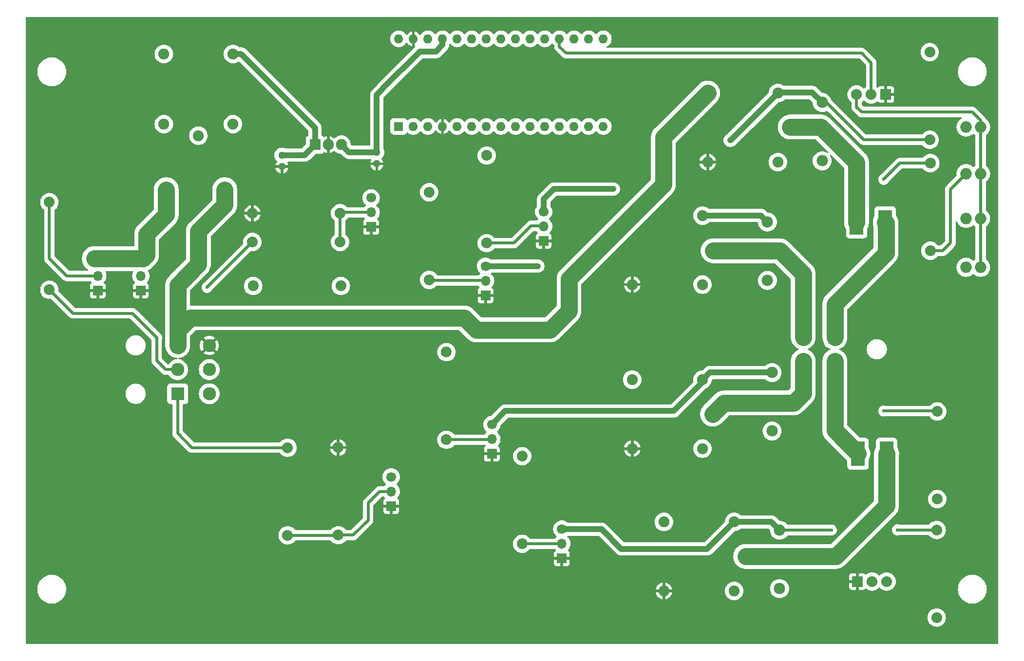
<source format=gbr>
%TF.GenerationSoftware,KiCad,Pcbnew,8.0.1*%
%TF.CreationDate,2024-04-11T22:24:39-04:00*%
%TF.ProjectId,Headlight Controller,48656164-6c69-4676-9874-20436f6e7472,2.1*%
%TF.SameCoordinates,Original*%
%TF.FileFunction,Copper,L1,Top*%
%TF.FilePolarity,Positive*%
%FSLAX46Y46*%
G04 Gerber Fmt 4.6, Leading zero omitted, Abs format (unit mm)*
G04 Created by KiCad (PCBNEW 8.0.1) date 2024-04-11 22:24:39*
%MOMM*%
%LPD*%
G01*
G04 APERTURE LIST*
%TA.AperFunction,ComponentPad*%
%ADD10O,1.981200X1.981200*%
%TD*%
%TA.AperFunction,ComponentPad*%
%ADD11R,2.300000X2.300000*%
%TD*%
%TA.AperFunction,ComponentPad*%
%ADD12C,2.300000*%
%TD*%
%TA.AperFunction,ComponentPad*%
%ADD13O,1.879600X1.879600*%
%TD*%
%TA.AperFunction,ComponentPad*%
%ADD14O,2.000000X2.000000*%
%TD*%
%TA.AperFunction,ComponentPad*%
%ADD15R,1.700000X1.700000*%
%TD*%
%TA.AperFunction,ComponentPad*%
%ADD16O,1.700000X1.700000*%
%TD*%
%TA.AperFunction,ComponentPad*%
%ADD17C,1.700000*%
%TD*%
%TA.AperFunction,ComponentPad*%
%ADD18C,1.905000*%
%TD*%
%TA.AperFunction,ComponentPad*%
%ADD19R,1.930400X1.930400*%
%TD*%
%TA.AperFunction,ComponentPad*%
%ADD20O,1.930400X1.930400*%
%TD*%
%TA.AperFunction,ComponentPad*%
%ADD21C,1.930400*%
%TD*%
%TA.AperFunction,ComponentPad*%
%ADD22R,2.380000X4.285000*%
%TD*%
%TA.AperFunction,ComponentPad*%
%ADD23R,1.879600X1.879600*%
%TD*%
%TA.AperFunction,ComponentPad*%
%ADD24R,1.600000X1.600000*%
%TD*%
%TA.AperFunction,ComponentPad*%
%ADD25O,1.600000X1.600000*%
%TD*%
%TA.AperFunction,ComponentPad*%
%ADD26O,1.300000X1.300000*%
%TD*%
%TA.AperFunction,ViaPad*%
%ADD27C,0.600000*%
%TD*%
%TA.AperFunction,Conductor*%
%ADD28C,0.500000*%
%TD*%
%TA.AperFunction,Conductor*%
%ADD29C,0.200000*%
%TD*%
%TA.AperFunction,Conductor*%
%ADD30C,1.000000*%
%TD*%
%TA.AperFunction,Conductor*%
%ADD31C,3.000000*%
%TD*%
G04 APERTURE END LIST*
D10*
%TO.P,CR1,A,A*%
%TO.N,Net-(Q3-C)*%
X154400000Y-86120000D03*
%TO.P,CR1,C,K*%
%TO.N,/+5V*%
X154400000Y-96280000D03*
%TD*%
D11*
%TO.P,J2,1,1*%
%TO.N,/C2-1*%
X166102501Y-106154002D03*
D12*
%TO.P,J2,2,2*%
%TO.N,/C2-3*%
X166102501Y-110354001D03*
%TO.P,J2,3,3*%
%TO.N,/C2-2*%
X160602502Y-106154002D03*
%TO.P,J2,4,4*%
%TO.N,/C2-4*%
X160602502Y-110354001D03*
%TD*%
D13*
%TO.P,R7,1*%
%TO.N,/DG5*%
X98600000Y-108760000D03*
%TO.P,R7,2*%
%TO.N,Net-(Q5-B)*%
X98600000Y-124000000D03*
%TD*%
D14*
%TO.P,D4,1,K*%
%TO.N,/+5V*%
X191445100Y-94000000D03*
%TO.P,D4,2,A*%
%TO.N,Net-(D4-A)*%
X188905100Y-94000000D03*
%TD*%
D10*
%TO.P,CR3,A,A*%
%TO.N,Net-(Q5-C)*%
X155200000Y-112320000D03*
%TO.P,CR3,C,K*%
%TO.N,/+5V*%
X155200000Y-122480000D03*
%TD*%
D15*
%TO.P,Q1,1,E*%
%TO.N,GND*%
X85500000Y-87000000D03*
D16*
%TO.P,Q1,2,B*%
%TO.N,Net-(Q1-B)*%
X85500000Y-84460000D03*
D17*
%TO.P,Q1,3,C*%
%TO.N,/DG8*%
X85500000Y-81920000D03*
%TD*%
D18*
%TO.P,K2,1,1*%
%TO.N,/U2 IN+*%
X158199900Y-69700000D03*
%TO.P,K2,2,2*%
%TO.N,/+5V*%
X156199900Y-75700000D03*
%TO.P,K2,3,3*%
%TO.N,GND*%
X144000000Y-75700000D03*
%TO.P,K2,4,4*%
%TO.N,/12V-1*%
X144000000Y-63700000D03*
%TO.P,K2,5,5*%
%TO.N,Net-(Q4-C)*%
X156199900Y-63700000D03*
%TD*%
D13*
%TO.P,R4,1*%
%TO.N,Net-(Q2-B)*%
X79800000Y-140600000D03*
%TO.P,R4,2*%
%TO.N,GND*%
X79800000Y-125360000D03*
%TD*%
%TO.P,R5,1*%
%TO.N,/DG3*%
X95609890Y-80940000D03*
%TO.P,R5,2*%
%TO.N,Net-(Q3-B)*%
X95609890Y-96180000D03*
%TD*%
D19*
%TO.P,U1,1,IN*%
%TO.N,/VI*%
X75777500Y-72674100D03*
D20*
%TO.P,U1,2,GND*%
%TO.N,GND*%
X78063500Y-72674100D03*
D21*
%TO.P,U1,3,OUT*%
%TO.N,/+5V*%
X80349500Y-72674100D03*
%TD*%
D22*
%TO.P,U3,1,IN+*%
%TO.N,/U3 IN+*%
X175113000Y-126432000D03*
%TO.P,U3,2,IN-*%
%TO.N,/C2-3*%
X170134600Y-126432000D03*
D13*
%TO.P,U3,3,VCC*%
%TO.N,/+5V*%
X175113000Y-148657000D03*
%TO.P,U3,4,OUT*%
%TO.N,/A1*%
X172573000Y-148657000D03*
D23*
%TO.P,U3,5,GND*%
%TO.N,GND*%
X170033000Y-148657000D03*
%TD*%
D13*
%TO.P,R3,1*%
%TO.N,/Close Lamps*%
X71000000Y-125380000D03*
%TO.P,R3,2*%
%TO.N,Net-(Q2-B)*%
X71000000Y-140620000D03*
%TD*%
%TO.P,R13,1*%
%TO.N,Net-(D3-A)*%
X183900000Y-134320000D03*
%TO.P,R13,2*%
%TO.N,Net-(Q5-C)*%
X183900000Y-119080000D03*
%TD*%
D14*
%TO.P,D3,1,K*%
%TO.N,/+5V*%
X191445100Y-85500000D03*
%TO.P,D3,2,A*%
%TO.N,Net-(D3-A)*%
X188905100Y-85500000D03*
%TD*%
D11*
%TO.P,J1,1,1*%
%TO.N,/Close Lamps*%
X51897499Y-116000000D03*
D12*
%TO.P,J1,2,2*%
%TO.N,/Open Lamps*%
X51897499Y-111800001D03*
%TO.P,J1,3,3*%
%TO.N,/12V-1*%
X51897499Y-107600002D03*
%TO.P,J1,4,4*%
%TO.N,/12V-2*%
X57397498Y-116000000D03*
%TO.P,J1,5,5*%
%TO.N,unconnected-(J1-Pad5)*%
X57397498Y-111800001D03*
%TO.P,J1,6,6*%
%TO.N,GND*%
X57397498Y-107600002D03*
%TD*%
D14*
%TO.P,D1,1,K*%
%TO.N,/+5V*%
X191445100Y-77700000D03*
%TO.P,D1,2,A*%
%TO.N,Net-(D1-A)*%
X188905100Y-77700000D03*
%TD*%
D13*
%TO.P,R9,1*%
%TO.N,Net-(Q7-B)*%
X65010000Y-97250000D03*
%TO.P,R9,2*%
%TO.N,/DG9*%
X80250000Y-97250000D03*
%TD*%
D24*
%TO.P,A1,1,D1/TX*%
%TO.N,unconnected-(A1-D1{slash}TX-Pad1)*%
X90310000Y-69500000D03*
D25*
%TO.P,A1,2,D0/RX*%
%TO.N,unconnected-(A1-D0{slash}RX-Pad2)*%
X92850000Y-69500000D03*
%TO.P,A1,3,~{RESET}*%
%TO.N,unconnected-(A1-~{RESET}-Pad3)*%
X95390000Y-69500000D03*
%TO.P,A1,4,GND*%
%TO.N,GND*%
X97930000Y-69500000D03*
%TO.P,A1,5,D2*%
%TO.N,unconnected-(A1-D2-Pad5)*%
X100470000Y-69500000D03*
%TO.P,A1,6,D3*%
%TO.N,/DG3*%
X103010000Y-69500000D03*
%TO.P,A1,7,D4*%
%TO.N,/DG4*%
X105550000Y-69500000D03*
%TO.P,A1,8,D5*%
%TO.N,/DG5*%
X108090000Y-69500000D03*
%TO.P,A1,9,D6*%
%TO.N,/DG6*%
X110630000Y-69500000D03*
%TO.P,A1,10,D7*%
%TO.N,/DG7*%
X113170000Y-69500000D03*
%TO.P,A1,11,D8*%
%TO.N,/DG8*%
X115710000Y-69500000D03*
%TO.P,A1,12,D9*%
%TO.N,/DG9*%
X118250000Y-69500000D03*
%TO.P,A1,13,D10*%
%TO.N,unconnected-(A1-D10-Pad13)*%
X120790000Y-69500000D03*
%TO.P,A1,14,D11*%
%TO.N,unconnected-(A1-D11-Pad14)*%
X123330000Y-69500000D03*
%TO.P,A1,15,D12*%
%TO.N,unconnected-(A1-D12-Pad15)*%
X125870000Y-69500000D03*
%TO.P,A1,16,D13*%
%TO.N,unconnected-(A1-D13-Pad16)*%
X125870000Y-54260000D03*
%TO.P,A1,17,3V3*%
%TO.N,unconnected-(A1-3V3-Pad17)*%
X123330000Y-54260000D03*
%TO.P,A1,18,AREF*%
%TO.N,unconnected-(A1-AREF-Pad18)*%
X120790000Y-54260000D03*
%TO.P,A1,19,A0*%
%TO.N,/A0*%
X118250000Y-54260000D03*
%TO.P,A1,20,A1*%
%TO.N,/A1*%
X115710000Y-54260000D03*
%TO.P,A1,21,A2*%
%TO.N,unconnected-(A1-A2-Pad21)*%
X113170000Y-54260000D03*
%TO.P,A1,22,A3*%
%TO.N,unconnected-(A1-A3-Pad22)*%
X110630000Y-54260000D03*
%TO.P,A1,23,A4*%
%TO.N,unconnected-(A1-A4-Pad23)*%
X108090000Y-54260000D03*
%TO.P,A1,24,A5*%
%TO.N,unconnected-(A1-A5-Pad24)*%
X105550000Y-54260000D03*
%TO.P,A1,25,A6*%
%TO.N,unconnected-(A1-A6-Pad25)*%
X103010000Y-54260000D03*
%TO.P,A1,26,A7*%
%TO.N,unconnected-(A1-A7-Pad26)*%
X100470000Y-54260000D03*
%TO.P,A1,27,+5V*%
%TO.N,/+5V*%
X97930000Y-54260000D03*
%TO.P,A1,28,~{RESET}*%
%TO.N,unconnected-(A1-~{RESET}-Pad28)*%
X95390000Y-54260000D03*
%TO.P,A1,29,GND*%
%TO.N,GND*%
X92850000Y-54260000D03*
%TO.P,A1,30,VIN*%
%TO.N,unconnected-(A1-VIN-Pad30)*%
X90310000Y-54260000D03*
%TD*%
D26*
%TO.P,C1,1*%
%TO.N,/VI*%
X70000000Y-74500000D03*
%TO.P,C1,2*%
%TO.N,GND*%
X70000000Y-76500000D03*
%TD*%
D15*
%TO.P,Q3,1,E*%
%TO.N,GND*%
X105400000Y-98900000D03*
D16*
%TO.P,Q3,2,B*%
%TO.N,Net-(Q3-B)*%
X105400000Y-96360000D03*
D17*
%TO.P,Q3,3,C*%
%TO.N,Net-(Q3-C)*%
X105400000Y-93820000D03*
%TD*%
D26*
%TO.P,C2,1*%
%TO.N,/+5V*%
X86500000Y-74000000D03*
%TO.P,C2,2*%
%TO.N,GND*%
X86500000Y-76000000D03*
%TD*%
D15*
%TO.P,Q4,1,E*%
%TO.N,GND*%
X115500000Y-89420000D03*
D16*
%TO.P,Q4,2,B*%
%TO.N,Net-(Q4-B)*%
X115500000Y-86880000D03*
D17*
%TO.P,Q4,3,C*%
%TO.N,Net-(Q4-C)*%
X115500000Y-84340000D03*
%TD*%
D13*
%TO.P,R11,1*%
%TO.N,Net-(D1-A)*%
X182700000Y-91120000D03*
%TO.P,R11,2*%
%TO.N,Net-(Q3-C)*%
X182700000Y-75880000D03*
%TD*%
%TO.P,R8,1*%
%TO.N,/DG6*%
X111764945Y-126860000D03*
%TO.P,R8,2*%
%TO.N,Net-(Q6-B)*%
X111764945Y-142100000D03*
%TD*%
D18*
%TO.P,K1,1,1*%
%TO.N,/C2-2*%
X145100100Y-91000000D03*
%TO.P,K1,2,2*%
%TO.N,/+5V*%
X143100100Y-97000000D03*
%TO.P,K1,3,3*%
%TO.N,GND*%
X130900200Y-97000000D03*
%TO.P,K1,4,4*%
%TO.N,/12V-1*%
X130900200Y-85000000D03*
%TO.P,K1,5,5*%
%TO.N,Net-(Q3-C)*%
X143100100Y-85000000D03*
%TD*%
D15*
%TO.P,Q7,1,E*%
%TO.N,GND*%
X45500000Y-98040000D03*
D16*
%TO.P,Q7,2,B*%
%TO.N,Net-(Q7-B)*%
X45500000Y-95500000D03*
D17*
%TO.P,Q7,3,C*%
%TO.N,Net-(Q7-C)*%
X45500000Y-92960000D03*
%TD*%
D18*
%TO.P,K3,1,1*%
%TO.N,/C2-4*%
X145100100Y-119535000D03*
%TO.P,K3,2,2*%
%TO.N,/+5V*%
X143100100Y-125535000D03*
%TO.P,K3,3,3*%
%TO.N,GND*%
X130900200Y-125535000D03*
%TO.P,K3,4,4*%
%TO.N,/12V-2*%
X130900200Y-113535000D03*
%TO.P,K3,5,5*%
%TO.N,Net-(Q5-C)*%
X143100100Y-113535000D03*
%TD*%
D15*
%TO.P,Q6,1,E*%
%TO.N,GND*%
X118655055Y-144620000D03*
D16*
%TO.P,Q6,2,B*%
%TO.N,Net-(Q6-B)*%
X118655055Y-142080000D03*
D17*
%TO.P,Q6,3,C*%
%TO.N,Net-(Q6-C)*%
X118655055Y-139540000D03*
%TD*%
D15*
%TO.P,Q2,1,E*%
%TO.N,GND*%
X89000000Y-135540000D03*
D16*
%TO.P,Q2,2,B*%
%TO.N,Net-(Q2-B)*%
X89000000Y-133000000D03*
D17*
%TO.P,Q2,3,C*%
%TO.N,/DG7*%
X89000000Y-130460000D03*
%TD*%
D22*
%TO.P,U2,1,IN+*%
%TO.N,/U2 IN+*%
X169887000Y-86168000D03*
%TO.P,U2,2,IN-*%
%TO.N,/C2-1*%
X174865400Y-86168000D03*
D13*
%TO.P,U2,3,VCC*%
%TO.N,/+5V*%
X169887000Y-63943000D03*
%TO.P,U2,4,OUT*%
%TO.N,/A0*%
X172427000Y-63943000D03*
D23*
%TO.P,U2,5,GND*%
%TO.N,GND*%
X174967000Y-63943000D03*
%TD*%
D13*
%TO.P,R6,1*%
%TO.N,/DG4*%
X105600000Y-74560000D03*
%TO.P,R6,2*%
%TO.N,Net-(Q4-B)*%
X105600000Y-89800000D03*
%TD*%
D10*
%TO.P,CR4,A,A*%
%TO.N,Net-(Q6-C)*%
X156500000Y-139720000D03*
%TO.P,CR4,C,K*%
%TO.N,/+5V*%
X156500000Y-149880000D03*
%TD*%
D15*
%TO.P,Q8,1,E*%
%TO.N,GND*%
X38000000Y-98040000D03*
D16*
%TO.P,Q8,2,B*%
%TO.N,Net-(Q8-B)*%
X38000000Y-95500000D03*
D17*
%TO.P,Q8,3,C*%
%TO.N,Net-(Q7-C)*%
X38000000Y-92960000D03*
%TD*%
D13*
%TO.P,R14,1*%
%TO.N,Net-(D4-A)*%
X183800000Y-154920000D03*
%TO.P,R14,2*%
%TO.N,Net-(Q6-C)*%
X183800000Y-139680000D03*
%TD*%
D18*
%TO.P,K5,1,1*%
%TO.N,/12V-1*%
X55500000Y-71100100D03*
%TO.P,K5,2,2*%
%TO.N,Net-(Q7-C)*%
X49500000Y-69100100D03*
%TO.P,K5,3,3*%
%TO.N,unconnected-(K5-Pad3)*%
X49500000Y-56900200D03*
%TO.P,K5,4,4*%
%TO.N,/VI*%
X61500000Y-56900200D03*
%TO.P,K5,5,5*%
%TO.N,/12V-1*%
X61500000Y-69100100D03*
%TD*%
D13*
%TO.P,R1,1*%
%TO.N,/Open Lamps*%
X64880000Y-89600000D03*
%TO.P,R1,2*%
%TO.N,Net-(Q1-B)*%
X80120000Y-89600000D03*
%TD*%
D15*
%TO.P,Q5,1,E*%
%TO.N,GND*%
X106490110Y-126440000D03*
D16*
%TO.P,Q5,2,B*%
%TO.N,Net-(Q5-B)*%
X106490110Y-123900000D03*
D17*
%TO.P,Q5,3,C*%
%TO.N,Net-(Q5-C)*%
X106490110Y-121360000D03*
%TD*%
D10*
%TO.P,CR5,A,A*%
%TO.N,Net-(Q7-C)*%
X49920000Y-80500000D03*
%TO.P,CR5,C,K*%
%TO.N,/12V-1*%
X60080000Y-80500000D03*
%TD*%
D13*
%TO.P,R2,1*%
%TO.N,Net-(Q1-B)*%
X80120000Y-84600000D03*
%TO.P,R2,2*%
%TO.N,GND*%
X64880000Y-84600000D03*
%TD*%
D18*
%TO.P,K4,1,1*%
%TO.N,/U3 IN+*%
X150600100Y-144300001D03*
%TO.P,K4,2,2*%
%TO.N,/+5V*%
X148600100Y-150300001D03*
%TO.P,K4,3,3*%
%TO.N,GND*%
X136400200Y-150300001D03*
%TO.P,K4,4,4*%
%TO.N,/12V-2*%
X136400200Y-138300001D03*
%TO.P,K4,5,5*%
%TO.N,Net-(Q6-C)*%
X148600100Y-138300001D03*
%TD*%
D13*
%TO.P,R12,1*%
%TO.N,Net-(D2-A)*%
X182600000Y-56580000D03*
%TO.P,R12,2*%
%TO.N,Net-(Q4-C)*%
X182600000Y-71820000D03*
%TD*%
%TO.P,R10,1*%
%TO.N,Net-(Q8-B)*%
X29600000Y-82680000D03*
%TO.P,R10,2*%
%TO.N,/Open Lamps*%
X29600000Y-97920000D03*
%TD*%
D14*
%TO.P,D2,1,K*%
%TO.N,/+5V*%
X191445100Y-69600000D03*
%TO.P,D2,2,A*%
%TO.N,Net-(D2-A)*%
X188905100Y-69600000D03*
%TD*%
D10*
%TO.P,CR2,A,A*%
%TO.N,Net-(Q4-C)*%
X163900000Y-65320000D03*
%TO.P,CR2,C,K*%
%TO.N,/+5V*%
X163900000Y-75480000D03*
%TD*%
D27*
%TO.N,GND*%
X104700000Y-66300000D03*
X94700000Y-66300000D03*
%TO.N,Net-(Q3-C)*%
X174600000Y-78700000D03*
X114500000Y-93800000D03*
%TO.N,Net-(Q4-C)*%
X127600000Y-80400000D03*
X147900000Y-71900000D03*
%TO.N,Net-(Q5-C)*%
X174600000Y-119000000D03*
%TO.N,Net-(Q6-C)*%
X177000000Y-139680000D03*
X165500000Y-139700000D03*
%TO.N,/Open Lamps*%
X57000000Y-97500000D03*
X48250000Y-106250000D03*
%TD*%
D28*
%TO.N,/A0*%
X118250000Y-55625000D02*
X118250000Y-54260000D01*
X172427000Y-58427000D02*
X170750000Y-56750000D01*
X170750000Y-56750000D02*
X119375000Y-56750000D01*
X119375000Y-56750000D02*
X118250000Y-55625000D01*
X172427000Y-63943000D02*
X172427000Y-58427000D01*
%TO.N,GND*%
X105285055Y-99600000D02*
X105305055Y-99620000D01*
D29*
X105305055Y-99620000D02*
X105485055Y-99800000D01*
D30*
%TO.N,/+5V*%
X86500000Y-74000000D02*
X86500000Y-64000000D01*
D28*
X191445100Y-85500000D02*
X191445100Y-94000000D01*
D30*
X86500000Y-64000000D02*
X87500000Y-63000000D01*
D28*
X191445100Y-93900000D02*
X191545100Y-94000000D01*
X191445100Y-68445100D02*
X191445100Y-69600000D01*
X191445100Y-69600000D02*
X191445100Y-77700000D01*
D30*
X86500000Y-74000000D02*
X81675400Y-74000000D01*
X93960000Y-56500000D02*
X96750000Y-56500000D01*
D28*
X191500000Y-85500000D02*
X191445100Y-85500000D01*
D30*
X81675400Y-74000000D02*
X80349500Y-72674100D01*
X87500000Y-63000000D02*
X87500000Y-62960000D01*
X96750000Y-56500000D02*
X97930000Y-55320000D01*
D28*
X170750000Y-67000000D02*
X190000000Y-67000000D01*
D30*
X97930000Y-55320000D02*
X97930000Y-54260000D01*
D28*
X169887000Y-63943000D02*
X169887000Y-66137000D01*
X169887000Y-66137000D02*
X170750000Y-67000000D01*
X191445100Y-77700000D02*
X191445100Y-85500000D01*
D30*
X87500000Y-62960000D02*
X93960000Y-56500000D01*
D28*
X190000000Y-67000000D02*
X191445100Y-68445100D01*
D30*
%TO.N,/VI*%
X75777500Y-69777500D02*
X75777500Y-72674100D01*
X70000000Y-74500000D02*
X73951600Y-74500000D01*
X61500000Y-56900200D02*
X62900200Y-56900200D01*
X62900200Y-56900200D02*
X75777500Y-69777500D01*
X73951600Y-74500000D02*
X75777500Y-72674100D01*
%TO.N,Net-(Q3-C)*%
X105420000Y-93800000D02*
X105400000Y-93820000D01*
X154400000Y-86120000D02*
X153280000Y-85000000D01*
X114500000Y-93800000D02*
X105420000Y-93800000D01*
X153280000Y-85000000D02*
X143100100Y-85000000D01*
D28*
X182700000Y-75880000D02*
X177420000Y-75880000D01*
X177420000Y-75880000D02*
X174600000Y-78700000D01*
D30*
%TO.N,Net-(Q4-C)*%
X148000002Y-71900000D02*
X147900000Y-71900000D01*
X117240000Y-80400000D02*
X115500000Y-82140000D01*
D28*
X171120000Y-71820000D02*
X182600000Y-71820000D01*
D30*
X115500000Y-82140000D02*
X115500000Y-84340000D01*
X163900000Y-65320000D02*
X162180002Y-63600002D01*
X127600000Y-80400000D02*
X117240000Y-80400000D01*
D28*
X164620000Y-65320000D02*
X171120000Y-71820000D01*
D30*
X162180002Y-63600002D02*
X156300000Y-63600002D01*
X156300000Y-63600002D02*
X148000002Y-71900000D01*
D28*
X163900000Y-65320000D02*
X164620000Y-65320000D01*
D30*
%TO.N,Net-(Q5-C)*%
X138100000Y-119000000D02*
X142858249Y-114241751D01*
D28*
X183900000Y-119080000D02*
X183820000Y-119000000D01*
D30*
X106490110Y-121360000D02*
X108850110Y-119000000D01*
X108850110Y-119000000D02*
X138100000Y-119000000D01*
X143164999Y-113535001D02*
X144380000Y-112320000D01*
D28*
X183820000Y-119000000D02*
X174600000Y-119000000D01*
D30*
X142858249Y-113535001D02*
X143164999Y-113535001D01*
X142858249Y-114241751D02*
X142858249Y-113535001D01*
X144380000Y-112320000D02*
X155200000Y-112320000D01*
D29*
%TO.N,Net-(Q6-C)*%
X165500000Y-139700000D02*
X165480000Y-139720000D01*
D30*
X155080002Y-138300002D02*
X156500000Y-139720000D01*
X143900000Y-143000000D02*
X148599998Y-138300002D01*
X129000000Y-143000000D02*
X143900000Y-143000000D01*
X125560000Y-139560000D02*
X129000000Y-143000000D01*
X118655055Y-139540000D02*
X118675055Y-139560000D01*
X118675055Y-139560000D02*
X125560000Y-139560000D01*
X148599998Y-138300002D02*
X155080002Y-138300002D01*
D28*
X183800000Y-139680000D02*
X177000000Y-139680000D01*
X165480000Y-139720000D02*
X156500000Y-139720000D01*
D31*
%TO.N,/12V-1*%
X51897499Y-105000000D02*
X54097499Y-102800000D01*
X119900000Y-96000000D02*
X130900000Y-85000000D01*
X54097499Y-102800000D02*
X101700000Y-102800000D01*
X130900000Y-85000000D02*
X130900200Y-85000000D01*
X51897499Y-97102501D02*
X55500000Y-93500000D01*
X136300000Y-71400000D02*
X144000000Y-63700000D01*
X116600000Y-104900000D02*
X119900000Y-101600000D01*
X55500000Y-93500000D02*
X55500000Y-87750000D01*
X101700000Y-102800000D02*
X103800000Y-104900000D01*
X130900200Y-85000000D02*
X136300000Y-79600200D01*
X55500000Y-87750000D02*
X60080000Y-83170000D01*
X60080000Y-83170000D02*
X60080000Y-80500000D01*
X51897499Y-107600002D02*
X51897499Y-105000000D01*
X119900000Y-101600000D02*
X119900000Y-96000000D01*
X51897499Y-105000000D02*
X51897499Y-97102501D01*
X103800000Y-104900000D02*
X116600000Y-104900000D01*
X136300000Y-79600200D02*
X136300000Y-71400000D01*
%TO.N,Net-(Q7-C)*%
X49920000Y-80500000D02*
X49920000Y-84830000D01*
X46500000Y-91900000D02*
X45900000Y-92500000D01*
X46500000Y-88250000D02*
X46500000Y-91900000D01*
X49920000Y-84830000D02*
X46500000Y-88250000D01*
X45900000Y-92500000D02*
X37400000Y-92500000D01*
D28*
%TO.N,Net-(D1-A)*%
X184880000Y-91120000D02*
X182700000Y-91120000D01*
X188905100Y-77700000D02*
X186200000Y-80405100D01*
X186200000Y-89800000D02*
X184880000Y-91120000D01*
X186200000Y-80405100D02*
X186200000Y-89800000D01*
%TO.N,/Close Lamps*%
X51897499Y-116000000D02*
X51897499Y-122897499D01*
X51897499Y-122897499D02*
X54380000Y-125380000D01*
X54380000Y-125380000D02*
X71000000Y-125380000D01*
%TO.N,/Open Lamps*%
X51897499Y-111800001D02*
X49800001Y-111800001D01*
X48250000Y-106250000D02*
X44000000Y-102000000D01*
X48250000Y-110250000D02*
X48250000Y-106250000D01*
X49800001Y-111800001D02*
X48250000Y-110250000D01*
X44000000Y-102000000D02*
X33680000Y-102000000D01*
X33680000Y-102000000D02*
X29600000Y-97920000D01*
X57000000Y-97500000D02*
X64880000Y-89620000D01*
X64880000Y-89620000D02*
X64880000Y-89600000D01*
D31*
%TO.N,/C2-2*%
X160602502Y-95202502D02*
X160602502Y-106154002D01*
X144958250Y-91135000D02*
X156535000Y-91135000D01*
X156535000Y-91135000D02*
X160602502Y-95202502D01*
%TO.N,/C2-3*%
X166100000Y-110356502D02*
X166102501Y-110354001D01*
X166100000Y-122397400D02*
X166100000Y-110356502D01*
X170134600Y-126432000D02*
X166100000Y-122397400D01*
%TO.N,/C2-4*%
X144858250Y-119535000D02*
X146793250Y-117600000D01*
X160602502Y-115897498D02*
X160602502Y-110354001D01*
X158900000Y-117600000D02*
X160602502Y-115897498D01*
X146793250Y-117600000D02*
X158900000Y-117600000D01*
%TO.N,/C2-1*%
X175000000Y-91500000D02*
X166102501Y-100397499D01*
X174865400Y-86168000D02*
X175000000Y-86302600D01*
X166102501Y-100397499D02*
X166102501Y-106154002D01*
X175000000Y-86302600D02*
X175000000Y-91500000D01*
%TO.N,/U2 IN+*%
X163700000Y-69600000D02*
X169887000Y-75787000D01*
X169887000Y-75787000D02*
X169887000Y-86168000D01*
X158350100Y-69600001D02*
X163700000Y-69600000D01*
%TO.N,/U3 IN+*%
X166299999Y-144300001D02*
X175100000Y-135500000D01*
X150600799Y-144300001D02*
X166299999Y-144300001D01*
X175100000Y-135500000D02*
X175100000Y-126445000D01*
X175100000Y-126445000D02*
X175113000Y-126432000D01*
D28*
%TO.N,Net-(Q1-B)*%
X80120000Y-84600000D02*
X80200000Y-84600000D01*
D29*
X85380000Y-84380000D02*
X85500000Y-84500000D01*
D28*
X80120000Y-89600000D02*
X80120000Y-84600000D01*
X80200000Y-84600000D02*
X80340000Y-84460000D01*
X80340000Y-84460000D02*
X85500000Y-84460000D01*
%TO.N,Net-(Q2-B)*%
X71000000Y-140620000D02*
X79780000Y-140620000D01*
X85000000Y-138000000D02*
X82400000Y-140600000D01*
X82400000Y-140600000D02*
X79800000Y-140600000D01*
X85000000Y-135000000D02*
X85000000Y-138000000D01*
X87000000Y-133000000D02*
X85000000Y-135000000D01*
X89000000Y-133000000D02*
X87000000Y-133000000D01*
D29*
X79780000Y-140620000D02*
X79800000Y-140600000D01*
D28*
%TO.N,Net-(Q3-B)*%
X95714945Y-96300000D02*
X105285055Y-96300000D01*
%TO.N,Net-(Q4-B)*%
X113320000Y-86780000D02*
X115400000Y-86780000D01*
X105600000Y-89800000D02*
X110300000Y-89800000D01*
X110300000Y-89800000D02*
X113320000Y-86780000D01*
%TO.N,Net-(Q5-B)*%
X98600000Y-124000000D02*
X106390110Y-124000000D01*
D29*
X106390110Y-124000000D02*
X106490110Y-123900000D01*
D28*
%TO.N,Net-(Q6-B)*%
X111764945Y-142100000D02*
X118635055Y-142100000D01*
%TO.N,Net-(Q8-B)*%
X32600000Y-95500000D02*
X38000000Y-95500000D01*
X29600000Y-92500000D02*
X32600000Y-95500000D01*
X29600000Y-82680000D02*
X29600000Y-92500000D01*
%TD*%
%TA.AperFunction,Conductor*%
%TO.N,GND*%
G36*
X194442539Y-50520185D02*
G01*
X194488294Y-50572989D01*
X194499500Y-50624500D01*
X194499500Y-159375500D01*
X194479815Y-159442539D01*
X194427011Y-159488294D01*
X194375500Y-159499500D01*
X25624500Y-159499500D01*
X25557461Y-159479815D01*
X25511706Y-159427011D01*
X25500500Y-159375500D01*
X25500500Y-154920000D01*
X182199466Y-154920000D01*
X182219170Y-155170374D01*
X182277803Y-155414596D01*
X182373911Y-155646623D01*
X182373913Y-155646626D01*
X182505137Y-155860765D01*
X182505138Y-155860767D01*
X182505141Y-155860770D01*
X182668252Y-156051748D01*
X182816088Y-156178012D01*
X182859232Y-156214861D01*
X182859234Y-156214862D01*
X183073373Y-156346086D01*
X183073376Y-156346088D01*
X183305403Y-156442196D01*
X183305408Y-156442198D01*
X183549621Y-156500829D01*
X183800000Y-156520534D01*
X184050379Y-156500829D01*
X184294592Y-156442198D01*
X184410609Y-156394142D01*
X184526623Y-156346088D01*
X184526624Y-156346087D01*
X184526627Y-156346086D01*
X184740770Y-156214859D01*
X184931748Y-156051748D01*
X185094859Y-155860770D01*
X185226086Y-155646627D01*
X185322198Y-155414592D01*
X185380829Y-155170379D01*
X185400534Y-154920000D01*
X185380829Y-154669621D01*
X185322198Y-154425408D01*
X185322196Y-154425403D01*
X185226088Y-154193376D01*
X185226086Y-154193373D01*
X185094862Y-153979234D01*
X185094861Y-153979232D01*
X185058012Y-153936088D01*
X184931748Y-153788252D01*
X184805482Y-153680410D01*
X184740767Y-153625138D01*
X184740765Y-153625137D01*
X184526626Y-153493913D01*
X184526623Y-153493911D01*
X184294596Y-153397803D01*
X184294592Y-153397802D01*
X184050379Y-153339171D01*
X184050377Y-153339170D01*
X184050374Y-153339170D01*
X183800000Y-153319466D01*
X183549625Y-153339170D01*
X183305403Y-153397803D01*
X183073376Y-153493911D01*
X183073373Y-153493913D01*
X182859234Y-153625137D01*
X182859232Y-153625138D01*
X182668252Y-153788252D01*
X182505138Y-153979232D01*
X182505137Y-153979234D01*
X182373913Y-154193373D01*
X182373911Y-154193376D01*
X182277803Y-154425403D01*
X182219170Y-154669625D01*
X182199466Y-154920000D01*
X25500500Y-154920000D01*
X25500500Y-150000005D01*
X27494556Y-150000005D01*
X27514310Y-150314004D01*
X27514311Y-150314011D01*
X27543790Y-150468547D01*
X27559780Y-150552369D01*
X27573270Y-150623083D01*
X27670497Y-150922316D01*
X27670499Y-150922321D01*
X27804461Y-151207003D01*
X27804464Y-151207009D01*
X27973051Y-151472661D01*
X27973054Y-151472665D01*
X28173606Y-151715090D01*
X28173608Y-151715092D01*
X28173610Y-151715094D01*
X28190407Y-151730867D01*
X28402968Y-151930476D01*
X28402978Y-151930484D01*
X28657504Y-152115408D01*
X28657509Y-152115410D01*
X28657516Y-152115416D01*
X28933234Y-152266994D01*
X28933239Y-152266996D01*
X28933241Y-152266997D01*
X28933242Y-152266998D01*
X29225771Y-152382818D01*
X29225774Y-152382819D01*
X29530523Y-152461065D01*
X29530527Y-152461066D01*
X29596010Y-152469338D01*
X29842670Y-152500499D01*
X29842679Y-152500499D01*
X29842682Y-152500500D01*
X29842684Y-152500500D01*
X30157316Y-152500500D01*
X30157318Y-152500500D01*
X30157321Y-152500499D01*
X30157329Y-152500499D01*
X30343593Y-152476968D01*
X30469473Y-152461066D01*
X30774225Y-152382819D01*
X30774228Y-152382818D01*
X31066757Y-152266998D01*
X31066758Y-152266997D01*
X31066756Y-152266997D01*
X31066766Y-152266994D01*
X31342484Y-152115416D01*
X31597030Y-151930478D01*
X31826390Y-151715094D01*
X32026947Y-151472663D01*
X32195537Y-151207007D01*
X32329503Y-150922315D01*
X32426731Y-150623079D01*
X32440671Y-150550001D01*
X134965159Y-150550001D01*
X135021691Y-150773241D01*
X135118386Y-150993685D01*
X135250043Y-151195200D01*
X135250051Y-151195211D01*
X135413073Y-151372298D01*
X135413083Y-151372307D01*
X135603031Y-151520150D01*
X135603040Y-151520156D01*
X135814731Y-151634716D01*
X135814745Y-151634722D01*
X136042407Y-151712880D01*
X136150200Y-151730867D01*
X136150200Y-150952498D01*
X136196455Y-150971658D01*
X136331404Y-150998501D01*
X136468996Y-150998501D01*
X136603945Y-150971658D01*
X136650200Y-150952498D01*
X136650200Y-151730866D01*
X136757992Y-151712880D01*
X136985654Y-151634722D01*
X136985668Y-151634716D01*
X137197359Y-151520156D01*
X137197368Y-151520150D01*
X137387316Y-151372307D01*
X137387326Y-151372298D01*
X137550348Y-151195211D01*
X137550356Y-151195200D01*
X137682013Y-150993685D01*
X137778708Y-150773241D01*
X137835241Y-150550001D01*
X137052698Y-150550001D01*
X137071857Y-150503746D01*
X137098700Y-150368797D01*
X137098700Y-150300001D01*
X146986827Y-150300001D01*
X147006688Y-150552369D01*
X147065786Y-150798532D01*
X147162662Y-151032412D01*
X147294931Y-151248253D01*
X147294932Y-151248256D01*
X147294935Y-151248259D01*
X147459344Y-151440757D01*
X147565579Y-151531490D01*
X147651844Y-151605168D01*
X147651847Y-151605169D01*
X147867688Y-151737438D01*
X148101568Y-151834314D01*
X148101569Y-151834314D01*
X148101571Y-151834315D01*
X148347729Y-151893412D01*
X148600100Y-151913274D01*
X148852471Y-151893412D01*
X149098629Y-151834315D01*
X149332511Y-151737438D01*
X149548358Y-151605166D01*
X149740856Y-151440757D01*
X149905265Y-151248259D01*
X150037537Y-151032412D01*
X150134414Y-150798530D01*
X150193511Y-150552372D01*
X150213373Y-150300001D01*
X150193511Y-150047630D01*
X150153267Y-149880000D01*
X154848509Y-149880000D01*
X154868842Y-150138353D01*
X154929337Y-150390334D01*
X155028510Y-150629761D01*
X155163912Y-150850717D01*
X155163913Y-150850718D01*
X155163914Y-150850720D01*
X155163916Y-150850722D01*
X155332220Y-151047780D01*
X155529278Y-151216084D01*
X155529280Y-151216085D01*
X155529281Y-151216086D01*
X155529282Y-151216087D01*
X155750238Y-151351489D01*
X155842831Y-151389842D01*
X155989661Y-151450661D01*
X155989664Y-151450661D01*
X155989665Y-151450662D01*
X156081298Y-151472661D01*
X156241650Y-151511158D01*
X156500000Y-151531491D01*
X156758350Y-151511158D01*
X157010339Y-151450661D01*
X157249761Y-151351489D01*
X157470722Y-151216084D01*
X157667780Y-151047780D01*
X157836084Y-150850722D01*
X157971489Y-150629761D01*
X158070661Y-150390339D01*
X158131158Y-150138350D01*
X158151491Y-149880000D01*
X158132968Y-149644644D01*
X168593200Y-149644644D01*
X168599601Y-149704172D01*
X168599603Y-149704179D01*
X168649845Y-149838886D01*
X168649849Y-149838893D01*
X168736009Y-149953987D01*
X168736012Y-149953990D01*
X168851106Y-150040150D01*
X168851113Y-150040154D01*
X168985820Y-150090396D01*
X168985827Y-150090398D01*
X169045355Y-150096799D01*
X169045372Y-150096800D01*
X169783000Y-150096800D01*
X169783000Y-149099251D01*
X169836919Y-149130381D01*
X169966120Y-149165000D01*
X170099880Y-149165000D01*
X170229081Y-149130381D01*
X170283000Y-149099251D01*
X170283000Y-150096800D01*
X171020628Y-150096800D01*
X171020644Y-150096799D01*
X171080172Y-150090398D01*
X171080179Y-150090396D01*
X171214886Y-150040154D01*
X171214893Y-150040150D01*
X171329986Y-149953991D01*
X171369591Y-149901086D01*
X171425525Y-149859215D01*
X171495216Y-149854231D01*
X171549389Y-149881106D01*
X171632230Y-149951859D01*
X171632232Y-149951860D01*
X171632233Y-149951861D01*
X171632234Y-149951862D01*
X171846373Y-150083086D01*
X171846376Y-150083088D01*
X171979799Y-150138353D01*
X172078408Y-150179198D01*
X172322621Y-150237829D01*
X172573000Y-150257534D01*
X172823379Y-150237829D01*
X173067592Y-150179198D01*
X173183609Y-150131142D01*
X173299623Y-150083088D01*
X173299624Y-150083087D01*
X173299627Y-150083086D01*
X173513770Y-149951859D01*
X173704748Y-149788748D01*
X173748711Y-149737273D01*
X173807216Y-149699082D01*
X173877084Y-149698582D01*
X173936130Y-149735936D01*
X173937212Y-149737184D01*
X173981251Y-149788747D01*
X173981252Y-149788748D01*
X174172232Y-149951861D01*
X174172234Y-149951862D01*
X174386373Y-150083086D01*
X174386376Y-150083088D01*
X174519799Y-150138353D01*
X174618408Y-150179198D01*
X174862621Y-150237829D01*
X175113000Y-150257534D01*
X175363379Y-150237829D01*
X175607592Y-150179198D01*
X175723609Y-150131142D01*
X175839623Y-150083088D01*
X175839624Y-150083087D01*
X175839627Y-150083086D01*
X175975203Y-150000005D01*
X187494556Y-150000005D01*
X187514310Y-150314004D01*
X187514311Y-150314011D01*
X187543790Y-150468547D01*
X187559780Y-150552369D01*
X187573270Y-150623083D01*
X187670497Y-150922316D01*
X187670499Y-150922321D01*
X187804461Y-151207003D01*
X187804464Y-151207009D01*
X187973051Y-151472661D01*
X187973054Y-151472665D01*
X188173606Y-151715090D01*
X188173608Y-151715092D01*
X188173610Y-151715094D01*
X188190407Y-151730867D01*
X188402968Y-151930476D01*
X188402978Y-151930484D01*
X188657504Y-152115408D01*
X188657509Y-152115410D01*
X188657516Y-152115416D01*
X188933234Y-152266994D01*
X188933239Y-152266996D01*
X188933241Y-152266997D01*
X188933242Y-152266998D01*
X189225771Y-152382818D01*
X189225774Y-152382819D01*
X189530523Y-152461065D01*
X189530527Y-152461066D01*
X189596010Y-152469338D01*
X189842670Y-152500499D01*
X189842679Y-152500499D01*
X189842682Y-152500500D01*
X189842684Y-152500500D01*
X190157316Y-152500500D01*
X190157318Y-152500500D01*
X190157321Y-152500499D01*
X190157329Y-152500499D01*
X190343593Y-152476968D01*
X190469473Y-152461066D01*
X190774225Y-152382819D01*
X190774228Y-152382818D01*
X191066757Y-152266998D01*
X191066758Y-152266997D01*
X191066756Y-152266997D01*
X191066766Y-152266994D01*
X191342484Y-152115416D01*
X191597030Y-151930478D01*
X191826390Y-151715094D01*
X192026947Y-151472663D01*
X192195537Y-151207007D01*
X192329503Y-150922315D01*
X192426731Y-150623079D01*
X192485688Y-150314015D01*
X192486570Y-150300001D01*
X192505444Y-150000005D01*
X192505444Y-149999994D01*
X192485689Y-149685995D01*
X192485688Y-149685988D01*
X192485688Y-149685985D01*
X192426731Y-149376921D01*
X192329503Y-149077685D01*
X192195537Y-148792993D01*
X192140704Y-148706590D01*
X192026948Y-148527338D01*
X192026945Y-148527334D01*
X191826393Y-148284909D01*
X191826391Y-148284907D01*
X191597031Y-148069523D01*
X191597021Y-148069515D01*
X191342495Y-147884591D01*
X191342488Y-147884586D01*
X191342484Y-147884584D01*
X191066766Y-147733006D01*
X191066763Y-147733004D01*
X191066758Y-147733002D01*
X191066757Y-147733001D01*
X190774228Y-147617181D01*
X190774225Y-147617180D01*
X190469476Y-147538934D01*
X190469463Y-147538932D01*
X190157329Y-147499500D01*
X190157318Y-147499500D01*
X189842682Y-147499500D01*
X189842670Y-147499500D01*
X189530536Y-147538932D01*
X189530523Y-147538934D01*
X189225774Y-147617180D01*
X189225771Y-147617181D01*
X188933242Y-147733001D01*
X188933241Y-147733002D01*
X188657516Y-147884584D01*
X188657504Y-147884591D01*
X188402978Y-148069515D01*
X188402968Y-148069523D01*
X188173608Y-148284907D01*
X188173606Y-148284909D01*
X187973054Y-148527334D01*
X187973051Y-148527338D01*
X187804464Y-148792990D01*
X187804461Y-148792996D01*
X187670499Y-149077678D01*
X187670497Y-149077683D01*
X187573270Y-149376916D01*
X187514311Y-149685988D01*
X187514310Y-149685995D01*
X187494556Y-149999994D01*
X187494556Y-150000005D01*
X175975203Y-150000005D01*
X176053770Y-149951859D01*
X176244748Y-149788748D01*
X176407859Y-149597770D01*
X176539086Y-149383627D01*
X176544870Y-149369665D01*
X176603672Y-149227703D01*
X176635198Y-149151592D01*
X176693829Y-148907379D01*
X176713534Y-148657000D01*
X176693829Y-148406621D01*
X176635198Y-148162408D01*
X176596724Y-148069523D01*
X176539088Y-147930376D01*
X176539086Y-147930373D01*
X176407862Y-147716234D01*
X176407861Y-147716232D01*
X176323262Y-147617180D01*
X176244748Y-147525252D01*
X176113216Y-147412913D01*
X176053767Y-147362138D01*
X176053765Y-147362137D01*
X175839626Y-147230913D01*
X175839623Y-147230911D01*
X175607596Y-147134803D01*
X175607592Y-147134802D01*
X175363379Y-147076171D01*
X175363377Y-147076170D01*
X175363374Y-147076170D01*
X175113000Y-147056466D01*
X174862625Y-147076170D01*
X174618403Y-147134803D01*
X174386376Y-147230911D01*
X174386373Y-147230913D01*
X174172234Y-147362137D01*
X174172232Y-147362138D01*
X173981251Y-147525252D01*
X173937289Y-147576725D01*
X173878782Y-147614917D01*
X173808914Y-147615415D01*
X173749868Y-147578061D01*
X173748711Y-147576725D01*
X173704748Y-147525252D01*
X173513767Y-147362138D01*
X173513765Y-147362137D01*
X173299626Y-147230913D01*
X173299623Y-147230911D01*
X173067596Y-147134803D01*
X173067592Y-147134802D01*
X172823379Y-147076171D01*
X172823377Y-147076170D01*
X172823374Y-147076170D01*
X172573000Y-147056466D01*
X172322625Y-147076170D01*
X172078403Y-147134803D01*
X171846376Y-147230911D01*
X171846373Y-147230913D01*
X171632234Y-147362137D01*
X171632233Y-147362138D01*
X171549389Y-147432893D01*
X171485627Y-147461463D01*
X171416541Y-147451025D01*
X171369592Y-147412913D01*
X171329990Y-147360012D01*
X171329987Y-147360009D01*
X171214893Y-147273849D01*
X171214886Y-147273845D01*
X171080179Y-147223603D01*
X171080172Y-147223601D01*
X171020644Y-147217200D01*
X170283000Y-147217200D01*
X170283000Y-148214748D01*
X170229081Y-148183619D01*
X170099880Y-148149000D01*
X169966120Y-148149000D01*
X169836919Y-148183619D01*
X169783000Y-148214748D01*
X169783000Y-147217200D01*
X169045355Y-147217200D01*
X168985827Y-147223601D01*
X168985820Y-147223603D01*
X168851113Y-147273845D01*
X168851106Y-147273849D01*
X168736012Y-147360009D01*
X168736009Y-147360012D01*
X168649849Y-147475106D01*
X168649845Y-147475113D01*
X168599603Y-147609820D01*
X168599601Y-147609827D01*
X168593200Y-147669355D01*
X168593200Y-148407000D01*
X169590749Y-148407000D01*
X169559619Y-148460919D01*
X169525000Y-148590120D01*
X169525000Y-148723880D01*
X169559619Y-148853081D01*
X169590749Y-148907000D01*
X168593200Y-148907000D01*
X168593200Y-149644644D01*
X158132968Y-149644644D01*
X158131158Y-149621650D01*
X158070661Y-149369661D01*
X157983504Y-149159245D01*
X157971489Y-149130238D01*
X157836087Y-148909282D01*
X157836086Y-148909281D01*
X157836085Y-148909280D01*
X157836084Y-148909278D01*
X157667780Y-148712220D01*
X157470722Y-148543916D01*
X157470720Y-148543914D01*
X157470718Y-148543913D01*
X157470717Y-148543912D01*
X157249761Y-148408510D01*
X157010334Y-148309337D01*
X156758353Y-148248842D01*
X156500000Y-148228509D01*
X156241646Y-148248842D01*
X155989665Y-148309337D01*
X155750238Y-148408510D01*
X155529282Y-148543912D01*
X155529281Y-148543913D01*
X155332220Y-148712220D01*
X155163913Y-148909281D01*
X155163912Y-148909282D01*
X155028510Y-149130238D01*
X154929337Y-149369665D01*
X154868842Y-149621646D01*
X154848509Y-149880000D01*
X150153267Y-149880000D01*
X150134414Y-149801472D01*
X150129143Y-149788747D01*
X150037537Y-149567589D01*
X149905268Y-149351748D01*
X149905267Y-149351745D01*
X149849386Y-149286317D01*
X149740856Y-149159245D01*
X149613586Y-149050546D01*
X149548355Y-148994833D01*
X149548352Y-148994832D01*
X149332511Y-148862563D01*
X149098631Y-148765687D01*
X148852467Y-148706589D01*
X148852468Y-148706589D01*
X148600100Y-148686728D01*
X148347731Y-148706589D01*
X148101568Y-148765687D01*
X147867688Y-148862563D01*
X147651847Y-148994832D01*
X147651844Y-148994833D01*
X147459344Y-149159245D01*
X147294932Y-149351745D01*
X147294931Y-149351748D01*
X147162662Y-149567589D01*
X147065786Y-149801469D01*
X147006688Y-150047632D01*
X146986827Y-150300001D01*
X137098700Y-150300001D01*
X137098700Y-150231205D01*
X137071857Y-150096256D01*
X137052698Y-150050001D01*
X137835241Y-150050001D01*
X137778708Y-149826760D01*
X137682013Y-149606316D01*
X137550356Y-149404801D01*
X137550348Y-149404790D01*
X137387326Y-149227703D01*
X137387316Y-149227694D01*
X137197368Y-149079851D01*
X137197359Y-149079845D01*
X136985668Y-148965285D01*
X136985654Y-148965279D01*
X136757991Y-148887120D01*
X136650200Y-148869134D01*
X136650200Y-149647503D01*
X136603945Y-149628344D01*
X136468996Y-149601501D01*
X136331404Y-149601501D01*
X136196455Y-149628344D01*
X136150200Y-149647503D01*
X136150200Y-148869134D01*
X136150199Y-148869134D01*
X136042408Y-148887120D01*
X135814745Y-148965279D01*
X135814731Y-148965285D01*
X135603040Y-149079845D01*
X135603031Y-149079851D01*
X135413083Y-149227694D01*
X135413073Y-149227703D01*
X135250051Y-149404790D01*
X135250043Y-149404801D01*
X135118386Y-149606316D01*
X135021691Y-149826760D01*
X134965159Y-150050001D01*
X135747702Y-150050001D01*
X135728543Y-150096256D01*
X135701700Y-150231205D01*
X135701700Y-150368797D01*
X135728543Y-150503746D01*
X135747702Y-150550001D01*
X134965159Y-150550001D01*
X32440671Y-150550001D01*
X32485688Y-150314015D01*
X32486570Y-150300001D01*
X32505444Y-150000005D01*
X32505444Y-149999994D01*
X32485689Y-149685995D01*
X32485688Y-149685988D01*
X32485688Y-149685985D01*
X32426731Y-149376921D01*
X32329503Y-149077685D01*
X32195537Y-148792993D01*
X32140704Y-148706590D01*
X32026948Y-148527338D01*
X32026945Y-148527334D01*
X31826393Y-148284909D01*
X31826391Y-148284907D01*
X31597031Y-148069523D01*
X31597021Y-148069515D01*
X31342495Y-147884591D01*
X31342488Y-147884586D01*
X31342484Y-147884584D01*
X31066766Y-147733006D01*
X31066763Y-147733004D01*
X31066758Y-147733002D01*
X31066757Y-147733001D01*
X30774228Y-147617181D01*
X30774225Y-147617180D01*
X30469476Y-147538934D01*
X30469463Y-147538932D01*
X30157329Y-147499500D01*
X30157318Y-147499500D01*
X29842682Y-147499500D01*
X29842670Y-147499500D01*
X29530536Y-147538932D01*
X29530523Y-147538934D01*
X29225774Y-147617180D01*
X29225771Y-147617181D01*
X28933242Y-147733001D01*
X28933241Y-147733002D01*
X28657516Y-147884584D01*
X28657504Y-147884591D01*
X28402978Y-148069515D01*
X28402968Y-148069523D01*
X28173608Y-148284907D01*
X28173606Y-148284909D01*
X27973054Y-148527334D01*
X27973051Y-148527338D01*
X27804464Y-148792990D01*
X27804461Y-148792996D01*
X27670499Y-149077678D01*
X27670497Y-149077683D01*
X27573270Y-149376916D01*
X27514311Y-149685988D01*
X27514310Y-149685995D01*
X27494556Y-149999994D01*
X27494556Y-150000005D01*
X25500500Y-150000005D01*
X25500500Y-140620000D01*
X69399466Y-140620000D01*
X69419170Y-140870374D01*
X69419170Y-140870377D01*
X69419171Y-140870379D01*
X69453159Y-141011946D01*
X69477803Y-141114596D01*
X69573911Y-141346623D01*
X69573913Y-141346626D01*
X69705137Y-141560765D01*
X69705138Y-141560767D01*
X69749957Y-141613243D01*
X69868252Y-141751748D01*
X69982851Y-141849625D01*
X70059232Y-141914861D01*
X70059234Y-141914862D01*
X70273373Y-142046086D01*
X70273376Y-142046088D01*
X70503402Y-142141367D01*
X70505408Y-142142198D01*
X70749621Y-142200829D01*
X71000000Y-142220534D01*
X71250379Y-142200829D01*
X71494592Y-142142198D01*
X71610609Y-142094142D01*
X71726623Y-142046088D01*
X71726624Y-142046087D01*
X71726627Y-142046086D01*
X71940770Y-141914859D01*
X72131748Y-141751748D01*
X72287601Y-141569267D01*
X72346108Y-141531075D01*
X72381891Y-141525800D01*
X78435191Y-141525800D01*
X78502230Y-141545485D01*
X78529479Y-141569266D01*
X78668252Y-141731748D01*
X78776868Y-141824515D01*
X78859232Y-141894861D01*
X78859234Y-141894862D01*
X79073373Y-142026086D01*
X79073376Y-142026088D01*
X79251817Y-142100000D01*
X79305408Y-142122198D01*
X79549621Y-142180829D01*
X79800000Y-142200534D01*
X80050379Y-142180829D01*
X80294592Y-142122198D01*
X80348183Y-142100000D01*
X110164411Y-142100000D01*
X110184115Y-142350374D01*
X110242748Y-142594596D01*
X110338856Y-142826623D01*
X110338858Y-142826626D01*
X110470082Y-143040765D01*
X110470083Y-143040767D01*
X110520445Y-143099733D01*
X110633197Y-143231748D01*
X110687719Y-143278314D01*
X110824177Y-143394861D01*
X110824179Y-143394862D01*
X111038318Y-143526086D01*
X111038321Y-143526088D01*
X111230161Y-143605550D01*
X111270353Y-143622198D01*
X111514566Y-143680829D01*
X111764945Y-143700534D01*
X112015324Y-143680829D01*
X112259537Y-143622198D01*
X112381064Y-143571860D01*
X112491568Y-143526088D01*
X112491569Y-143526087D01*
X112491572Y-143526086D01*
X112705715Y-143394859D01*
X112896693Y-143231748D01*
X113052546Y-143049267D01*
X113111053Y-143011075D01*
X113146836Y-143005800D01*
X117408341Y-143005800D01*
X117475380Y-143025485D01*
X117502627Y-143049265D01*
X117584791Y-143145466D01*
X117584792Y-143145467D01*
X117613362Y-143209228D01*
X117602924Y-143278314D01*
X117564812Y-143325264D01*
X117447867Y-143412809D01*
X117447864Y-143412812D01*
X117361704Y-143527906D01*
X117361700Y-143527913D01*
X117311458Y-143662620D01*
X117311456Y-143662627D01*
X117305055Y-143722155D01*
X117305055Y-144370000D01*
X118106573Y-144370000D01*
X118095944Y-144388409D01*
X118055055Y-144541009D01*
X118055055Y-144698991D01*
X118095944Y-144851591D01*
X118106573Y-144870000D01*
X117305055Y-144870000D01*
X117305055Y-145517844D01*
X117311456Y-145577372D01*
X117311458Y-145577379D01*
X117361700Y-145712086D01*
X117361704Y-145712093D01*
X117447864Y-145827187D01*
X117447867Y-145827190D01*
X117562961Y-145913350D01*
X117562968Y-145913354D01*
X117697675Y-145963596D01*
X117697682Y-145963598D01*
X117757210Y-145969999D01*
X117757227Y-145970000D01*
X118405055Y-145970000D01*
X118405055Y-145168482D01*
X118423464Y-145179111D01*
X118576064Y-145220000D01*
X118734046Y-145220000D01*
X118886646Y-145179111D01*
X118905055Y-145168482D01*
X118905055Y-145970000D01*
X119552883Y-145970000D01*
X119552899Y-145969999D01*
X119612427Y-145963598D01*
X119612434Y-145963596D01*
X119747141Y-145913354D01*
X119747148Y-145913350D01*
X119862242Y-145827190D01*
X119862245Y-145827187D01*
X119948405Y-145712093D01*
X119948409Y-145712086D01*
X119998651Y-145577379D01*
X119998653Y-145577372D01*
X120005054Y-145517844D01*
X120005055Y-145517827D01*
X120005055Y-144870000D01*
X119203537Y-144870000D01*
X119214166Y-144851591D01*
X119255055Y-144698991D01*
X119255055Y-144541009D01*
X119228336Y-144441293D01*
X148444999Y-144441293D01*
X148445000Y-144441310D01*
X148481884Y-144721475D01*
X148555028Y-144994451D01*
X148663169Y-145255526D01*
X148663173Y-145255536D01*
X148804469Y-145500268D01*
X148976503Y-145724467D01*
X148976509Y-145724474D01*
X149176325Y-145924290D01*
X149176332Y-145924296D01*
X149400531Y-146096330D01*
X149645263Y-146237626D01*
X149645264Y-146237626D01*
X149645267Y-146237628D01*
X149906353Y-146345773D01*
X150179321Y-146418915D01*
X150459500Y-146455801D01*
X150459507Y-146455801D01*
X166441291Y-146455801D01*
X166441297Y-146455801D01*
X166441298Y-146455801D01*
X166581387Y-146437358D01*
X166721478Y-146418915D01*
X166994445Y-146345773D01*
X167255531Y-146237628D01*
X167500267Y-146096330D01*
X167724467Y-145924295D01*
X167924293Y-145724469D01*
X167929657Y-145719105D01*
X167929672Y-145719087D01*
X173968759Y-139680000D01*
X176039575Y-139680000D01*
X176058029Y-139867372D01*
X176112683Y-140047540D01*
X176201432Y-140213578D01*
X176201436Y-140213585D01*
X176320876Y-140359123D01*
X176466414Y-140478563D01*
X176466421Y-140478567D01*
X176542384Y-140519170D01*
X176632461Y-140567317D01*
X176812630Y-140621971D01*
X177000000Y-140640425D01*
X177187370Y-140621971D01*
X177250791Y-140602732D01*
X177289010Y-140591139D01*
X177325005Y-140585800D01*
X182418109Y-140585800D01*
X182485148Y-140605485D01*
X182512398Y-140629267D01*
X182668252Y-140811748D01*
X182776605Y-140904290D01*
X182859232Y-140974861D01*
X182859234Y-140974862D01*
X183073373Y-141106086D01*
X183073376Y-141106088D01*
X183286099Y-141194200D01*
X183305408Y-141202198D01*
X183549621Y-141260829D01*
X183800000Y-141280534D01*
X184050379Y-141260829D01*
X184294592Y-141202198D01*
X184418842Y-141150732D01*
X184526623Y-141106088D01*
X184526624Y-141106087D01*
X184526627Y-141106086D01*
X184740770Y-140974859D01*
X184931748Y-140811748D01*
X185094859Y-140620770D01*
X185226086Y-140406627D01*
X185241415Y-140369621D01*
X185301015Y-140225733D01*
X185322198Y-140174592D01*
X185380829Y-139930379D01*
X185400534Y-139680000D01*
X185380829Y-139429621D01*
X185322198Y-139185408D01*
X185314331Y-139166416D01*
X185226088Y-138953376D01*
X185226086Y-138953373D01*
X185094862Y-138739234D01*
X185094861Y-138739232D01*
X185042907Y-138678402D01*
X184931748Y-138548252D01*
X184805482Y-138440410D01*
X184740767Y-138385138D01*
X184740765Y-138385137D01*
X184526626Y-138253913D01*
X184526623Y-138253911D01*
X184294596Y-138157803D01*
X184259333Y-138149337D01*
X184050379Y-138099171D01*
X184050377Y-138099170D01*
X184050374Y-138099170D01*
X183800000Y-138079466D01*
X183549625Y-138099170D01*
X183305403Y-138157803D01*
X183073376Y-138253911D01*
X183073373Y-138253913D01*
X182859234Y-138385137D01*
X182859232Y-138385138D01*
X182668252Y-138548252D01*
X182512399Y-138730732D01*
X182453892Y-138768925D01*
X182418109Y-138774200D01*
X177325005Y-138774200D01*
X177289010Y-138768861D01*
X177187368Y-138738028D01*
X177000000Y-138719575D01*
X176812627Y-138738029D01*
X176632459Y-138792683D01*
X176466421Y-138881432D01*
X176466414Y-138881436D01*
X176320876Y-139000876D01*
X176201436Y-139146414D01*
X176201432Y-139146421D01*
X176112683Y-139312459D01*
X176058029Y-139492627D01*
X176039575Y-139680000D01*
X173968759Y-139680000D01*
X176519086Y-137129673D01*
X176519104Y-137129658D01*
X176724289Y-136924473D01*
X176724294Y-136924468D01*
X176896329Y-136700268D01*
X177037627Y-136455532D01*
X177145773Y-136194446D01*
X177218914Y-135921479D01*
X177255800Y-135641298D01*
X177255800Y-135358702D01*
X177255800Y-134320000D01*
X182299466Y-134320000D01*
X182319170Y-134570374D01*
X182319170Y-134570377D01*
X182319171Y-134570379D01*
X182358883Y-134735788D01*
X182377803Y-134814596D01*
X182473911Y-135046623D01*
X182473913Y-135046626D01*
X182605137Y-135260765D01*
X182605138Y-135260767D01*
X182605141Y-135260770D01*
X182768252Y-135451748D01*
X182916088Y-135578012D01*
X182959232Y-135614861D01*
X182959234Y-135614862D01*
X183173373Y-135746086D01*
X183173376Y-135746088D01*
X183405403Y-135842196D01*
X183405408Y-135842198D01*
X183649621Y-135900829D01*
X183900000Y-135920534D01*
X184150379Y-135900829D01*
X184394592Y-135842198D01*
X184520609Y-135790000D01*
X184626623Y-135746088D01*
X184626624Y-135746087D01*
X184626627Y-135746086D01*
X184840770Y-135614859D01*
X185031748Y-135451748D01*
X185194859Y-135260770D01*
X185326086Y-135046627D01*
X185422198Y-134814592D01*
X185480829Y-134570379D01*
X185500534Y-134320000D01*
X185480829Y-134069621D01*
X185422198Y-133825408D01*
X185364340Y-133685726D01*
X185326088Y-133593376D01*
X185326086Y-133593373D01*
X185194862Y-133379234D01*
X185194861Y-133379232D01*
X185158012Y-133336088D01*
X185031748Y-133188252D01*
X184905482Y-133080410D01*
X184840767Y-133025138D01*
X184840765Y-133025137D01*
X184626626Y-132893913D01*
X184626623Y-132893911D01*
X184394596Y-132797803D01*
X184394592Y-132797802D01*
X184150379Y-132739171D01*
X184150377Y-132739170D01*
X184150374Y-132739170D01*
X183900000Y-132719466D01*
X183649625Y-132739170D01*
X183405403Y-132797803D01*
X183173376Y-132893911D01*
X183173373Y-132893913D01*
X182959234Y-133025137D01*
X182959232Y-133025138D01*
X182768252Y-133188252D01*
X182605138Y-133379232D01*
X182605137Y-133379234D01*
X182473913Y-133593373D01*
X182473911Y-133593376D01*
X182377803Y-133825403D01*
X182319170Y-134069625D01*
X182299466Y-134320000D01*
X177255800Y-134320000D01*
X177255800Y-126680169D01*
X177256861Y-126663984D01*
X177264018Y-126609625D01*
X177268800Y-126573298D01*
X177268800Y-126290702D01*
X177231914Y-126010521D01*
X177158773Y-125737554D01*
X177050627Y-125476468D01*
X177050621Y-125476457D01*
X176975413Y-125346191D01*
X176958800Y-125284192D01*
X176958800Y-124223281D01*
X176958799Y-124223266D01*
X176956990Y-124200284D01*
X176955874Y-124186095D01*
X176945536Y-124150512D01*
X176909648Y-124026984D01*
X176909647Y-124026981D01*
X176909647Y-124026980D01*
X176825302Y-123884361D01*
X176825300Y-123884359D01*
X176825297Y-123884355D01*
X176708144Y-123767202D01*
X176708135Y-123767195D01*
X176565518Y-123682852D01*
X176565515Y-123682851D01*
X176406409Y-123636626D01*
X176406403Y-123636625D01*
X176369233Y-123633700D01*
X176369226Y-123633700D01*
X173856774Y-123633700D01*
X173856766Y-123633700D01*
X173819596Y-123636625D01*
X173819590Y-123636626D01*
X173660484Y-123682851D01*
X173660481Y-123682852D01*
X173517864Y-123767195D01*
X173517855Y-123767202D01*
X173400702Y-123884355D01*
X173400695Y-123884364D01*
X173316352Y-124026981D01*
X173316351Y-124026984D01*
X173270126Y-124186090D01*
X173270125Y-124186096D01*
X173267200Y-124223266D01*
X173267200Y-125274675D01*
X173250587Y-125336674D01*
X173198966Y-125426088D01*
X173194448Y-125433913D01*
X173194447Y-125433914D01*
X173162374Y-125489464D01*
X173162370Y-125489474D01*
X173054229Y-125750549D01*
X172998799Y-125957414D01*
X172981086Y-126023521D01*
X172979197Y-126037868D01*
X172970145Y-126106623D01*
X172944200Y-126303700D01*
X172944200Y-134555677D01*
X172924515Y-134622716D01*
X172907881Y-134643358D01*
X165443357Y-142107882D01*
X165382034Y-142141367D01*
X165355676Y-142144201D01*
X150459500Y-142144201D01*
X150459494Y-142144201D01*
X150459489Y-142144202D01*
X150179324Y-142181086D01*
X149906348Y-142254230D01*
X149645273Y-142362371D01*
X149645263Y-142362375D01*
X149400531Y-142503671D01*
X149176332Y-142675705D01*
X149176325Y-142675711D01*
X148976509Y-142875527D01*
X148976503Y-142875534D01*
X148804469Y-143099733D01*
X148663173Y-143344465D01*
X148663169Y-143344475D01*
X148555028Y-143605550D01*
X148481884Y-143878526D01*
X148445000Y-144158691D01*
X148444999Y-144158708D01*
X148444999Y-144441293D01*
X119228336Y-144441293D01*
X119214166Y-144388409D01*
X119203537Y-144370000D01*
X120005055Y-144370000D01*
X120005055Y-143722172D01*
X120005054Y-143722155D01*
X119998653Y-143662627D01*
X119998651Y-143662620D01*
X119948409Y-143527913D01*
X119948405Y-143527906D01*
X119862245Y-143412813D01*
X119745297Y-143325265D01*
X119703426Y-143269331D01*
X119698442Y-143199639D01*
X119725316Y-143145469D01*
X119877040Y-142967824D01*
X120000881Y-142765733D01*
X120091584Y-142546757D01*
X120146915Y-142316287D01*
X120165511Y-142080000D01*
X120146915Y-141843713D01*
X120120034Y-141731747D01*
X120091585Y-141613245D01*
X120000884Y-141394273D01*
X120000882Y-141394270D01*
X120000881Y-141394267D01*
X119877040Y-141192176D01*
X119723109Y-141011946D01*
X119631950Y-140934089D01*
X119593758Y-140875583D01*
X119593260Y-140805715D01*
X119630613Y-140746669D01*
X119693960Y-140717191D01*
X119712483Y-140715800D01*
X125029890Y-140715800D01*
X125096929Y-140735485D01*
X125117571Y-140752119D01*
X128118405Y-143752953D01*
X128247047Y-143881595D01*
X128394229Y-143988529D01*
X128470813Y-144027550D01*
X128556322Y-144071120D01*
X128556324Y-144071120D01*
X128556327Y-144071122D01*
X128729349Y-144127341D01*
X128829175Y-144143151D01*
X128909033Y-144155800D01*
X128909037Y-144155800D01*
X143990963Y-144155800D01*
X143990964Y-144155800D01*
X144170651Y-144127340D01*
X144170654Y-144127339D01*
X144170655Y-144127339D01*
X144343670Y-144071123D01*
X144343670Y-144071122D01*
X144343673Y-144071122D01*
X144505771Y-143988529D01*
X144652953Y-143881595D01*
X144781595Y-143752953D01*
X148590736Y-139943810D01*
X148652057Y-139910327D01*
X148668674Y-139907876D01*
X148852471Y-139893412D01*
X149098629Y-139834315D01*
X149332511Y-139737438D01*
X149548358Y-139605166D01*
X149688456Y-139485511D01*
X149752216Y-139456941D01*
X149768986Y-139455802D01*
X154549892Y-139455802D01*
X154616931Y-139475487D01*
X154637573Y-139492121D01*
X154814714Y-139669262D01*
X154848199Y-139730585D01*
X154850651Y-139747214D01*
X154868842Y-139978353D01*
X154929337Y-140230334D01*
X155028510Y-140469761D01*
X155163912Y-140690717D01*
X155163913Y-140690718D01*
X155163914Y-140690720D01*
X155163916Y-140690722D01*
X155332220Y-140887780D01*
X155529278Y-141056084D01*
X155529280Y-141056085D01*
X155529281Y-141056086D01*
X155529282Y-141056087D01*
X155750238Y-141191489D01*
X155842831Y-141229842D01*
X155989661Y-141290661D01*
X156241650Y-141351158D01*
X156500000Y-141371491D01*
X156758350Y-141351158D01*
X157010339Y-141290661D01*
X157249761Y-141191489D01*
X157470722Y-141056084D01*
X157667780Y-140887780D01*
X157836084Y-140690722D01*
X157839585Y-140685009D01*
X157891397Y-140638134D01*
X157945312Y-140625800D01*
X165240929Y-140625800D01*
X165276924Y-140631139D01*
X165290194Y-140635165D01*
X165312629Y-140641971D01*
X165329428Y-140643625D01*
X165500000Y-140660425D01*
X165687370Y-140641971D01*
X165867539Y-140587317D01*
X166033584Y-140498564D01*
X166179123Y-140379123D01*
X166298564Y-140233584D01*
X166387317Y-140067539D01*
X166441971Y-139887370D01*
X166460425Y-139700000D01*
X166441971Y-139512630D01*
X166387317Y-139332461D01*
X166342310Y-139248259D01*
X166298567Y-139166421D01*
X166298563Y-139166414D01*
X166179123Y-139020876D01*
X166033585Y-138901436D01*
X166033578Y-138901432D01*
X165867540Y-138812683D01*
X165687372Y-138758029D01*
X165500000Y-138739575D01*
X165312627Y-138758029D01*
X165145063Y-138808860D01*
X165109067Y-138814200D01*
X157945312Y-138814200D01*
X157878273Y-138794515D01*
X157839585Y-138754991D01*
X157839130Y-138754250D01*
X157836084Y-138749278D01*
X157667780Y-138552220D01*
X157470722Y-138383916D01*
X157470720Y-138383914D01*
X157470718Y-138383913D01*
X157470717Y-138383912D01*
X157249761Y-138248510D01*
X157010334Y-138149337D01*
X156758353Y-138088842D01*
X156623350Y-138078217D01*
X156527213Y-138070650D01*
X156461925Y-138045767D01*
X156449262Y-138034714D01*
X155832961Y-137418412D01*
X155832957Y-137418409D01*
X155832955Y-137418407D01*
X155832029Y-137417734D01*
X155685773Y-137311473D01*
X155523672Y-137228878D01*
X155350656Y-137172662D01*
X155215887Y-137151317D01*
X155170966Y-137144202D01*
X155170965Y-137144202D01*
X149768989Y-137144202D01*
X149701950Y-137124517D01*
X149688458Y-137114492D01*
X149548361Y-136994838D01*
X149548352Y-136994832D01*
X149332511Y-136862563D01*
X149098631Y-136765687D01*
X148852467Y-136706589D01*
X148852468Y-136706589D01*
X148600100Y-136686728D01*
X148347731Y-136706589D01*
X148101568Y-136765687D01*
X147867688Y-136862563D01*
X147651847Y-136994832D01*
X147651844Y-136994833D01*
X147459344Y-137159245D01*
X147294932Y-137351745D01*
X147294931Y-137351748D01*
X147162662Y-137567589D01*
X147065786Y-137801469D01*
X147039542Y-137910787D01*
X147006689Y-138047630D01*
X146998018Y-138157802D01*
X146992242Y-138231194D01*
X146967358Y-138296482D01*
X146956305Y-138309145D01*
X143457571Y-141807881D01*
X143396248Y-141841366D01*
X143369890Y-141844200D01*
X129530110Y-141844200D01*
X129463071Y-141824515D01*
X129442429Y-141807881D01*
X126312951Y-138678403D01*
X126312949Y-138678402D01*
X126302436Y-138670764D01*
X126271803Y-138648508D01*
X126271802Y-138648506D01*
X126165774Y-138571473D01*
X126165773Y-138571472D01*
X126165771Y-138571471D01*
X126113839Y-138545010D01*
X126003673Y-138488877D01*
X126003667Y-138488875D01*
X125933090Y-138465944D01*
X125933089Y-138465944D01*
X125907966Y-138457781D01*
X125830651Y-138432659D01*
X125675531Y-138408091D01*
X125650964Y-138404200D01*
X125650963Y-138404200D01*
X119689535Y-138404200D01*
X119622496Y-138384515D01*
X119609003Y-138374490D01*
X119542883Y-138318018D01*
X119542881Y-138318016D01*
X119542879Y-138318015D01*
X119513483Y-138300001D01*
X134786927Y-138300001D01*
X134806788Y-138552369D01*
X134865886Y-138798532D01*
X134962762Y-139032412D01*
X135095031Y-139248253D01*
X135095032Y-139248256D01*
X135095035Y-139248259D01*
X135259444Y-139440757D01*
X135408456Y-139568025D01*
X135451944Y-139605168D01*
X135451947Y-139605169D01*
X135667788Y-139737438D01*
X135901668Y-139834314D01*
X135901669Y-139834314D01*
X135901671Y-139834315D01*
X136147829Y-139893412D01*
X136400200Y-139913274D01*
X136652571Y-139893412D01*
X136898729Y-139834315D01*
X137132611Y-139737438D01*
X137348458Y-139605166D01*
X137540956Y-139440757D01*
X137705365Y-139248259D01*
X137837637Y-139032412D01*
X137934514Y-138798530D01*
X137993611Y-138552372D01*
X138013473Y-138300001D01*
X137993611Y-138047630D01*
X137934514Y-137801472D01*
X137867830Y-137640482D01*
X137837637Y-137567589D01*
X137705368Y-137351748D01*
X137705367Y-137351745D01*
X137668224Y-137308257D01*
X137540956Y-137159245D01*
X137413686Y-137050546D01*
X137348455Y-136994833D01*
X137348452Y-136994832D01*
X137132611Y-136862563D01*
X136898731Y-136765687D01*
X136652567Y-136706589D01*
X136652568Y-136706589D01*
X136400200Y-136686728D01*
X136147831Y-136706589D01*
X135901668Y-136765687D01*
X135667788Y-136862563D01*
X135451947Y-136994832D01*
X135451944Y-136994833D01*
X135259444Y-137159245D01*
X135095032Y-137351745D01*
X135095031Y-137351748D01*
X134962762Y-137567589D01*
X134865886Y-137801469D01*
X134806788Y-138047632D01*
X134786927Y-138300001D01*
X119513483Y-138300001D01*
X119340788Y-138194174D01*
X119340786Y-138194173D01*
X119340781Y-138194170D01*
X119121809Y-138103469D01*
X118891338Y-138048139D01*
X118891339Y-138048139D01*
X118655055Y-138029544D01*
X118418770Y-138048139D01*
X118188300Y-138103469D01*
X117969328Y-138194170D01*
X117767230Y-138318015D01*
X117587001Y-138471946D01*
X117433070Y-138652175D01*
X117309225Y-138854273D01*
X117218524Y-139073245D01*
X117163194Y-139303715D01*
X117144599Y-139540000D01*
X117163194Y-139776284D01*
X117218524Y-140006754D01*
X117309225Y-140225726D01*
X117309228Y-140225731D01*
X117309229Y-140225733D01*
X117433070Y-140427824D01*
X117587001Y-140608054D01*
X117683793Y-140690722D01*
X117713050Y-140715710D01*
X117751243Y-140774217D01*
X117751741Y-140844085D01*
X117714388Y-140903131D01*
X117713050Y-140904290D01*
X117587001Y-141011946D01*
X117468467Y-141150732D01*
X117409960Y-141188925D01*
X117374177Y-141194200D01*
X113146836Y-141194200D01*
X113079797Y-141174515D01*
X113052546Y-141150732D01*
X113014416Y-141106088D01*
X112896693Y-140968252D01*
X112767622Y-140858015D01*
X112705712Y-140805138D01*
X112705710Y-140805137D01*
X112491571Y-140673913D01*
X112491568Y-140673911D01*
X112259541Y-140577803D01*
X112215860Y-140567316D01*
X112015324Y-140519171D01*
X112015322Y-140519170D01*
X112015319Y-140519170D01*
X111764945Y-140499466D01*
X111514570Y-140519170D01*
X111270348Y-140577803D01*
X111038321Y-140673911D01*
X111038318Y-140673913D01*
X110824179Y-140805137D01*
X110824177Y-140805138D01*
X110633197Y-140968252D01*
X110470083Y-141159232D01*
X110470082Y-141159234D01*
X110338858Y-141373373D01*
X110338856Y-141373376D01*
X110242748Y-141605403D01*
X110184115Y-141849625D01*
X110164411Y-142100000D01*
X80348183Y-142100000D01*
X80478343Y-142046086D01*
X80526623Y-142026088D01*
X80526624Y-142026087D01*
X80526627Y-142026086D01*
X80740770Y-141894859D01*
X80931748Y-141731748D01*
X81087601Y-141549267D01*
X81146108Y-141511075D01*
X81181891Y-141505800D01*
X82489215Y-141505800D01*
X82489216Y-141505799D01*
X82664213Y-141470991D01*
X82829058Y-141402710D01*
X82906210Y-141351158D01*
X82906211Y-141351158D01*
X82953356Y-141319655D01*
X82977414Y-141303581D01*
X83103581Y-141177414D01*
X83103581Y-141177412D01*
X83113789Y-141167205D01*
X83113790Y-141167202D01*
X85703581Y-138577414D01*
X85802710Y-138429058D01*
X85870991Y-138264213D01*
X85905800Y-138089214D01*
X85905800Y-137910787D01*
X85905800Y-135426556D01*
X85925485Y-135359517D01*
X85942119Y-135338875D01*
X87338876Y-133942119D01*
X87400199Y-133908634D01*
X87426557Y-133905800D01*
X87736203Y-133905800D01*
X87803242Y-133925485D01*
X87830493Y-133949268D01*
X87929736Y-134065466D01*
X87958307Y-134129227D01*
X87947870Y-134198313D01*
X87909757Y-134245264D01*
X87792812Y-134332809D01*
X87792809Y-134332812D01*
X87706649Y-134447906D01*
X87706645Y-134447913D01*
X87656403Y-134582620D01*
X87656401Y-134582627D01*
X87650000Y-134642155D01*
X87650000Y-135290000D01*
X88451518Y-135290000D01*
X88440889Y-135308409D01*
X88400000Y-135461009D01*
X88400000Y-135618991D01*
X88440889Y-135771591D01*
X88451518Y-135790000D01*
X87650000Y-135790000D01*
X87650000Y-136437844D01*
X87656401Y-136497372D01*
X87656403Y-136497379D01*
X87706645Y-136632086D01*
X87706649Y-136632093D01*
X87792809Y-136747187D01*
X87792812Y-136747190D01*
X87907906Y-136833350D01*
X87907913Y-136833354D01*
X88042620Y-136883596D01*
X88042627Y-136883598D01*
X88102155Y-136889999D01*
X88102172Y-136890000D01*
X88750000Y-136890000D01*
X88750000Y-136088482D01*
X88768409Y-136099111D01*
X88921009Y-136140000D01*
X89078991Y-136140000D01*
X89231591Y-136099111D01*
X89250000Y-136088482D01*
X89250000Y-136890000D01*
X89897828Y-136890000D01*
X89897844Y-136889999D01*
X89957372Y-136883598D01*
X89957379Y-136883596D01*
X90092086Y-136833354D01*
X90092093Y-136833350D01*
X90207187Y-136747190D01*
X90207190Y-136747187D01*
X90293350Y-136632093D01*
X90293354Y-136632086D01*
X90343596Y-136497379D01*
X90343598Y-136497372D01*
X90349999Y-136437844D01*
X90350000Y-136437827D01*
X90350000Y-135790000D01*
X89548482Y-135790000D01*
X89559111Y-135771591D01*
X89600000Y-135618991D01*
X89600000Y-135461009D01*
X89559111Y-135308409D01*
X89548482Y-135290000D01*
X90350000Y-135290000D01*
X90350000Y-134642172D01*
X90349999Y-134642155D01*
X90343598Y-134582627D01*
X90343596Y-134582620D01*
X90293354Y-134447913D01*
X90293350Y-134447906D01*
X90207190Y-134332813D01*
X90090242Y-134245265D01*
X90048371Y-134189331D01*
X90043387Y-134119639D01*
X90070261Y-134065469D01*
X90221985Y-133887824D01*
X90345826Y-133685733D01*
X90436529Y-133466757D01*
X90491860Y-133236287D01*
X90510456Y-133000000D01*
X90491860Y-132763713D01*
X90465292Y-132653053D01*
X90436530Y-132533245D01*
X90345829Y-132314273D01*
X90345827Y-132314270D01*
X90345826Y-132314267D01*
X90221985Y-132112176D01*
X90068054Y-131931946D01*
X90068052Y-131931944D01*
X90068051Y-131931943D01*
X89942005Y-131824290D01*
X89903811Y-131765784D01*
X89903312Y-131695916D01*
X89940666Y-131636869D01*
X89942005Y-131635710D01*
X90068054Y-131528054D01*
X90221985Y-131347824D01*
X90345826Y-131145733D01*
X90436529Y-130926757D01*
X90491860Y-130696287D01*
X90510456Y-130460000D01*
X90491860Y-130223713D01*
X90465292Y-130113053D01*
X90436530Y-129993245D01*
X90345829Y-129774273D01*
X90345827Y-129774270D01*
X90345826Y-129774267D01*
X90221985Y-129572176D01*
X90068054Y-129391946D01*
X89887824Y-129238015D01*
X89685733Y-129114174D01*
X89685731Y-129114173D01*
X89685726Y-129114170D01*
X89466754Y-129023469D01*
X89236283Y-128968139D01*
X89236284Y-128968139D01*
X89000000Y-128949544D01*
X88763715Y-128968139D01*
X88533245Y-129023469D01*
X88314273Y-129114170D01*
X88112175Y-129238015D01*
X87931946Y-129391946D01*
X87778015Y-129572175D01*
X87654170Y-129774273D01*
X87563469Y-129993245D01*
X87508139Y-130223715D01*
X87489544Y-130460000D01*
X87508139Y-130696284D01*
X87563469Y-130926754D01*
X87654170Y-131145726D01*
X87654173Y-131145731D01*
X87654174Y-131145733D01*
X87778015Y-131347824D01*
X87931946Y-131528054D01*
X88057995Y-131635710D01*
X88096188Y-131694217D01*
X88096686Y-131764085D01*
X88059333Y-131823131D01*
X88057995Y-131824290D01*
X87931946Y-131931946D01*
X87830493Y-132050732D01*
X87771986Y-132088925D01*
X87736203Y-132094200D01*
X86910781Y-132094200D01*
X86735794Y-132129007D01*
X86735786Y-132129009D01*
X86570943Y-132197288D01*
X86422586Y-132296418D01*
X86422582Y-132296421D01*
X84422588Y-134296417D01*
X84296420Y-134422584D01*
X84296419Y-134422586D01*
X84287103Y-134436529D01*
X84287101Y-134436532D01*
X84287100Y-134436531D01*
X84196605Y-134571966D01*
X84194958Y-134576571D01*
X84129010Y-134735783D01*
X84129007Y-134735795D01*
X84094200Y-134910781D01*
X84094200Y-137573443D01*
X84074515Y-137640482D01*
X84057881Y-137661124D01*
X82061125Y-139657881D01*
X81999802Y-139691366D01*
X81973444Y-139694200D01*
X81181891Y-139694200D01*
X81114852Y-139674515D01*
X81087601Y-139650732D01*
X81048686Y-139605169D01*
X80931748Y-139468252D01*
X80764187Y-139325141D01*
X80740767Y-139305138D01*
X80740765Y-139305137D01*
X80526626Y-139173913D01*
X80526623Y-139173911D01*
X80294596Y-139077803D01*
X80275611Y-139073245D01*
X80050379Y-139019171D01*
X80050377Y-139019170D01*
X80050374Y-139019170D01*
X79800000Y-138999466D01*
X79549625Y-139019170D01*
X79305403Y-139077803D01*
X79073376Y-139173911D01*
X79073373Y-139173913D01*
X78859234Y-139305137D01*
X78859232Y-139305138D01*
X78668252Y-139468252D01*
X78505136Y-139659235D01*
X78502332Y-139663095D01*
X78446998Y-139705755D01*
X78402021Y-139714200D01*
X72381891Y-139714200D01*
X72314852Y-139694515D01*
X72287601Y-139670732D01*
X72131748Y-139488252D01*
X71949341Y-139332461D01*
X71940767Y-139325138D01*
X71940765Y-139325137D01*
X71726626Y-139193913D01*
X71726623Y-139193911D01*
X71494596Y-139097803D01*
X71411287Y-139077802D01*
X71250379Y-139039171D01*
X71250377Y-139039170D01*
X71250374Y-139039170D01*
X71000000Y-139019466D01*
X70749625Y-139039170D01*
X70505403Y-139097803D01*
X70273376Y-139193911D01*
X70273373Y-139193913D01*
X70059234Y-139325137D01*
X70059232Y-139325138D01*
X69868252Y-139488252D01*
X69705138Y-139679232D01*
X69705137Y-139679234D01*
X69573913Y-139893373D01*
X69573911Y-139893376D01*
X69477803Y-140125403D01*
X69419170Y-140369625D01*
X69399466Y-140620000D01*
X25500500Y-140620000D01*
X25500500Y-116114741D01*
X42846998Y-116114741D01*
X42867424Y-116269885D01*
X42876950Y-116342238D01*
X42936340Y-116563887D01*
X43024148Y-116775876D01*
X43024155Y-116775890D01*
X43138890Y-116974617D01*
X43278579Y-117156661D01*
X43278587Y-117156670D01*
X43440828Y-117318911D01*
X43440836Y-117318918D01*
X43440837Y-117318919D01*
X43491460Y-117357764D01*
X43622880Y-117458607D01*
X43622883Y-117458608D01*
X43622886Y-117458611D01*
X43821610Y-117573344D01*
X43821615Y-117573346D01*
X43821621Y-117573349D01*
X43912978Y-117611190D01*
X44033611Y-117661158D01*
X44255260Y-117720548D01*
X44482764Y-117750500D01*
X44482771Y-117750500D01*
X44712225Y-117750500D01*
X44712232Y-117750500D01*
X44939736Y-117720548D01*
X45161385Y-117661158D01*
X45373386Y-117573344D01*
X45572110Y-117458611D01*
X45754159Y-117318919D01*
X45754163Y-117318914D01*
X45754168Y-117318911D01*
X45856846Y-117216233D01*
X50091699Y-117216233D01*
X50094624Y-117253403D01*
X50094625Y-117253409D01*
X50140850Y-117412515D01*
X50140851Y-117412518D01*
X50225194Y-117555135D01*
X50225201Y-117555144D01*
X50342354Y-117672297D01*
X50342358Y-117672300D01*
X50342360Y-117672302D01*
X50484979Y-117756647D01*
X50515317Y-117765461D01*
X50644089Y-117802873D01*
X50644092Y-117802873D01*
X50644094Y-117802874D01*
X50681273Y-117805800D01*
X50867699Y-117805800D01*
X50934738Y-117825485D01*
X50980493Y-117878289D01*
X50991699Y-117929800D01*
X50991699Y-122986717D01*
X51026506Y-123161704D01*
X51026508Y-123161712D01*
X51094788Y-123326555D01*
X51094792Y-123326563D01*
X51118403Y-123361897D01*
X51118404Y-123361900D01*
X51118405Y-123361900D01*
X51193917Y-123474913D01*
X51324404Y-123605400D01*
X51324426Y-123605420D01*
X53673293Y-125954287D01*
X53673322Y-125954318D01*
X53802582Y-126083578D01*
X53802590Y-126083584D01*
X53877104Y-126133373D01*
X53877105Y-126133373D01*
X53950937Y-126182706D01*
X53950945Y-126182711D01*
X53988288Y-126198179D01*
X54115788Y-126250991D01*
X54115792Y-126250991D01*
X54115793Y-126250992D01*
X54290784Y-126285801D01*
X54290787Y-126285801D01*
X54475328Y-126285801D01*
X54475348Y-126285800D01*
X69618109Y-126285800D01*
X69685148Y-126305485D01*
X69712398Y-126329267D01*
X69868252Y-126511748D01*
X69982851Y-126609625D01*
X70059232Y-126674861D01*
X70059234Y-126674862D01*
X70273373Y-126806086D01*
X70273376Y-126806088D01*
X70505403Y-126902196D01*
X70505408Y-126902198D01*
X70749621Y-126960829D01*
X71000000Y-126980534D01*
X71250379Y-126960829D01*
X71494592Y-126902198D01*
X71644353Y-126840165D01*
X71726623Y-126806088D01*
X71726624Y-126806087D01*
X71726627Y-126806086D01*
X71940770Y-126674859D01*
X72131748Y-126511748D01*
X72294859Y-126320770D01*
X72426086Y-126106627D01*
X72454567Y-126037869D01*
X72489187Y-125954287D01*
X72522198Y-125874592D01*
X72580829Y-125630379D01*
X72582433Y-125610000D01*
X78378060Y-125610000D01*
X78433544Y-125829103D01*
X78529393Y-126047619D01*
X78659899Y-126247372D01*
X78659907Y-126247383D01*
X78821504Y-126422922D01*
X78821514Y-126422931D01*
X79009801Y-126569481D01*
X79009810Y-126569487D01*
X79219650Y-126683046D01*
X79219660Y-126683051D01*
X79445338Y-126760526D01*
X79550000Y-126777990D01*
X79550000Y-125907790D01*
X79568640Y-125918552D01*
X79721088Y-125959400D01*
X79878912Y-125959400D01*
X80031360Y-125918552D01*
X80050000Y-125907790D01*
X80050000Y-126777989D01*
X80154661Y-126760526D01*
X80380339Y-126683051D01*
X80380349Y-126683046D01*
X80590189Y-126569487D01*
X80590198Y-126569481D01*
X80778485Y-126422931D01*
X80778495Y-126422922D01*
X80940092Y-126247383D01*
X80940100Y-126247372D01*
X81070606Y-126047619D01*
X81166455Y-125829103D01*
X81221940Y-125610000D01*
X80347790Y-125610000D01*
X80358552Y-125591360D01*
X80399400Y-125438912D01*
X80399400Y-125281088D01*
X80358552Y-125128640D01*
X80347790Y-125110000D01*
X81221940Y-125110000D01*
X81166455Y-124890896D01*
X81070606Y-124672380D01*
X80940100Y-124472627D01*
X80940092Y-124472616D01*
X80778495Y-124297077D01*
X80778485Y-124297068D01*
X80590198Y-124150518D01*
X80590189Y-124150512D01*
X80380349Y-124036953D01*
X80380339Y-124036948D01*
X80272712Y-124000000D01*
X96999466Y-124000000D01*
X97019170Y-124250374D01*
X97019170Y-124250377D01*
X97019171Y-124250379D01*
X97047111Y-124366757D01*
X97077803Y-124494596D01*
X97173911Y-124726623D01*
X97173913Y-124726626D01*
X97305137Y-124940765D01*
X97305138Y-124940767D01*
X97326233Y-124965466D01*
X97468252Y-125131748D01*
X97586584Y-125232813D01*
X97659232Y-125294861D01*
X97659234Y-125294862D01*
X97873373Y-125426086D01*
X97873376Y-125426088D01*
X98026405Y-125489474D01*
X98105408Y-125522198D01*
X98349621Y-125580829D01*
X98600000Y-125600534D01*
X98850379Y-125580829D01*
X99094592Y-125522198D01*
X99229774Y-125466204D01*
X99326623Y-125426088D01*
X99326624Y-125426087D01*
X99326627Y-125426086D01*
X99540770Y-125294859D01*
X99731748Y-125131748D01*
X99887601Y-124949267D01*
X99946108Y-124911075D01*
X99981891Y-124905800D01*
X105311722Y-124905800D01*
X105378761Y-124925485D01*
X105406013Y-124949270D01*
X105419847Y-124965468D01*
X105448417Y-125029229D01*
X105437979Y-125098315D01*
X105399867Y-125145264D01*
X105282922Y-125232809D01*
X105282919Y-125232812D01*
X105196759Y-125347906D01*
X105196755Y-125347913D01*
X105146513Y-125482620D01*
X105146511Y-125482627D01*
X105140110Y-125542155D01*
X105140110Y-126190000D01*
X105941628Y-126190000D01*
X105930999Y-126208409D01*
X105890110Y-126361009D01*
X105890110Y-126518991D01*
X105930999Y-126671591D01*
X105941628Y-126690000D01*
X105140110Y-126690000D01*
X105140110Y-127337844D01*
X105146511Y-127397372D01*
X105146513Y-127397379D01*
X105196755Y-127532086D01*
X105196759Y-127532093D01*
X105282919Y-127647187D01*
X105282922Y-127647190D01*
X105398016Y-127733350D01*
X105398023Y-127733354D01*
X105532730Y-127783596D01*
X105532737Y-127783598D01*
X105592265Y-127789999D01*
X105592282Y-127790000D01*
X106240110Y-127790000D01*
X106240110Y-126988482D01*
X106258519Y-126999111D01*
X106411119Y-127040000D01*
X106569101Y-127040000D01*
X106721701Y-126999111D01*
X106740110Y-126988482D01*
X106740110Y-127790000D01*
X107387938Y-127790000D01*
X107387954Y-127789999D01*
X107447482Y-127783598D01*
X107447489Y-127783596D01*
X107582196Y-127733354D01*
X107582203Y-127733350D01*
X107697297Y-127647190D01*
X107697300Y-127647187D01*
X107783460Y-127532093D01*
X107783464Y-127532086D01*
X107833706Y-127397379D01*
X107833708Y-127397372D01*
X107840109Y-127337844D01*
X107840110Y-127337827D01*
X107840110Y-126860000D01*
X110164411Y-126860000D01*
X110184115Y-127110374D01*
X110184115Y-127110377D01*
X110184116Y-127110379D01*
X110193214Y-127148273D01*
X110242748Y-127354596D01*
X110338856Y-127586623D01*
X110338858Y-127586626D01*
X110470082Y-127800765D01*
X110470083Y-127800767D01*
X110470086Y-127800770D01*
X110633197Y-127991748D01*
X110781033Y-128118012D01*
X110824177Y-128154861D01*
X110824179Y-128154862D01*
X111038318Y-128286086D01*
X111038321Y-128286088D01*
X111270348Y-128382196D01*
X111270353Y-128382198D01*
X111514566Y-128440829D01*
X111764945Y-128460534D01*
X112015324Y-128440829D01*
X112259537Y-128382198D01*
X112375554Y-128334142D01*
X112491568Y-128286088D01*
X112491569Y-128286087D01*
X112491572Y-128286086D01*
X112705715Y-128154859D01*
X112896693Y-127991748D01*
X113059804Y-127800770D01*
X113191031Y-127586627D01*
X113219539Y-127517804D01*
X113287141Y-127354596D01*
X113287143Y-127354592D01*
X113345774Y-127110379D01*
X113365479Y-126860000D01*
X113345774Y-126609621D01*
X113287143Y-126365408D01*
X113285321Y-126361009D01*
X113191033Y-126133376D01*
X113191031Y-126133373D01*
X113059807Y-125919234D01*
X113059806Y-125919232D01*
X112992135Y-125840000D01*
X112945160Y-125785000D01*
X129465159Y-125785000D01*
X129521691Y-126008240D01*
X129618386Y-126228684D01*
X129750043Y-126430199D01*
X129750051Y-126430210D01*
X129913073Y-126607297D01*
X129913083Y-126607306D01*
X130103031Y-126755149D01*
X130103040Y-126755155D01*
X130314731Y-126869715D01*
X130314745Y-126869721D01*
X130542407Y-126947879D01*
X130650200Y-126965866D01*
X130650200Y-126187497D01*
X130696455Y-126206657D01*
X130831404Y-126233500D01*
X130968996Y-126233500D01*
X131103945Y-126206657D01*
X131150200Y-126187497D01*
X131150200Y-126965865D01*
X131257992Y-126947879D01*
X131485654Y-126869721D01*
X131485668Y-126869715D01*
X131697359Y-126755155D01*
X131697368Y-126755149D01*
X131887316Y-126607306D01*
X131887326Y-126607297D01*
X132050348Y-126430210D01*
X132050356Y-126430199D01*
X132182013Y-126228684D01*
X132278708Y-126008240D01*
X132335241Y-125785000D01*
X131552698Y-125785000D01*
X131571857Y-125738745D01*
X131598700Y-125603796D01*
X131598700Y-125535000D01*
X141486827Y-125535000D01*
X141506688Y-125787368D01*
X141565786Y-126033531D01*
X141662662Y-126267411D01*
X141794931Y-126483252D01*
X141794932Y-126483255D01*
X141794935Y-126483258D01*
X141959344Y-126675756D01*
X142079045Y-126777990D01*
X142151844Y-126840167D01*
X142151847Y-126840168D01*
X142367688Y-126972437D01*
X142601568Y-127069313D01*
X142601569Y-127069313D01*
X142601571Y-127069314D01*
X142847729Y-127128411D01*
X143100100Y-127148273D01*
X143352471Y-127128411D01*
X143598629Y-127069314D01*
X143832511Y-126972437D01*
X144048358Y-126840165D01*
X144240856Y-126675756D01*
X144405265Y-126483258D01*
X144537537Y-126267411D01*
X144634414Y-126033529D01*
X144693511Y-125787371D01*
X144713373Y-125535000D01*
X144693511Y-125282629D01*
X144634414Y-125036471D01*
X144634413Y-125036468D01*
X144537537Y-124802588D01*
X144405268Y-124586747D01*
X144405267Y-124586744D01*
X144368124Y-124543256D01*
X144240856Y-124394244D01*
X144069922Y-124248252D01*
X144048355Y-124229832D01*
X144048352Y-124229831D01*
X143832511Y-124097562D01*
X143598631Y-124000686D01*
X143352467Y-123941588D01*
X143352468Y-123941588D01*
X143100100Y-123921727D01*
X142847731Y-123941588D01*
X142601568Y-124000686D01*
X142367688Y-124097562D01*
X142151847Y-124229831D01*
X142151844Y-124229832D01*
X141959344Y-124394244D01*
X141794932Y-124586744D01*
X141794931Y-124586747D01*
X141662662Y-124802588D01*
X141565786Y-125036468D01*
X141506688Y-125282631D01*
X141486827Y-125535000D01*
X131598700Y-125535000D01*
X131598700Y-125466204D01*
X131571857Y-125331255D01*
X131552698Y-125285000D01*
X132335241Y-125285000D01*
X132278708Y-125061759D01*
X132182013Y-124841315D01*
X132050356Y-124639800D01*
X132050348Y-124639789D01*
X131887326Y-124462702D01*
X131887316Y-124462693D01*
X131697368Y-124314850D01*
X131697359Y-124314844D01*
X131485668Y-124200284D01*
X131485654Y-124200278D01*
X131257991Y-124122119D01*
X131150200Y-124104133D01*
X131150200Y-124882502D01*
X131103945Y-124863343D01*
X130968996Y-124836500D01*
X130831404Y-124836500D01*
X130696455Y-124863343D01*
X130650200Y-124882502D01*
X130650200Y-124104133D01*
X130650199Y-124104133D01*
X130542408Y-124122119D01*
X130314745Y-124200278D01*
X130314731Y-124200284D01*
X130103040Y-124314844D01*
X130103031Y-124314850D01*
X129913083Y-124462693D01*
X129913073Y-124462702D01*
X129750051Y-124639789D01*
X129750043Y-124639800D01*
X129618386Y-124841315D01*
X129521691Y-125061759D01*
X129465159Y-125285000D01*
X130247702Y-125285000D01*
X130228543Y-125331255D01*
X130201700Y-125466204D01*
X130201700Y-125603796D01*
X130228543Y-125738745D01*
X130247702Y-125785000D01*
X129465159Y-125785000D01*
X112945160Y-125785000D01*
X112896693Y-125728252D01*
X112747154Y-125600533D01*
X112705712Y-125565138D01*
X112705710Y-125565137D01*
X112491571Y-125433913D01*
X112491568Y-125433911D01*
X112259541Y-125337803D01*
X112259537Y-125337802D01*
X112015324Y-125279171D01*
X112015322Y-125279170D01*
X112015319Y-125279170D01*
X111764945Y-125259466D01*
X111514570Y-125279170D01*
X111270348Y-125337803D01*
X111038321Y-125433911D01*
X111038318Y-125433913D01*
X110824179Y-125565137D01*
X110824177Y-125565138D01*
X110633197Y-125728252D01*
X110470083Y-125919232D01*
X110470082Y-125919234D01*
X110338858Y-126133373D01*
X110338856Y-126133376D01*
X110242748Y-126365403D01*
X110184115Y-126609625D01*
X110164411Y-126860000D01*
X107840110Y-126860000D01*
X107840110Y-126690000D01*
X107038592Y-126690000D01*
X107049221Y-126671591D01*
X107090110Y-126518991D01*
X107090110Y-126361009D01*
X107049221Y-126208409D01*
X107038592Y-126190000D01*
X107840110Y-126190000D01*
X107840110Y-125542172D01*
X107840109Y-125542155D01*
X107833708Y-125482627D01*
X107833706Y-125482620D01*
X107783464Y-125347913D01*
X107783460Y-125347906D01*
X107697300Y-125232813D01*
X107580352Y-125145265D01*
X107538481Y-125089331D01*
X107533497Y-125019639D01*
X107560371Y-124965469D01*
X107712095Y-124787824D01*
X107835936Y-124585733D01*
X107926639Y-124366757D01*
X107981970Y-124136287D01*
X108000566Y-123900000D01*
X107981970Y-123663713D01*
X107955402Y-123553053D01*
X107926640Y-123433245D01*
X107835939Y-123214273D01*
X107835937Y-123214270D01*
X107835936Y-123214267D01*
X107712095Y-123012176D01*
X107558164Y-122831946D01*
X107558162Y-122831944D01*
X107558161Y-122831943D01*
X107432115Y-122724290D01*
X107393921Y-122665784D01*
X107393422Y-122595916D01*
X107430776Y-122536869D01*
X107432115Y-122535710D01*
X107497343Y-122480000D01*
X153548509Y-122480000D01*
X153568842Y-122738353D01*
X153629337Y-122990334D01*
X153728510Y-123229761D01*
X153863912Y-123450717D01*
X153863913Y-123450718D01*
X153863914Y-123450720D01*
X153863916Y-123450722D01*
X154032220Y-123647780D01*
X154229278Y-123816084D01*
X154229280Y-123816085D01*
X154229281Y-123816086D01*
X154229282Y-123816087D01*
X154450238Y-123951489D01*
X154456093Y-123953914D01*
X154689661Y-124050661D01*
X154941650Y-124111158D01*
X155200000Y-124131491D01*
X155458350Y-124111158D01*
X155710339Y-124050661D01*
X155949761Y-123951489D01*
X156170722Y-123816084D01*
X156367780Y-123647780D01*
X156536084Y-123450722D01*
X156671489Y-123229761D01*
X156770661Y-122990339D01*
X156831158Y-122738350D01*
X156846871Y-122538706D01*
X163944200Y-122538706D01*
X163956653Y-122633286D01*
X163956653Y-122633287D01*
X163968633Y-122724290D01*
X163981086Y-122818879D01*
X164051563Y-123081901D01*
X164051565Y-123081908D01*
X164054224Y-123091836D01*
X164054228Y-123091848D01*
X164162367Y-123352920D01*
X164162374Y-123352935D01*
X164303670Y-123597667D01*
X164475704Y-123821866D01*
X164475710Y-123821873D01*
X164678628Y-124024791D01*
X164678658Y-124024819D01*
X168252481Y-127598642D01*
X168285966Y-127659965D01*
X168288800Y-127686323D01*
X168288800Y-128640733D01*
X168291725Y-128677903D01*
X168291726Y-128677909D01*
X168337951Y-128837015D01*
X168337952Y-128837018D01*
X168422295Y-128979635D01*
X168422302Y-128979644D01*
X168539455Y-129096797D01*
X168539464Y-129096804D01*
X168568835Y-129114174D01*
X168682080Y-129181147D01*
X168724039Y-129193337D01*
X168841190Y-129227373D01*
X168841193Y-129227373D01*
X168841195Y-129227374D01*
X168878374Y-129230300D01*
X168878382Y-129230300D01*
X171390818Y-129230300D01*
X171390826Y-129230300D01*
X171428005Y-129227374D01*
X171428007Y-129227373D01*
X171428009Y-129227373D01*
X171469964Y-129215183D01*
X171587120Y-129181147D01*
X171729739Y-129096802D01*
X171846902Y-128979639D01*
X171931247Y-128837020D01*
X171977474Y-128677905D01*
X171980400Y-128640726D01*
X171980400Y-127579805D01*
X171997012Y-127517807D01*
X172072227Y-127387532D01*
X172180372Y-127126446D01*
X172253514Y-126853479D01*
X172290400Y-126573298D01*
X172290400Y-126290702D01*
X172253514Y-126010521D01*
X172180372Y-125737554D01*
X172072227Y-125476468D01*
X172050544Y-125438912D01*
X171997013Y-125346193D01*
X171980400Y-125284193D01*
X171980400Y-124223281D01*
X171980399Y-124223266D01*
X171978590Y-124200284D01*
X171977474Y-124186095D01*
X171967136Y-124150512D01*
X171931248Y-124026984D01*
X171931247Y-124026981D01*
X171931247Y-124026980D01*
X171846902Y-123884361D01*
X171846900Y-123884359D01*
X171846897Y-123884355D01*
X171729744Y-123767202D01*
X171729735Y-123767195D01*
X171587118Y-123682852D01*
X171587115Y-123682851D01*
X171428009Y-123636626D01*
X171428003Y-123636625D01*
X171390833Y-123633700D01*
X171390826Y-123633700D01*
X170436423Y-123633700D01*
X170369384Y-123614015D01*
X170348742Y-123597381D01*
X168292119Y-121540758D01*
X168258634Y-121479435D01*
X168255800Y-121453077D01*
X168255800Y-119000000D01*
X173639575Y-119000000D01*
X173658029Y-119187372D01*
X173712683Y-119367540D01*
X173801432Y-119533578D01*
X173801436Y-119533585D01*
X173920876Y-119679123D01*
X174066414Y-119798563D01*
X174066421Y-119798567D01*
X174121105Y-119827796D01*
X174232461Y-119887317D01*
X174412630Y-119941971D01*
X174600000Y-119960425D01*
X174787370Y-119941971D01*
X174850791Y-119922732D01*
X174889010Y-119911139D01*
X174925005Y-119905800D01*
X182465244Y-119905800D01*
X182532283Y-119925485D01*
X182570971Y-119965010D01*
X182605141Y-120020770D01*
X182768252Y-120211748D01*
X182862152Y-120291946D01*
X182959232Y-120374861D01*
X182959234Y-120374862D01*
X183173373Y-120506086D01*
X183173376Y-120506088D01*
X183405403Y-120602196D01*
X183405408Y-120602198D01*
X183649621Y-120660829D01*
X183900000Y-120680534D01*
X184150379Y-120660829D01*
X184394592Y-120602198D01*
X184510609Y-120554142D01*
X184626623Y-120506088D01*
X184626624Y-120506087D01*
X184626627Y-120506086D01*
X184840770Y-120374859D01*
X185031748Y-120211748D01*
X185194859Y-120020770D01*
X185326086Y-119806627D01*
X185329427Y-119798563D01*
X185422196Y-119574596D01*
X185422198Y-119574592D01*
X185480829Y-119330379D01*
X185500534Y-119080000D01*
X185480829Y-118829621D01*
X185422198Y-118585408D01*
X185372910Y-118466416D01*
X185326088Y-118353376D01*
X185326086Y-118353373D01*
X185194862Y-118139234D01*
X185194861Y-118139232D01*
X185151840Y-118088861D01*
X185031748Y-117948252D01*
X184864959Y-117805800D01*
X184840767Y-117785138D01*
X184840765Y-117785137D01*
X184626626Y-117653913D01*
X184626623Y-117653911D01*
X184394596Y-117557803D01*
X184383483Y-117555135D01*
X184150379Y-117499171D01*
X184150377Y-117499170D01*
X184150374Y-117499170D01*
X183900000Y-117479466D01*
X183649625Y-117499170D01*
X183405403Y-117557803D01*
X183173376Y-117653911D01*
X183173373Y-117653913D01*
X182959234Y-117785137D01*
X182959232Y-117785138D01*
X182790936Y-117928878D01*
X182768252Y-117948252D01*
X182680724Y-118050732D01*
X182622219Y-118088925D01*
X182586436Y-118094200D01*
X174925005Y-118094200D01*
X174889010Y-118088861D01*
X174787368Y-118058028D01*
X174600000Y-118039575D01*
X174412627Y-118058029D01*
X174232459Y-118112683D01*
X174066421Y-118201432D01*
X174066414Y-118201436D01*
X173920876Y-118320876D01*
X173801436Y-118466414D01*
X173801432Y-118466421D01*
X173712683Y-118632459D01*
X173658029Y-118812627D01*
X173639575Y-119000000D01*
X168255800Y-119000000D01*
X168255800Y-110522422D01*
X168256861Y-110506235D01*
X168258300Y-110495304D01*
X168258301Y-110495299D01*
X168258301Y-110212703D01*
X168258299Y-110212691D01*
X168237521Y-110054859D01*
X168221415Y-109932522D01*
X168148273Y-109659555D01*
X168040128Y-109398469D01*
X167898829Y-109153732D01*
X167726795Y-108929534D01*
X167726793Y-108929532D01*
X167726790Y-108929528D01*
X167526973Y-108729711D01*
X167526965Y-108729705D01*
X167302770Y-108557673D01*
X167058033Y-108416374D01*
X167058026Y-108416370D01*
X166943043Y-108368743D01*
X171652002Y-108368743D01*
X171676594Y-108555527D01*
X171681954Y-108596240D01*
X171717716Y-108729707D01*
X171741344Y-108817889D01*
X171829152Y-109029878D01*
X171829159Y-109029892D01*
X171943894Y-109228619D01*
X172083583Y-109410663D01*
X172083591Y-109410672D01*
X172245832Y-109572913D01*
X172245840Y-109572920D01*
X172427884Y-109712609D01*
X172427887Y-109712610D01*
X172427890Y-109712613D01*
X172626614Y-109827346D01*
X172626619Y-109827348D01*
X172626625Y-109827351D01*
X172680825Y-109849801D01*
X172838615Y-109915160D01*
X173060264Y-109974550D01*
X173287768Y-110004502D01*
X173287775Y-110004502D01*
X173517229Y-110004502D01*
X173517236Y-110004502D01*
X173744740Y-109974550D01*
X173966389Y-109915160D01*
X174178390Y-109827346D01*
X174377114Y-109712613D01*
X174559163Y-109572921D01*
X174559167Y-109572916D01*
X174559172Y-109572913D01*
X174721413Y-109410672D01*
X174721416Y-109410667D01*
X174721421Y-109410663D01*
X174861113Y-109228614D01*
X174975846Y-109029890D01*
X175063660Y-108817889D01*
X175123050Y-108596240D01*
X175153002Y-108368736D01*
X175153002Y-108139268D01*
X175123050Y-107911764D01*
X175063660Y-107690115D01*
X174978816Y-107485283D01*
X174975851Y-107478125D01*
X174975848Y-107478119D01*
X174975846Y-107478114D01*
X174861113Y-107279390D01*
X174861110Y-107279387D01*
X174861109Y-107279384D01*
X174730779Y-107109537D01*
X174721421Y-107097341D01*
X174721420Y-107097340D01*
X174721413Y-107097332D01*
X174559172Y-106935091D01*
X174559163Y-106935083D01*
X174377119Y-106795394D01*
X174178392Y-106680659D01*
X174178378Y-106680652D01*
X173966389Y-106592844D01*
X173951576Y-106588875D01*
X173744740Y-106533454D01*
X173706717Y-106528448D01*
X173517243Y-106503502D01*
X173517236Y-106503502D01*
X173287768Y-106503502D01*
X173287760Y-106503502D01*
X173071217Y-106532011D01*
X173060264Y-106533454D01*
X172973847Y-106556609D01*
X172838614Y-106592844D01*
X172626625Y-106680652D01*
X172626611Y-106680659D01*
X172427884Y-106795394D01*
X172245840Y-106935083D01*
X172083583Y-107097340D01*
X171943894Y-107279384D01*
X171829159Y-107478111D01*
X171829152Y-107478125D01*
X171741344Y-107690114D01*
X171717716Y-107778296D01*
X171682253Y-107910650D01*
X171681955Y-107911761D01*
X171681953Y-107911772D01*
X171652002Y-108139260D01*
X171652002Y-108368743D01*
X166943043Y-108368743D01*
X166942606Y-108368562D01*
X166888203Y-108324721D01*
X166866138Y-108258427D01*
X166883417Y-108190727D01*
X166934555Y-108143117D01*
X166942607Y-108139440D01*
X167058021Y-108091634D01*
X167058021Y-108091633D01*
X167058033Y-108091629D01*
X167257590Y-107976414D01*
X167316329Y-107960675D01*
X167316305Y-107960063D01*
X167316300Y-107959993D01*
X167316302Y-107959992D01*
X167316299Y-107959897D01*
X167318709Y-107959802D01*
X167318727Y-107959802D01*
X167355906Y-107956876D01*
X167355908Y-107956875D01*
X167355910Y-107956875D01*
X167406263Y-107942246D01*
X167515021Y-107910649D01*
X167657640Y-107826304D01*
X167774803Y-107709141D01*
X167859148Y-107566522D01*
X167905375Y-107407407D01*
X167908301Y-107370228D01*
X167908301Y-107370209D01*
X167908396Y-107367800D01*
X167908491Y-107367803D01*
X167908492Y-107367801D01*
X167908562Y-107367806D01*
X167909174Y-107367830D01*
X167924914Y-107309090D01*
X168040128Y-107109534D01*
X168148273Y-106848448D01*
X168221415Y-106575480D01*
X168258301Y-106295301D01*
X168258301Y-101341821D01*
X168277986Y-101274782D01*
X168294615Y-101254145D01*
X176419086Y-93129673D01*
X176419104Y-93129658D01*
X176624289Y-92924473D01*
X176624294Y-92924468D01*
X176796329Y-92700268D01*
X176937627Y-92455532D01*
X176954474Y-92414859D01*
X177045773Y-92194446D01*
X177118914Y-91921479D01*
X177148412Y-91697414D01*
X177155800Y-91641299D01*
X177155800Y-86161301D01*
X177120942Y-85896529D01*
X177118914Y-85881121D01*
X177045772Y-85608154D01*
X176937627Y-85347068D01*
X176888923Y-85262710D01*
X176796329Y-85102332D01*
X176758797Y-85053419D01*
X176736824Y-85024782D01*
X176711630Y-84959612D01*
X176711200Y-84949296D01*
X176711200Y-83959281D01*
X176711199Y-83959266D01*
X176710683Y-83952715D01*
X176708274Y-83922095D01*
X176707773Y-83920371D01*
X176662048Y-83762984D01*
X176662047Y-83762981D01*
X176662047Y-83762980D01*
X176577702Y-83620361D01*
X176577700Y-83620359D01*
X176577697Y-83620355D01*
X176460544Y-83503202D01*
X176460535Y-83503195D01*
X176317918Y-83418852D01*
X176317915Y-83418851D01*
X176158809Y-83372626D01*
X176158803Y-83372625D01*
X176121633Y-83369700D01*
X176121626Y-83369700D01*
X173609174Y-83369700D01*
X173609166Y-83369700D01*
X173571996Y-83372625D01*
X173571990Y-83372626D01*
X173412884Y-83418851D01*
X173412881Y-83418852D01*
X173270264Y-83503195D01*
X173270255Y-83503202D01*
X173153102Y-83620355D01*
X173153095Y-83620364D01*
X173068752Y-83762981D01*
X173068751Y-83762984D01*
X173022526Y-83922090D01*
X173022525Y-83922096D01*
X173019600Y-83959266D01*
X173019600Y-85020193D01*
X173002987Y-85082193D01*
X172927774Y-85212464D01*
X172927770Y-85212474D01*
X172819629Y-85473549D01*
X172746485Y-85746524D01*
X172709600Y-86026701D01*
X172709600Y-86309298D01*
X172731580Y-86476261D01*
X172746486Y-86589479D01*
X172819628Y-86862446D01*
X172834761Y-86898981D01*
X172844200Y-86946432D01*
X172844200Y-90555676D01*
X172824515Y-90622715D01*
X172807881Y-90643357D01*
X164678033Y-98773205D01*
X164478210Y-98973026D01*
X164478205Y-98973032D01*
X164306171Y-99197231D01*
X164164875Y-99441963D01*
X164164871Y-99441973D01*
X164056730Y-99703048D01*
X163983586Y-99976024D01*
X163946702Y-100256189D01*
X163946701Y-100256206D01*
X163946701Y-106295294D01*
X163946702Y-106295311D01*
X163983586Y-106575476D01*
X164056730Y-106848452D01*
X164164871Y-107109527D01*
X164164874Y-107109534D01*
X164262940Y-107279390D01*
X164280088Y-107309090D01*
X164295827Y-107367830D01*
X164296439Y-107367806D01*
X164296510Y-107367801D01*
X164296510Y-107367803D01*
X164296606Y-107367800D01*
X164296701Y-107370235D01*
X164299626Y-107407405D01*
X164299627Y-107407411D01*
X164345852Y-107566517D01*
X164345853Y-107566520D01*
X164430196Y-107709137D01*
X164430203Y-107709146D01*
X164547356Y-107826299D01*
X164547360Y-107826302D01*
X164547362Y-107826304D01*
X164689981Y-107910649D01*
X164731940Y-107922839D01*
X164849091Y-107956875D01*
X164849094Y-107956875D01*
X164849096Y-107956876D01*
X164886275Y-107959802D01*
X164886292Y-107959802D01*
X164888703Y-107959897D01*
X164888699Y-107959992D01*
X164888702Y-107959993D01*
X164888696Y-107960063D01*
X164888672Y-107960675D01*
X164947412Y-107976415D01*
X165146965Y-108091627D01*
X165146980Y-108091634D01*
X165262395Y-108139440D01*
X165316799Y-108183280D01*
X165338864Y-108249575D01*
X165321585Y-108317274D01*
X165270448Y-108364885D01*
X165262396Y-108368562D01*
X165146973Y-108416372D01*
X165146961Y-108416377D01*
X164902240Y-108557668D01*
X164902236Y-108557671D01*
X164902233Y-108557673D01*
X164678034Y-108729707D01*
X164675536Y-108732204D01*
X164675532Y-108732208D01*
X164675528Y-108732211D01*
X164475709Y-108932029D01*
X164475704Y-108932035D01*
X164303670Y-109156234D01*
X164195149Y-109344200D01*
X164162374Y-109400966D01*
X164162370Y-109400976D01*
X164054229Y-109662051D01*
X164040682Y-109712609D01*
X163987491Y-109911124D01*
X163986410Y-109915158D01*
X163986409Y-109915160D01*
X163981087Y-109935018D01*
X163981085Y-109935028D01*
X163944201Y-110215192D01*
X163944200Y-110215209D01*
X163944200Y-122538706D01*
X156846871Y-122538706D01*
X156851491Y-122480000D01*
X156831158Y-122221650D01*
X156770661Y-121969661D01*
X156671489Y-121730239D01*
X156671489Y-121730238D01*
X156536087Y-121509282D01*
X156536086Y-121509281D01*
X156536085Y-121509280D01*
X156536084Y-121509278D01*
X156367780Y-121312220D01*
X156170722Y-121143916D01*
X156170720Y-121143914D01*
X156170718Y-121143913D01*
X156170717Y-121143912D01*
X155949761Y-121008510D01*
X155710334Y-120909337D01*
X155458353Y-120848842D01*
X155200000Y-120828509D01*
X154941646Y-120848842D01*
X154689665Y-120909337D01*
X154450238Y-121008510D01*
X154229282Y-121143912D01*
X154229281Y-121143913D01*
X154032220Y-121312220D01*
X153863913Y-121509281D01*
X153863912Y-121509282D01*
X153728510Y-121730238D01*
X153629337Y-121969665D01*
X153568842Y-122221646D01*
X153548509Y-122480000D01*
X107497343Y-122480000D01*
X107499915Y-122477803D01*
X107558164Y-122428054D01*
X107712095Y-122247824D01*
X107835936Y-122045733D01*
X107926639Y-121826757D01*
X107981970Y-121596287D01*
X107986376Y-121540296D01*
X108011259Y-121475008D01*
X108022305Y-121462351D01*
X109292539Y-120192119D01*
X109353862Y-120158634D01*
X109380220Y-120155800D01*
X138190963Y-120155800D01*
X138190964Y-120155800D01*
X138370651Y-120127340D01*
X138543673Y-120071122D01*
X138575567Y-120054871D01*
X138705771Y-119988529D01*
X138852953Y-119881595D01*
X138981595Y-119752953D01*
X139058250Y-119676298D01*
X142702450Y-119676298D01*
X142737425Y-119941970D01*
X142739336Y-119956479D01*
X142756562Y-120020765D01*
X142812479Y-120229450D01*
X142872711Y-120374862D01*
X142920623Y-120490532D01*
X143061922Y-120735269D01*
X143233956Y-120959467D01*
X143233960Y-120959472D01*
X143433777Y-121159289D01*
X143433781Y-121159292D01*
X143433783Y-121159294D01*
X143657981Y-121331328D01*
X143902718Y-121472627D01*
X144163804Y-121580772D01*
X144436771Y-121653914D01*
X144646906Y-121681578D01*
X144716951Y-121690800D01*
X144716952Y-121690800D01*
X144999549Y-121690800D01*
X145055584Y-121683422D01*
X145279729Y-121653914D01*
X145552696Y-121580772D01*
X145813782Y-121472627D01*
X146058519Y-121331328D01*
X146282717Y-121159294D01*
X147649892Y-119792119D01*
X147711215Y-119758634D01*
X147737573Y-119755800D01*
X159041292Y-119755800D01*
X159041298Y-119755800D01*
X159041299Y-119755800D01*
X159181388Y-119737357D01*
X159321479Y-119718914D01*
X159594446Y-119645772D01*
X159855532Y-119537627D01*
X159911027Y-119505587D01*
X160100268Y-119396329D01*
X160324468Y-119224294D01*
X160524294Y-119024468D01*
X160524294Y-119024466D01*
X160531355Y-119017406D01*
X160531360Y-119017399D01*
X162226796Y-117321966D01*
X162330591Y-117186698D01*
X162398831Y-117097766D01*
X162540129Y-116853030D01*
X162648274Y-116591944D01*
X162663864Y-116533762D01*
X162721416Y-116318977D01*
X162758302Y-116038797D01*
X162758302Y-115756200D01*
X162758302Y-110212702D01*
X162721416Y-109932523D01*
X162648274Y-109659555D01*
X162540129Y-109398469D01*
X162512443Y-109350516D01*
X162398831Y-109153733D01*
X162226797Y-108929534D01*
X162226791Y-108929527D01*
X162026975Y-108729711D01*
X162026968Y-108729705D01*
X161802769Y-108557671D01*
X161558037Y-108416375D01*
X161558027Y-108416370D01*
X161442607Y-108368562D01*
X161388204Y-108324721D01*
X161366139Y-108258427D01*
X161383418Y-108190727D01*
X161434556Y-108143117D01*
X161442608Y-108139440D01*
X161558022Y-108091634D01*
X161558022Y-108091633D01*
X161558034Y-108091629D01*
X161802770Y-107950331D01*
X162026970Y-107778296D01*
X162226796Y-107578470D01*
X162398831Y-107354270D01*
X162540129Y-107109534D01*
X162648274Y-106848448D01*
X162721416Y-106575480D01*
X162758302Y-106295301D01*
X162758302Y-95061203D01*
X162756097Y-95044457D01*
X162740301Y-94924468D01*
X162725793Y-94814270D01*
X162721416Y-94781023D01*
X162648274Y-94508056D01*
X162647309Y-94505726D01*
X162644983Y-94500110D01*
X162644981Y-94500105D01*
X162540134Y-94246981D01*
X162540127Y-94246966D01*
X162398831Y-94002234D01*
X162226797Y-93778035D01*
X162226792Y-93778029D01*
X162026970Y-93578208D01*
X162026969Y-93578207D01*
X158162419Y-89713658D01*
X158162391Y-89713628D01*
X157959473Y-89510710D01*
X157959466Y-89510704D01*
X157735267Y-89338670D01*
X157490535Y-89197374D01*
X157490525Y-89197370D01*
X157229450Y-89089229D01*
X157055377Y-89042586D01*
X157055377Y-89042585D01*
X156956477Y-89016085D01*
X156813707Y-88997290D01*
X156676309Y-88979201D01*
X156676304Y-88979200D01*
X156676299Y-88979200D01*
X144816951Y-88979200D01*
X144816945Y-88979200D01*
X144816940Y-88979201D01*
X144536775Y-89016085D01*
X144263799Y-89089229D01*
X144002724Y-89197370D01*
X144002714Y-89197374D01*
X143757982Y-89338670D01*
X143533783Y-89510704D01*
X143533776Y-89510710D01*
X143333960Y-89710526D01*
X143333954Y-89710533D01*
X143161920Y-89934732D01*
X143020624Y-90179464D01*
X143020620Y-90179474D01*
X142912479Y-90440549D01*
X142839335Y-90713525D01*
X142802451Y-90993690D01*
X142802450Y-90993707D01*
X142802450Y-91276292D01*
X142802451Y-91276309D01*
X142839335Y-91556474D01*
X142912478Y-91829446D01*
X143020620Y-92090525D01*
X143020624Y-92090535D01*
X143161920Y-92335267D01*
X143333954Y-92559466D01*
X143333960Y-92559473D01*
X143533776Y-92759289D01*
X143533783Y-92759295D01*
X143757982Y-92931329D01*
X144002714Y-93072625D01*
X144002715Y-93072625D01*
X144002718Y-93072627D01*
X144263804Y-93180772D01*
X144536772Y-93253914D01*
X144816951Y-93290800D01*
X155590677Y-93290800D01*
X155657716Y-93310485D01*
X155678358Y-93327119D01*
X158410383Y-96059144D01*
X158443868Y-96120467D01*
X158446702Y-96146825D01*
X158446702Y-106295294D01*
X158446703Y-106295311D01*
X158483587Y-106575476D01*
X158556731Y-106848452D01*
X158664872Y-107109527D01*
X158664876Y-107109537D01*
X158806172Y-107354269D01*
X158978206Y-107578468D01*
X158978212Y-107578475D01*
X159178028Y-107778291D01*
X159178035Y-107778297D01*
X159402234Y-107950331D01*
X159646966Y-108091627D01*
X159646981Y-108091634D01*
X159762396Y-108139440D01*
X159816800Y-108183280D01*
X159838865Y-108249575D01*
X159821586Y-108317274D01*
X159770449Y-108364885D01*
X159762397Y-108368562D01*
X159646976Y-108416370D01*
X159646966Y-108416375D01*
X159402234Y-108557671D01*
X159178035Y-108729705D01*
X159178028Y-108729711D01*
X158978212Y-108929527D01*
X158978206Y-108929534D01*
X158806172Y-109153733D01*
X158664876Y-109398465D01*
X158664872Y-109398475D01*
X158556731Y-109659550D01*
X158483587Y-109932526D01*
X158446703Y-110212691D01*
X158446702Y-110212708D01*
X158446702Y-114953174D01*
X158427017Y-115020213D01*
X158410383Y-115040855D01*
X158043358Y-115407881D01*
X157982035Y-115441366D01*
X157955677Y-115444200D01*
X146651951Y-115444200D01*
X146651945Y-115444200D01*
X146651940Y-115444201D01*
X146511861Y-115462643D01*
X146371774Y-115481085D01*
X146098799Y-115554229D01*
X145837724Y-115662370D01*
X145837714Y-115662374D01*
X145592982Y-115803670D01*
X145368783Y-115975704D01*
X145368777Y-115975709D01*
X145168956Y-116175532D01*
X143233960Y-118110527D01*
X143164206Y-118201432D01*
X143072554Y-118320876D01*
X143061923Y-118334730D01*
X143061918Y-118334737D01*
X142920624Y-118579465D01*
X142920620Y-118579474D01*
X142812479Y-118840549D01*
X142739335Y-119113524D01*
X142702450Y-119393701D01*
X142702450Y-119676298D01*
X139058250Y-119676298D01*
X143694891Y-115039655D01*
X143735114Y-115012779D01*
X143832511Y-114972437D01*
X144048358Y-114840165D01*
X144240856Y-114675756D01*
X144405265Y-114483258D01*
X144537537Y-114267411D01*
X144634414Y-114033529D01*
X144693511Y-113787371D01*
X144702422Y-113674140D01*
X144727304Y-113608854D01*
X144738359Y-113596188D01*
X144822431Y-113512118D01*
X144883754Y-113478633D01*
X144910111Y-113475800D01*
X153972448Y-113475800D01*
X154039487Y-113495485D01*
X154052973Y-113505504D01*
X154229278Y-113656084D01*
X154229280Y-113656085D01*
X154229281Y-113656086D01*
X154229282Y-113656087D01*
X154450238Y-113791489D01*
X154542831Y-113829842D01*
X154689661Y-113890661D01*
X154941650Y-113951158D01*
X155200000Y-113971491D01*
X155458350Y-113951158D01*
X155710339Y-113890661D01*
X155949761Y-113791489D01*
X156170722Y-113656084D01*
X156367780Y-113487780D01*
X156536084Y-113290722D01*
X156671489Y-113069761D01*
X156770661Y-112830339D01*
X156831158Y-112578350D01*
X156851491Y-112320000D01*
X156831158Y-112061650D01*
X156770661Y-111809661D01*
X156671489Y-111570239D01*
X156671489Y-111570238D01*
X156536087Y-111349282D01*
X156536086Y-111349281D01*
X156536085Y-111349280D01*
X156536084Y-111349278D01*
X156367780Y-111152220D01*
X156170722Y-110983916D01*
X156170720Y-110983914D01*
X156170718Y-110983913D01*
X156170717Y-110983912D01*
X155949761Y-110848510D01*
X155710334Y-110749337D01*
X155458353Y-110688842D01*
X155200000Y-110668509D01*
X154941646Y-110688842D01*
X154689665Y-110749337D01*
X154450238Y-110848510D01*
X154229282Y-110983912D01*
X154229281Y-110983913D01*
X154165638Y-111038269D01*
X154052978Y-111134490D01*
X153989219Y-111163061D01*
X153972448Y-111164200D01*
X144470964Y-111164200D01*
X144289036Y-111164200D01*
X144247382Y-111170797D01*
X144109352Y-111192659D01*
X144109347Y-111192660D01*
X144078199Y-111202780D01*
X144078200Y-111202781D01*
X143936329Y-111248876D01*
X143936326Y-111248877D01*
X143774228Y-111331471D01*
X143749714Y-111349282D01*
X143630792Y-111435684D01*
X143627337Y-111438194D01*
X143627040Y-111438410D01*
X143179798Y-111885652D01*
X143118475Y-111919137D01*
X143101846Y-111921589D01*
X142847732Y-111941588D01*
X142601568Y-112000686D01*
X142367688Y-112097562D01*
X142151847Y-112229831D01*
X142151844Y-112229832D01*
X141959344Y-112394244D01*
X141794932Y-112586744D01*
X141794931Y-112586747D01*
X141662662Y-112802588D01*
X141565786Y-113036468D01*
X141506688Y-113282631D01*
X141486827Y-113535000D01*
X141506688Y-113787368D01*
X141523659Y-113858056D01*
X141520168Y-113927839D01*
X141490766Y-113974684D01*
X137657571Y-117807881D01*
X137596248Y-117841366D01*
X137569890Y-117844200D01*
X108941074Y-117844200D01*
X108759146Y-117844200D01*
X108699250Y-117853686D01*
X108579457Y-117872660D01*
X108579454Y-117872660D01*
X108428446Y-117921727D01*
X108420737Y-117924231D01*
X108406435Y-117928878D01*
X108244335Y-118011473D01*
X108125844Y-118097561D01*
X108125845Y-118097562D01*
X108097155Y-118118406D01*
X106387764Y-119827796D01*
X106326441Y-119861281D01*
X106309815Y-119863733D01*
X106301160Y-119864414D01*
X106253823Y-119868140D01*
X106253819Y-119868141D01*
X106023355Y-119923469D01*
X105804383Y-120014170D01*
X105602285Y-120138015D01*
X105422056Y-120291946D01*
X105268125Y-120472175D01*
X105144280Y-120674273D01*
X105053579Y-120893245D01*
X104998249Y-121123715D01*
X104979654Y-121360000D01*
X104998249Y-121596284D01*
X105053579Y-121826754D01*
X105144280Y-122045726D01*
X105144283Y-122045731D01*
X105144284Y-122045733D01*
X105268125Y-122247824D01*
X105422056Y-122428054D01*
X105503134Y-122497301D01*
X105548105Y-122535710D01*
X105586298Y-122594217D01*
X105586796Y-122664085D01*
X105549443Y-122723131D01*
X105548105Y-122724290D01*
X105422056Y-122831946D01*
X105268122Y-123012178D01*
X105268121Y-123012180D01*
X105254144Y-123034990D01*
X105202333Y-123081865D01*
X105148417Y-123094200D01*
X99981891Y-123094200D01*
X99914852Y-123074515D01*
X99887601Y-123050732D01*
X99854674Y-123012180D01*
X99731748Y-122868252D01*
X99561834Y-122723131D01*
X99540767Y-122705138D01*
X99540765Y-122705137D01*
X99326626Y-122573913D01*
X99326623Y-122573911D01*
X99094596Y-122477803D01*
X99094592Y-122477802D01*
X98850379Y-122419171D01*
X98850377Y-122419170D01*
X98850374Y-122419170D01*
X98600000Y-122399466D01*
X98349625Y-122419170D01*
X98105403Y-122477803D01*
X97873376Y-122573911D01*
X97873373Y-122573913D01*
X97659234Y-122705137D01*
X97659232Y-122705138D01*
X97468252Y-122868252D01*
X97305138Y-123059232D01*
X97305137Y-123059234D01*
X97173913Y-123273373D01*
X97173911Y-123273376D01*
X97077803Y-123505403D01*
X97019170Y-123749625D01*
X96999466Y-124000000D01*
X80272712Y-124000000D01*
X80154663Y-123959474D01*
X80050000Y-123942009D01*
X80050000Y-124812209D01*
X80031360Y-124801448D01*
X79878912Y-124760600D01*
X79721088Y-124760600D01*
X79568640Y-124801448D01*
X79550000Y-124812209D01*
X79550000Y-123942009D01*
X79549999Y-123942009D01*
X79445336Y-123959474D01*
X79219660Y-124036948D01*
X79219650Y-124036953D01*
X79009810Y-124150512D01*
X79009801Y-124150518D01*
X78821514Y-124297068D01*
X78821504Y-124297077D01*
X78659907Y-124472616D01*
X78659899Y-124472627D01*
X78529393Y-124672380D01*
X78433544Y-124890896D01*
X78378060Y-125110000D01*
X79252210Y-125110000D01*
X79241448Y-125128640D01*
X79200600Y-125281088D01*
X79200600Y-125438912D01*
X79241448Y-125591360D01*
X79252210Y-125610000D01*
X78378060Y-125610000D01*
X72582433Y-125610000D01*
X72600534Y-125380000D01*
X72580829Y-125129621D01*
X72522198Y-124885408D01*
X72522196Y-124885403D01*
X72426088Y-124653376D01*
X72426086Y-124653373D01*
X72294862Y-124439234D01*
X72294861Y-124439232D01*
X72232961Y-124366757D01*
X72131748Y-124248252D01*
X71963007Y-124104133D01*
X71940767Y-124085138D01*
X71940765Y-124085137D01*
X71726626Y-123953913D01*
X71726623Y-123953911D01*
X71494596Y-123857803D01*
X71494592Y-123857802D01*
X71250379Y-123799171D01*
X71250377Y-123799170D01*
X71250374Y-123799170D01*
X71000000Y-123779466D01*
X70749625Y-123799170D01*
X70505403Y-123857803D01*
X70273376Y-123953911D01*
X70273373Y-123953913D01*
X70059234Y-124085137D01*
X70059232Y-124085138D01*
X69868252Y-124248252D01*
X69712399Y-124430732D01*
X69653892Y-124468925D01*
X69618109Y-124474200D01*
X54806556Y-124474200D01*
X54739517Y-124454515D01*
X54718875Y-124437881D01*
X52839618Y-122558624D01*
X52806133Y-122497301D01*
X52803299Y-122470943D01*
X52803299Y-117929800D01*
X52822984Y-117862761D01*
X52875788Y-117817006D01*
X52927299Y-117805800D01*
X53113717Y-117805800D01*
X53113725Y-117805800D01*
X53150904Y-117802874D01*
X53150906Y-117802873D01*
X53150908Y-117802873D01*
X53192863Y-117790683D01*
X53310019Y-117756647D01*
X53452638Y-117672302D01*
X53569801Y-117555139D01*
X53654146Y-117412520D01*
X53700373Y-117253405D01*
X53703299Y-117216226D01*
X53703299Y-116000004D01*
X55586634Y-116000004D01*
X55606858Y-116269885D01*
X55606859Y-116269890D01*
X55667082Y-116533748D01*
X55667084Y-116533757D01*
X55667086Y-116533762D01*
X55765966Y-116785704D01*
X55901292Y-117020096D01*
X56034152Y-117186697D01*
X56070044Y-117231704D01*
X56257335Y-117405483D01*
X56268443Y-117415790D01*
X56492066Y-117568254D01*
X56735915Y-117685686D01*
X56994543Y-117765462D01*
X56994544Y-117765462D01*
X56994547Y-117765463D01*
X57262164Y-117805799D01*
X57262169Y-117805799D01*
X57262172Y-117805800D01*
X57262173Y-117805800D01*
X57532823Y-117805800D01*
X57532824Y-117805800D01*
X57552244Y-117802873D01*
X57800448Y-117765463D01*
X57800449Y-117765462D01*
X57800453Y-117765462D01*
X58059081Y-117685686D01*
X58302930Y-117568254D01*
X58526553Y-117415790D01*
X58724955Y-117231700D01*
X58893704Y-117020096D01*
X59029030Y-116785704D01*
X59127910Y-116533762D01*
X59188136Y-116269895D01*
X59188137Y-116269885D01*
X59208362Y-116000004D01*
X59208362Y-115999995D01*
X59188137Y-115730114D01*
X59188136Y-115730109D01*
X59188136Y-115730105D01*
X59127910Y-115466238D01*
X59029030Y-115214296D01*
X58893704Y-114979904D01*
X58724955Y-114768300D01*
X58724954Y-114768299D01*
X58724951Y-114768295D01*
X58526553Y-114584210D01*
X58378484Y-114483258D01*
X58302930Y-114431746D01*
X58302927Y-114431745D01*
X58302925Y-114431743D01*
X58059081Y-114314314D01*
X57800454Y-114234538D01*
X57800448Y-114234536D01*
X57532831Y-114194200D01*
X57532824Y-114194200D01*
X57262172Y-114194200D01*
X57262164Y-114194200D01*
X56994547Y-114234536D01*
X56994541Y-114234538D01*
X56735914Y-114314314D01*
X56492070Y-114431743D01*
X56268442Y-114584210D01*
X56070044Y-114768295D01*
X55901292Y-114979904D01*
X55765966Y-115214295D01*
X55667088Y-115466232D01*
X55667082Y-115466251D01*
X55606859Y-115730109D01*
X55606858Y-115730114D01*
X55586634Y-115999995D01*
X55586634Y-116000004D01*
X53703299Y-116000004D01*
X53703299Y-114783774D01*
X53700373Y-114746595D01*
X53681339Y-114681081D01*
X53654147Y-114587484D01*
X53654146Y-114587481D01*
X53654146Y-114587480D01*
X53569801Y-114444861D01*
X53569799Y-114444859D01*
X53569796Y-114444855D01*
X53452643Y-114327702D01*
X53452634Y-114327695D01*
X53310017Y-114243352D01*
X53310014Y-114243351D01*
X53150908Y-114197126D01*
X53150902Y-114197125D01*
X53113732Y-114194200D01*
X53113725Y-114194200D01*
X50681273Y-114194200D01*
X50681265Y-114194200D01*
X50644095Y-114197125D01*
X50644089Y-114197126D01*
X50484983Y-114243351D01*
X50484980Y-114243352D01*
X50342363Y-114327695D01*
X50342354Y-114327702D01*
X50225201Y-114444855D01*
X50225194Y-114444864D01*
X50140851Y-114587481D01*
X50140850Y-114587484D01*
X50094625Y-114746590D01*
X50094624Y-114746596D01*
X50091699Y-114783766D01*
X50091699Y-117216233D01*
X45856846Y-117216233D01*
X45916409Y-117156670D01*
X45916412Y-117156665D01*
X45916417Y-117156661D01*
X46056109Y-116974612D01*
X46170842Y-116775888D01*
X46258656Y-116563887D01*
X46318046Y-116342238D01*
X46347998Y-116114734D01*
X46347998Y-115885266D01*
X46318046Y-115657762D01*
X46258656Y-115436113D01*
X46170842Y-115224112D01*
X46056109Y-115025388D01*
X46056106Y-115025385D01*
X46056105Y-115025382D01*
X45916416Y-114843338D01*
X45916408Y-114843329D01*
X45754168Y-114681089D01*
X45754159Y-114681081D01*
X45572115Y-114541392D01*
X45373388Y-114426657D01*
X45373374Y-114426650D01*
X45161385Y-114338842D01*
X45119809Y-114327702D01*
X44939736Y-114279452D01*
X44901713Y-114274446D01*
X44712239Y-114249500D01*
X44712232Y-114249500D01*
X44482764Y-114249500D01*
X44482756Y-114249500D01*
X44266213Y-114278009D01*
X44255260Y-114279452D01*
X44161574Y-114304554D01*
X44033610Y-114338842D01*
X43821621Y-114426650D01*
X43821607Y-114426657D01*
X43622880Y-114541392D01*
X43440836Y-114681081D01*
X43278579Y-114843338D01*
X43138890Y-115025382D01*
X43024155Y-115224109D01*
X43024148Y-115224123D01*
X42936340Y-115436112D01*
X42876951Y-115657759D01*
X42876949Y-115657770D01*
X42846998Y-115885258D01*
X42846998Y-116114741D01*
X25500500Y-116114741D01*
X25500500Y-107714758D01*
X42846998Y-107714758D01*
X42865978Y-107858914D01*
X42876950Y-107942255D01*
X42929785Y-108139440D01*
X42936340Y-108163904D01*
X43024148Y-108375893D01*
X43024155Y-108375907D01*
X43047519Y-108416374D01*
X43137856Y-108572844D01*
X43138890Y-108574634D01*
X43278579Y-108756678D01*
X43278587Y-108756687D01*
X43440828Y-108918928D01*
X43440836Y-108918935D01*
X43440837Y-108918936D01*
X43491460Y-108957781D01*
X43622880Y-109058624D01*
X43622883Y-109058625D01*
X43622886Y-109058628D01*
X43821610Y-109173361D01*
X43821615Y-109173363D01*
X43821621Y-109173366D01*
X43912978Y-109211207D01*
X44033611Y-109261175D01*
X44255260Y-109320565D01*
X44482764Y-109350517D01*
X44482771Y-109350517D01*
X44712225Y-109350517D01*
X44712232Y-109350517D01*
X44939736Y-109320565D01*
X45161385Y-109261175D01*
X45373386Y-109173361D01*
X45572110Y-109058628D01*
X45754159Y-108918936D01*
X45754163Y-108918931D01*
X45754168Y-108918928D01*
X45916409Y-108756687D01*
X45916412Y-108756682D01*
X45916417Y-108756678D01*
X46056109Y-108574629D01*
X46170842Y-108375905D01*
X46258656Y-108163904D01*
X46318046Y-107942255D01*
X46347998Y-107714751D01*
X46347998Y-107485283D01*
X46318046Y-107257779D01*
X46258656Y-107036130D01*
X46208688Y-106915497D01*
X46170847Y-106824140D01*
X46170844Y-106824134D01*
X46170842Y-106824129D01*
X46056109Y-106625405D01*
X46056106Y-106625402D01*
X46056105Y-106625399D01*
X45916416Y-106443355D01*
X45916407Y-106443345D01*
X45754168Y-106281106D01*
X45754159Y-106281098D01*
X45572115Y-106141409D01*
X45373388Y-106026674D01*
X45373374Y-106026667D01*
X45161385Y-105938859D01*
X44939736Y-105879469D01*
X44901713Y-105874463D01*
X44712239Y-105849517D01*
X44712232Y-105849517D01*
X44482764Y-105849517D01*
X44482756Y-105849517D01*
X44271856Y-105877284D01*
X44255260Y-105879469D01*
X44244094Y-105882461D01*
X44033610Y-105938859D01*
X43821621Y-106026667D01*
X43821607Y-106026674D01*
X43622880Y-106141409D01*
X43440836Y-106281098D01*
X43278579Y-106443355D01*
X43138890Y-106625399D01*
X43024155Y-106824126D01*
X43024148Y-106824140D01*
X42936340Y-107036129D01*
X42916672Y-107109534D01*
X42882303Y-107237803D01*
X42876951Y-107257776D01*
X42876949Y-107257787D01*
X42846998Y-107485275D01*
X42846998Y-107714758D01*
X25500500Y-107714758D01*
X25500500Y-97920000D01*
X27999466Y-97920000D01*
X28019170Y-98170374D01*
X28019170Y-98170377D01*
X28019171Y-98170379D01*
X28060107Y-98340889D01*
X28077803Y-98414596D01*
X28173911Y-98646623D01*
X28173913Y-98646626D01*
X28305137Y-98860765D01*
X28305138Y-98860767D01*
X28305141Y-98860770D01*
X28468252Y-99051748D01*
X28562324Y-99132093D01*
X28659232Y-99214861D01*
X28659234Y-99214862D01*
X28873373Y-99346086D01*
X28873376Y-99346088D01*
X29104850Y-99441967D01*
X29105408Y-99442198D01*
X29349621Y-99500829D01*
X29600000Y-99520534D01*
X29839240Y-99501705D01*
X29907615Y-99516069D01*
X29936648Y-99537642D01*
X33102582Y-102703578D01*
X33102586Y-102703581D01*
X33250943Y-102802711D01*
X33333364Y-102836850D01*
X33415787Y-102870991D01*
X33590781Y-102905799D01*
X33590785Y-102905800D01*
X33590786Y-102905800D01*
X33769213Y-102905800D01*
X43573444Y-102905800D01*
X43640483Y-102925485D01*
X43661125Y-102942119D01*
X47307881Y-106588875D01*
X47341366Y-106650198D01*
X47344200Y-106676556D01*
X47344200Y-110339218D01*
X47377422Y-110506235D01*
X47379009Y-110514213D01*
X47442920Y-110668509D01*
X47447291Y-110679060D01*
X47447294Y-110679067D01*
X47453824Y-110688838D01*
X47453830Y-110688845D01*
X47546417Y-110827412D01*
X47546418Y-110827413D01*
X47546419Y-110827414D01*
X47672586Y-110953581D01*
X47672587Y-110953581D01*
X47679654Y-110960648D01*
X47679653Y-110960648D01*
X47679656Y-110960650D01*
X49096419Y-112377414D01*
X49096420Y-112377415D01*
X49222587Y-112503582D01*
X49222588Y-112503583D01*
X49370937Y-112602707D01*
X49370943Y-112602710D01*
X49370944Y-112602711D01*
X49535789Y-112670992D01*
X49710782Y-112705800D01*
X49710786Y-112705801D01*
X49710787Y-112705801D01*
X49889214Y-112705801D01*
X50263713Y-112705801D01*
X50330752Y-112725486D01*
X50371099Y-112767800D01*
X50401293Y-112820097D01*
X50409461Y-112830339D01*
X50570045Y-113031705D01*
X50757336Y-113205484D01*
X50768444Y-113215791D01*
X50992067Y-113368255D01*
X51235916Y-113485687D01*
X51494544Y-113565463D01*
X51494545Y-113565463D01*
X51494548Y-113565464D01*
X51762165Y-113605800D01*
X51762170Y-113605800D01*
X51762173Y-113605801D01*
X51762174Y-113605801D01*
X52032824Y-113605801D01*
X52032825Y-113605801D01*
X52032832Y-113605800D01*
X52300449Y-113565464D01*
X52300450Y-113565463D01*
X52300454Y-113565463D01*
X52559082Y-113485687D01*
X52802931Y-113368255D01*
X53026554Y-113215791D01*
X53219815Y-113036471D01*
X53224952Y-113031705D01*
X53224952Y-113031703D01*
X53224956Y-113031701D01*
X53393705Y-112820097D01*
X53529031Y-112585705D01*
X53627911Y-112333763D01*
X53688137Y-112069896D01*
X53688755Y-112061650D01*
X53708363Y-111800005D01*
X55586634Y-111800005D01*
X55606858Y-112069886D01*
X55606859Y-112069891D01*
X55667082Y-112333749D01*
X55667084Y-112333758D01*
X55667086Y-112333763D01*
X55765966Y-112585705D01*
X55901292Y-112820097D01*
X55909460Y-112830339D01*
X56070044Y-113031705D01*
X56257335Y-113205484D01*
X56268443Y-113215791D01*
X56492066Y-113368255D01*
X56735915Y-113485687D01*
X56994543Y-113565463D01*
X56994544Y-113565463D01*
X56994547Y-113565464D01*
X57262164Y-113605800D01*
X57262169Y-113605800D01*
X57262172Y-113605801D01*
X57262173Y-113605801D01*
X57532823Y-113605801D01*
X57532824Y-113605801D01*
X57532831Y-113605800D01*
X57800448Y-113565464D01*
X57800449Y-113565463D01*
X57800453Y-113565463D01*
X57899212Y-113535000D01*
X129286927Y-113535000D01*
X129306788Y-113787368D01*
X129365886Y-114033531D01*
X129462762Y-114267411D01*
X129595031Y-114483252D01*
X129595032Y-114483255D01*
X129595035Y-114483258D01*
X129759444Y-114675756D01*
X129885917Y-114783774D01*
X129951944Y-114840167D01*
X129951946Y-114840167D01*
X129972363Y-114852679D01*
X130167788Y-114972437D01*
X130401668Y-115069313D01*
X130401669Y-115069313D01*
X130401671Y-115069314D01*
X130647829Y-115128411D01*
X130900200Y-115148273D01*
X131152571Y-115128411D01*
X131398729Y-115069314D01*
X131632611Y-114972437D01*
X131848458Y-114840165D01*
X132040956Y-114675756D01*
X132205365Y-114483258D01*
X132337637Y-114267411D01*
X132434514Y-114033529D01*
X132493611Y-113787371D01*
X132513473Y-113535000D01*
X132493611Y-113282629D01*
X132434514Y-113036471D01*
X132432538Y-113031701D01*
X132337637Y-112802588D01*
X132205368Y-112586747D01*
X132205367Y-112586744D01*
X132134340Y-112503583D01*
X132040956Y-112394244D01*
X131913686Y-112285545D01*
X131848455Y-112229832D01*
X131848452Y-112229831D01*
X131632611Y-112097562D01*
X131398731Y-112000686D01*
X131152567Y-111941588D01*
X131152568Y-111941588D01*
X130900200Y-111921727D01*
X130647831Y-111941588D01*
X130401668Y-112000686D01*
X130167788Y-112097562D01*
X129951947Y-112229831D01*
X129951944Y-112229832D01*
X129759444Y-112394244D01*
X129595032Y-112586744D01*
X129595031Y-112586747D01*
X129462762Y-112802588D01*
X129365886Y-113036468D01*
X129306788Y-113282631D01*
X129286927Y-113535000D01*
X57899212Y-113535000D01*
X58059081Y-113485687D01*
X58302930Y-113368255D01*
X58526553Y-113215791D01*
X58719814Y-113036471D01*
X58724951Y-113031705D01*
X58724951Y-113031703D01*
X58724955Y-113031701D01*
X58893704Y-112820097D01*
X59029030Y-112585705D01*
X59127910Y-112333763D01*
X59188136Y-112069896D01*
X59188754Y-112061650D01*
X59208362Y-111800005D01*
X59208362Y-111799996D01*
X59188137Y-111530115D01*
X59188136Y-111530110D01*
X59188136Y-111530106D01*
X59127910Y-111266239D01*
X59029030Y-111014297D01*
X58893704Y-110779905D01*
X58724955Y-110568301D01*
X58724954Y-110568300D01*
X58724951Y-110568296D01*
X58526553Y-110384211D01*
X58462923Y-110340829D01*
X58302930Y-110231747D01*
X58302927Y-110231746D01*
X58302925Y-110231744D01*
X58059081Y-110114315D01*
X57800454Y-110034539D01*
X57800448Y-110034537D01*
X57532831Y-109994201D01*
X57532824Y-109994201D01*
X57262172Y-109994201D01*
X57262164Y-109994201D01*
X56994547Y-110034537D01*
X56994541Y-110034539D01*
X56735914Y-110114315D01*
X56492070Y-110231744D01*
X56268442Y-110384211D01*
X56070044Y-110568296D01*
X55901292Y-110779905D01*
X55765966Y-111014296D01*
X55667088Y-111266233D01*
X55667082Y-111266252D01*
X55606859Y-111530110D01*
X55606858Y-111530115D01*
X55586634Y-111799996D01*
X55586634Y-111800005D01*
X53708363Y-111800005D01*
X53708363Y-111799996D01*
X53688138Y-111530115D01*
X53688137Y-111530110D01*
X53688137Y-111530106D01*
X53627911Y-111266239D01*
X53529031Y-111014297D01*
X53393705Y-110779905D01*
X53224956Y-110568301D01*
X53224955Y-110568300D01*
X53224952Y-110568296D01*
X53026554Y-110384211D01*
X52962924Y-110340829D01*
X52802931Y-110231747D01*
X52802928Y-110231746D01*
X52802926Y-110231744D01*
X52559082Y-110114315D01*
X52300455Y-110034539D01*
X52300449Y-110034537D01*
X52059880Y-109998278D01*
X51996523Y-109968822D01*
X51959149Y-109909788D01*
X51959624Y-109839920D01*
X51997797Y-109781400D01*
X52061549Y-109752808D01*
X52062068Y-109752738D01*
X52318977Y-109718916D01*
X52591945Y-109645774D01*
X52853031Y-109537629D01*
X53097767Y-109396331D01*
X53321967Y-109224296D01*
X53521793Y-109024470D01*
X53693828Y-108800270D01*
X53835126Y-108555534D01*
X53943271Y-108294448D01*
X54016413Y-108021480D01*
X54053299Y-107741301D01*
X54053299Y-107600002D01*
X55742396Y-107600002D01*
X55762772Y-107858914D01*
X55823399Y-108111447D01*
X55823404Y-108111464D01*
X55922788Y-108351399D01*
X55922790Y-108351402D01*
X56058490Y-108572844D01*
X56058491Y-108572845D01*
X56064299Y-108579646D01*
X56607020Y-108036926D01*
X56698422Y-108173719D01*
X56823781Y-108299078D01*
X56960572Y-108390479D01*
X56417852Y-108933199D01*
X56424655Y-108939009D01*
X56646097Y-109074709D01*
X56646100Y-109074711D01*
X56886035Y-109174095D01*
X56886052Y-109174100D01*
X57138586Y-109234727D01*
X57138585Y-109234727D01*
X57397498Y-109255103D01*
X57656410Y-109234727D01*
X57908943Y-109174100D01*
X57908960Y-109174095D01*
X58148895Y-109074711D01*
X58148898Y-109074709D01*
X58370342Y-108939007D01*
X58377142Y-108933199D01*
X58203943Y-108760000D01*
X96999466Y-108760000D01*
X97019170Y-109010374D01*
X97019170Y-109010377D01*
X97019171Y-109010379D01*
X97070529Y-109224297D01*
X97077803Y-109254596D01*
X97173911Y-109486623D01*
X97173913Y-109486626D01*
X97305137Y-109700765D01*
X97305138Y-109700767D01*
X97305141Y-109700770D01*
X97468252Y-109891748D01*
X97600270Y-110004502D01*
X97659232Y-110054861D01*
X97659234Y-110054862D01*
X97873373Y-110186086D01*
X97873376Y-110186088D01*
X98105403Y-110282196D01*
X98105408Y-110282198D01*
X98349621Y-110340829D01*
X98600000Y-110360534D01*
X98850379Y-110340829D01*
X99094592Y-110282198D01*
X99256318Y-110215209D01*
X99326623Y-110186088D01*
X99326624Y-110186087D01*
X99326627Y-110186086D01*
X99540770Y-110054859D01*
X99731748Y-109891748D01*
X99894859Y-109700770D01*
X100026086Y-109486627D01*
X100062604Y-109398466D01*
X100119471Y-109261175D01*
X100122198Y-109254592D01*
X100180829Y-109010379D01*
X100200534Y-108760000D01*
X100180829Y-108509621D01*
X100122198Y-108265408D01*
X100091264Y-108190727D01*
X100026088Y-108033376D01*
X100026086Y-108033373D01*
X99894862Y-107819234D01*
X99894861Y-107819232D01*
X99858012Y-107776088D01*
X99731748Y-107628252D01*
X99594885Y-107511360D01*
X99540767Y-107465138D01*
X99540765Y-107465137D01*
X99326626Y-107333913D01*
X99326623Y-107333911D01*
X99094596Y-107237803D01*
X99094592Y-107237802D01*
X98850379Y-107179171D01*
X98850377Y-107179170D01*
X98850374Y-107179170D01*
X98600000Y-107159466D01*
X98349625Y-107179170D01*
X98105403Y-107237803D01*
X97873376Y-107333911D01*
X97873373Y-107333913D01*
X97659234Y-107465137D01*
X97659232Y-107465138D01*
X97468252Y-107628252D01*
X97305138Y-107819232D01*
X97305137Y-107819234D01*
X97173913Y-108033373D01*
X97173911Y-108033376D01*
X97077803Y-108265403D01*
X97019170Y-108509625D01*
X96999466Y-108760000D01*
X58203943Y-108760000D01*
X57834422Y-108390479D01*
X57971215Y-108299078D01*
X58096574Y-108173719D01*
X58187975Y-108036926D01*
X58730695Y-108579646D01*
X58736503Y-108572846D01*
X58872205Y-108351402D01*
X58872207Y-108351399D01*
X58971591Y-108111464D01*
X58971596Y-108111447D01*
X59032223Y-107858914D01*
X59052599Y-107600002D01*
X59032223Y-107341089D01*
X58971596Y-107088556D01*
X58971591Y-107088539D01*
X58872207Y-106848604D01*
X58872205Y-106848601D01*
X58736505Y-106627159D01*
X58730695Y-106620356D01*
X58187975Y-107163076D01*
X58096574Y-107026285D01*
X57971215Y-106900926D01*
X57834422Y-106809524D01*
X58377143Y-106266803D01*
X58370341Y-106260995D01*
X58370340Y-106260994D01*
X58148898Y-106125294D01*
X58148895Y-106125292D01*
X57908960Y-106025908D01*
X57908943Y-106025903D01*
X57656409Y-105965276D01*
X57656410Y-105965276D01*
X57397498Y-105944900D01*
X57138585Y-105965276D01*
X56886052Y-106025903D01*
X56886035Y-106025908D01*
X56646100Y-106125292D01*
X56646097Y-106125294D01*
X56424653Y-106260995D01*
X56417851Y-106266802D01*
X56960573Y-106809524D01*
X56823781Y-106900926D01*
X56698422Y-107026285D01*
X56607020Y-107163077D01*
X56064298Y-106620355D01*
X56058491Y-106627157D01*
X55922790Y-106848601D01*
X55922788Y-106848604D01*
X55823404Y-107088539D01*
X55823399Y-107088556D01*
X55762772Y-107341089D01*
X55742396Y-107600002D01*
X54053299Y-107600002D01*
X54053299Y-105944323D01*
X54072984Y-105877284D01*
X54089618Y-105856642D01*
X54954141Y-104992119D01*
X55015464Y-104958634D01*
X55041822Y-104955800D01*
X100755677Y-104955800D01*
X100822716Y-104975485D01*
X100843358Y-104992119D01*
X102175705Y-106324467D01*
X102175706Y-106324468D01*
X102375527Y-106524290D01*
X102375533Y-106524295D01*
X102599732Y-106696329D01*
X102844464Y-106837625D01*
X102844479Y-106837632D01*
X103079748Y-106935083D01*
X103085890Y-106937627D01*
X103105554Y-106945772D01*
X103378521Y-107018914D01*
X103658701Y-107055800D01*
X103658708Y-107055800D01*
X116741292Y-107055800D01*
X116741298Y-107055800D01*
X116741299Y-107055800D01*
X116890709Y-107036130D01*
X117021479Y-107018914D01*
X117294446Y-106945772D01*
X117555532Y-106837627D01*
X117628687Y-106795391D01*
X117800268Y-106696329D01*
X118024468Y-106524294D01*
X118224294Y-106324468D01*
X118224295Y-106324467D01*
X118229658Y-106319104D01*
X118229673Y-106319086D01*
X121319086Y-103229673D01*
X121319104Y-103229658D01*
X121524289Y-103024473D01*
X121524294Y-103024468D01*
X121696329Y-102800268D01*
X121837627Y-102555532D01*
X121884127Y-102443271D01*
X121945773Y-102294446D01*
X122018914Y-102021479D01*
X122055800Y-101741298D01*
X122055800Y-101458702D01*
X122055800Y-97250000D01*
X129465159Y-97250000D01*
X129521691Y-97473240D01*
X129618386Y-97693684D01*
X129750043Y-97895199D01*
X129750051Y-97895210D01*
X129913073Y-98072297D01*
X129913083Y-98072306D01*
X130103031Y-98220149D01*
X130103040Y-98220155D01*
X130314731Y-98334715D01*
X130314745Y-98334721D01*
X130542407Y-98412879D01*
X130650200Y-98430866D01*
X130650200Y-97652497D01*
X130696455Y-97671657D01*
X130831404Y-97698500D01*
X130968996Y-97698500D01*
X131103945Y-97671657D01*
X131150200Y-97652497D01*
X131150200Y-98430865D01*
X131257992Y-98412879D01*
X131485654Y-98334721D01*
X131485668Y-98334715D01*
X131697359Y-98220155D01*
X131697368Y-98220149D01*
X131887316Y-98072306D01*
X131887326Y-98072297D01*
X132050348Y-97895210D01*
X132050356Y-97895199D01*
X132182013Y-97693684D01*
X132278708Y-97473240D01*
X132335241Y-97250000D01*
X131552698Y-97250000D01*
X131571857Y-97203745D01*
X131598700Y-97068796D01*
X131598700Y-97000000D01*
X141486827Y-97000000D01*
X141506688Y-97252368D01*
X141565786Y-97498531D01*
X141662662Y-97732411D01*
X141794931Y-97948252D01*
X141794932Y-97948255D01*
X141819164Y-97976627D01*
X141959344Y-98140756D01*
X142095036Y-98256648D01*
X142151844Y-98305167D01*
X142151847Y-98305168D01*
X142367688Y-98437437D01*
X142601568Y-98534313D01*
X142601569Y-98534313D01*
X142601571Y-98534314D01*
X142847729Y-98593411D01*
X143100100Y-98613273D01*
X143352471Y-98593411D01*
X143598629Y-98534314D01*
X143832511Y-98437437D01*
X144048358Y-98305165D01*
X144240856Y-98140756D01*
X144405265Y-97948258D01*
X144537537Y-97732411D01*
X144634414Y-97498529D01*
X144693511Y-97252371D01*
X144713373Y-97000000D01*
X144693511Y-96747629D01*
X144634414Y-96501471D01*
X144631284Y-96493914D01*
X144542678Y-96280000D01*
X152748509Y-96280000D01*
X152768842Y-96538353D01*
X152829337Y-96790334D01*
X152829338Y-96790338D01*
X152829339Y-96790339D01*
X152835917Y-96806221D01*
X152928510Y-97029761D01*
X153063912Y-97250717D01*
X153063913Y-97250718D01*
X153063914Y-97250720D01*
X153063916Y-97250722D01*
X153232220Y-97447780D01*
X153429278Y-97616084D01*
X153429280Y-97616085D01*
X153429281Y-97616086D01*
X153429282Y-97616087D01*
X153650238Y-97751489D01*
X153742831Y-97789842D01*
X153889661Y-97850661D01*
X154141650Y-97911158D01*
X154400000Y-97931491D01*
X154658350Y-97911158D01*
X154910339Y-97850661D01*
X155149761Y-97751489D01*
X155370722Y-97616084D01*
X155567780Y-97447780D01*
X155736084Y-97250722D01*
X155871489Y-97029761D01*
X155970661Y-96790339D01*
X156031158Y-96538350D01*
X156051491Y-96280000D01*
X156031158Y-96021650D01*
X155970661Y-95769661D01*
X155891488Y-95578521D01*
X155871489Y-95530238D01*
X155736087Y-95309282D01*
X155736086Y-95309281D01*
X155736085Y-95309280D01*
X155736084Y-95309278D01*
X155567780Y-95112220D01*
X155370722Y-94943916D01*
X155370720Y-94943914D01*
X155370718Y-94943913D01*
X155370717Y-94943912D01*
X155149761Y-94808510D01*
X154910334Y-94709337D01*
X154658353Y-94648842D01*
X154400000Y-94628509D01*
X154141646Y-94648842D01*
X153889665Y-94709337D01*
X153650238Y-94808510D01*
X153429282Y-94943912D01*
X153429281Y-94943913D01*
X153232220Y-95112220D01*
X153063913Y-95309281D01*
X153063912Y-95309282D01*
X152928510Y-95530238D01*
X152829337Y-95769665D01*
X152768842Y-96021646D01*
X152748509Y-96280000D01*
X144542678Y-96280000D01*
X144537537Y-96267588D01*
X144405268Y-96051747D01*
X144405267Y-96051744D01*
X144300967Y-95929625D01*
X144240856Y-95859244D01*
X144096892Y-95736287D01*
X144048355Y-95694832D01*
X144048352Y-95694831D01*
X143832511Y-95562562D01*
X143598631Y-95465686D01*
X143352467Y-95406588D01*
X143352468Y-95406588D01*
X143100100Y-95386727D01*
X142847731Y-95406588D01*
X142601568Y-95465686D01*
X142367688Y-95562562D01*
X142151847Y-95694831D01*
X142151844Y-95694832D01*
X141959344Y-95859244D01*
X141794932Y-96051744D01*
X141794931Y-96051747D01*
X141662662Y-96267588D01*
X141565786Y-96501468D01*
X141506688Y-96747631D01*
X141486827Y-97000000D01*
X131598700Y-97000000D01*
X131598700Y-96931204D01*
X131571857Y-96796255D01*
X131552698Y-96750000D01*
X132335241Y-96750000D01*
X132278708Y-96526759D01*
X132182013Y-96306315D01*
X132050356Y-96104800D01*
X132050348Y-96104789D01*
X131887326Y-95927702D01*
X131887316Y-95927693D01*
X131697368Y-95779850D01*
X131697359Y-95779844D01*
X131485668Y-95665284D01*
X131485654Y-95665278D01*
X131257991Y-95587119D01*
X131150200Y-95569133D01*
X131150200Y-96347502D01*
X131103945Y-96328343D01*
X130968996Y-96301500D01*
X130831404Y-96301500D01*
X130696455Y-96328343D01*
X130650200Y-96347502D01*
X130650200Y-95569133D01*
X130650199Y-95569133D01*
X130542408Y-95587119D01*
X130314745Y-95665278D01*
X130314731Y-95665284D01*
X130103040Y-95779844D01*
X130103031Y-95779850D01*
X129913083Y-95927693D01*
X129913073Y-95927702D01*
X129750051Y-96104789D01*
X129750043Y-96104800D01*
X129618386Y-96306315D01*
X129521691Y-96526759D01*
X129465159Y-96750000D01*
X130247702Y-96750000D01*
X130228543Y-96796255D01*
X130201700Y-96931204D01*
X130201700Y-97068796D01*
X130228543Y-97203745D01*
X130247702Y-97250000D01*
X129465159Y-97250000D01*
X122055800Y-97250000D01*
X122055800Y-96944322D01*
X122075485Y-96877283D01*
X122092114Y-96856646D01*
X132320163Y-86628596D01*
X132323320Y-86625641D01*
X132324663Y-86624297D01*
X132324668Y-86624294D01*
X132524494Y-86424468D01*
X132524494Y-86424467D01*
X132529858Y-86419104D01*
X132529873Y-86419086D01*
X133948960Y-85000000D01*
X141486827Y-85000000D01*
X141506688Y-85252368D01*
X141565786Y-85498531D01*
X141662662Y-85732411D01*
X141794931Y-85948252D01*
X141794932Y-85948255D01*
X141833590Y-85993517D01*
X141959344Y-86140756D01*
X142032903Y-86203581D01*
X142151844Y-86305167D01*
X142151847Y-86305168D01*
X142367688Y-86437437D01*
X142601568Y-86534313D01*
X142601569Y-86534313D01*
X142601571Y-86534314D01*
X142847729Y-86593411D01*
X143100100Y-86613273D01*
X143352471Y-86593411D01*
X143598629Y-86534314D01*
X143832511Y-86437437D01*
X144048358Y-86305165D01*
X144107711Y-86254473D01*
X144188457Y-86185510D01*
X144252218Y-86156939D01*
X144268988Y-86155800D01*
X152636702Y-86155800D01*
X152703741Y-86175485D01*
X152749496Y-86228289D01*
X152760320Y-86270071D01*
X152768841Y-86378346D01*
X152829337Y-86630334D01*
X152928510Y-86869761D01*
X153063912Y-87090717D01*
X153063913Y-87090718D01*
X153063914Y-87090720D01*
X153063916Y-87090722D01*
X153232220Y-87287780D01*
X153429278Y-87456084D01*
X153429282Y-87456087D01*
X153650238Y-87591489D01*
X153691792Y-87608701D01*
X153889661Y-87690661D01*
X154141650Y-87751158D01*
X154400000Y-87771491D01*
X154658350Y-87751158D01*
X154910339Y-87690661D01*
X155149761Y-87591489D01*
X155370722Y-87456084D01*
X155567780Y-87287780D01*
X155736084Y-87090722D01*
X155871489Y-86869761D01*
X155970661Y-86630339D01*
X156031158Y-86378350D01*
X156051491Y-86120000D01*
X156031158Y-85861650D01*
X155970661Y-85609661D01*
X155894176Y-85425010D01*
X155871489Y-85370238D01*
X155736087Y-85149282D01*
X155736086Y-85149281D01*
X155736085Y-85149280D01*
X155736084Y-85149278D01*
X155567780Y-84952220D01*
X155370722Y-84783916D01*
X155370720Y-84783914D01*
X155370718Y-84783913D01*
X155370717Y-84783912D01*
X155149761Y-84648510D01*
X154910334Y-84549337D01*
X154658353Y-84488842D01*
X154523350Y-84478217D01*
X154427213Y-84470650D01*
X154361925Y-84445767D01*
X154349262Y-84434714D01*
X154032951Y-84118403D01*
X154032946Y-84118399D01*
X154012734Y-84103715D01*
X154012733Y-84103714D01*
X154012731Y-84103713D01*
X153885771Y-84011471D01*
X153723673Y-83928877D01*
X153723667Y-83928875D01*
X153697492Y-83920371D01*
X153697491Y-83920371D01*
X153550653Y-83872660D01*
X153430859Y-83853686D01*
X153370964Y-83844200D01*
X153370963Y-83844200D01*
X144268988Y-83844200D01*
X144201949Y-83824515D01*
X144188457Y-83814490D01*
X144048361Y-83694837D01*
X144048352Y-83694831D01*
X143832511Y-83562562D01*
X143598631Y-83465686D01*
X143352467Y-83406588D01*
X143352468Y-83406588D01*
X143100100Y-83386727D01*
X142847731Y-83406588D01*
X142601568Y-83465686D01*
X142367688Y-83562562D01*
X142151847Y-83694831D01*
X142151844Y-83694832D01*
X141959344Y-83859244D01*
X141794932Y-84051744D01*
X141794931Y-84051747D01*
X141662662Y-84267588D01*
X141565786Y-84501468D01*
X141506688Y-84747631D01*
X141486827Y-85000000D01*
X133948960Y-85000000D01*
X137924294Y-81024668D01*
X138061434Y-80845944D01*
X138096329Y-80800468D01*
X138237627Y-80555732D01*
X138345772Y-80294646D01*
X138390063Y-80129350D01*
X138418914Y-80021679D01*
X138455800Y-79741499D01*
X138455800Y-79458902D01*
X138455800Y-75950000D01*
X142564959Y-75950000D01*
X142621491Y-76173240D01*
X142718186Y-76393684D01*
X142849843Y-76595199D01*
X142849851Y-76595210D01*
X143012873Y-76772297D01*
X143012883Y-76772306D01*
X143202831Y-76920149D01*
X143202840Y-76920155D01*
X143414531Y-77034715D01*
X143414545Y-77034721D01*
X143642207Y-77112879D01*
X143750000Y-77130866D01*
X143750000Y-76352497D01*
X143796255Y-76371657D01*
X143931204Y-76398500D01*
X144068796Y-76398500D01*
X144203745Y-76371657D01*
X144250000Y-76352497D01*
X144250000Y-77130865D01*
X144357792Y-77112879D01*
X144585454Y-77034721D01*
X144585468Y-77034715D01*
X144797159Y-76920155D01*
X144797168Y-76920149D01*
X144987116Y-76772306D01*
X144987126Y-76772297D01*
X145150148Y-76595210D01*
X145150156Y-76595199D01*
X145281813Y-76393684D01*
X145378508Y-76173240D01*
X145435041Y-75950000D01*
X144652498Y-75950000D01*
X144671657Y-75903745D01*
X144698500Y-75768796D01*
X144698500Y-75700000D01*
X154586627Y-75700000D01*
X154606488Y-75952368D01*
X154665586Y-76198531D01*
X154762462Y-76432411D01*
X154894731Y-76648252D01*
X154894732Y-76648255D01*
X154921812Y-76679961D01*
X155059144Y-76840756D01*
X155182320Y-76945958D01*
X155251644Y-77005167D01*
X155251647Y-77005168D01*
X155467488Y-77137437D01*
X155701368Y-77234313D01*
X155701369Y-77234313D01*
X155701371Y-77234314D01*
X155947529Y-77293411D01*
X156199900Y-77313273D01*
X156452271Y-77293411D01*
X156698429Y-77234314D01*
X156932311Y-77137437D01*
X157148158Y-77005165D01*
X157340656Y-76840756D01*
X157505065Y-76648258D01*
X157637337Y-76432411D01*
X157734214Y-76198529D01*
X157793311Y-75952371D01*
X157813173Y-75700000D01*
X157793311Y-75447629D01*
X157734214Y-75201471D01*
X157723837Y-75176418D01*
X157637337Y-74967588D01*
X157505068Y-74751747D01*
X157505067Y-74751744D01*
X157422775Y-74655393D01*
X157340656Y-74559244D01*
X157210767Y-74448308D01*
X157148155Y-74394832D01*
X157148152Y-74394831D01*
X156932311Y-74262562D01*
X156698431Y-74165686D01*
X156452267Y-74106588D01*
X156452268Y-74106588D01*
X156199900Y-74086727D01*
X155947531Y-74106588D01*
X155701368Y-74165686D01*
X155467488Y-74262562D01*
X155251647Y-74394831D01*
X155251644Y-74394832D01*
X155059144Y-74559244D01*
X154894732Y-74751744D01*
X154894731Y-74751747D01*
X154762462Y-74967588D01*
X154665586Y-75201468D01*
X154606488Y-75447631D01*
X154586627Y-75700000D01*
X144698500Y-75700000D01*
X144698500Y-75631204D01*
X144671657Y-75496255D01*
X144652498Y-75450000D01*
X145435041Y-75450000D01*
X145378508Y-75226759D01*
X145281813Y-75006315D01*
X145150156Y-74804800D01*
X145150148Y-74804789D01*
X144987126Y-74627702D01*
X144987116Y-74627693D01*
X144797168Y-74479850D01*
X144797159Y-74479844D01*
X144585468Y-74365284D01*
X144585454Y-74365278D01*
X144357791Y-74287119D01*
X144250000Y-74269133D01*
X144250000Y-75047502D01*
X144203745Y-75028343D01*
X144068796Y-75001500D01*
X143931204Y-75001500D01*
X143796255Y-75028343D01*
X143750000Y-75047502D01*
X143750000Y-74269133D01*
X143749999Y-74269133D01*
X143642208Y-74287119D01*
X143414545Y-74365278D01*
X143414531Y-74365284D01*
X143202840Y-74479844D01*
X143202831Y-74479850D01*
X143012883Y-74627693D01*
X143012873Y-74627702D01*
X142849851Y-74804789D01*
X142849843Y-74804800D01*
X142718186Y-75006315D01*
X142621491Y-75226759D01*
X142564959Y-75450000D01*
X143347502Y-75450000D01*
X143328343Y-75496255D01*
X143301500Y-75631204D01*
X143301500Y-75768796D01*
X143328343Y-75903745D01*
X143347502Y-75950000D01*
X142564959Y-75950000D01*
X138455800Y-75950000D01*
X138455800Y-72344323D01*
X138475485Y-72277284D01*
X138492119Y-72256642D01*
X138757799Y-71990962D01*
X146744200Y-71990962D01*
X146772660Y-72170651D01*
X146828876Y-72343670D01*
X146828877Y-72343673D01*
X146888835Y-72461345D01*
X146911471Y-72505771D01*
X147018405Y-72652953D01*
X147147047Y-72781595D01*
X147294229Y-72888529D01*
X147372606Y-72928464D01*
X147456326Y-72971122D01*
X147456329Y-72971123D01*
X147542838Y-72999231D01*
X147629350Y-73027340D01*
X147809037Y-73055800D01*
X147809038Y-73055800D01*
X148090965Y-73055800D01*
X148090966Y-73055800D01*
X148270653Y-73027340D01*
X148443675Y-72971122D01*
X148443681Y-72971119D01*
X148471900Y-72956741D01*
X148471901Y-72956740D01*
X148481700Y-72951747D01*
X148605773Y-72888529D01*
X148752955Y-72781595D01*
X148881597Y-72652953D01*
X151793256Y-69741293D01*
X156194300Y-69741293D01*
X156194301Y-69741310D01*
X156224976Y-69974316D01*
X156231186Y-70021479D01*
X156238388Y-70048358D01*
X156304329Y-70294451D01*
X156412470Y-70555526D01*
X156412474Y-70555536D01*
X156553770Y-70800268D01*
X156725804Y-71024467D01*
X156725810Y-71024474D01*
X156925626Y-71224290D01*
X156925633Y-71224296D01*
X157149832Y-71396330D01*
X157394564Y-71537626D01*
X157394565Y-71537626D01*
X157394568Y-71537628D01*
X157655654Y-71645773D01*
X157928622Y-71718915D01*
X158208801Y-71755801D01*
X162755677Y-71755800D01*
X162822716Y-71775485D01*
X162843358Y-71792119D01*
X164967804Y-73916565D01*
X165001289Y-73977888D01*
X164996305Y-74047580D01*
X164954433Y-74103513D01*
X164888969Y-74127930D01*
X164820696Y-74113078D01*
X164815333Y-74109973D01*
X164649761Y-74008510D01*
X164410334Y-73909337D01*
X164158353Y-73848842D01*
X163900000Y-73828509D01*
X163641646Y-73848842D01*
X163389665Y-73909337D01*
X163150238Y-74008510D01*
X162929282Y-74143912D01*
X162929281Y-74143913D01*
X162732220Y-74312220D01*
X162563913Y-74509281D01*
X162563912Y-74509282D01*
X162428510Y-74730238D01*
X162329337Y-74969665D01*
X162268842Y-75221646D01*
X162248509Y-75480000D01*
X162268842Y-75738353D01*
X162329337Y-75990334D01*
X162428510Y-76229761D01*
X162563912Y-76450717D01*
X162563913Y-76450718D01*
X162563914Y-76450720D01*
X162563916Y-76450722D01*
X162732220Y-76647780D01*
X162929278Y-76816084D01*
X162929280Y-76816085D01*
X162929281Y-76816086D01*
X162929282Y-76816087D01*
X163150238Y-76951489D01*
X163242831Y-76989842D01*
X163389661Y-77050661D01*
X163641650Y-77111158D01*
X163900000Y-77131491D01*
X164158350Y-77111158D01*
X164410339Y-77050661D01*
X164649761Y-76951489D01*
X164870722Y-76816084D01*
X165067780Y-76647780D01*
X165236084Y-76450722D01*
X165371489Y-76229761D01*
X165470661Y-75990339D01*
X165531158Y-75738350D01*
X165551491Y-75480000D01*
X165531158Y-75221650D01*
X165470661Y-74969661D01*
X165402369Y-74804789D01*
X165371489Y-74730238D01*
X165270026Y-74564666D01*
X165251781Y-74497220D01*
X165272897Y-74430618D01*
X165326669Y-74386004D01*
X165396025Y-74377544D01*
X165458944Y-74407924D01*
X165463434Y-74412195D01*
X167694881Y-76643642D01*
X167728366Y-76704965D01*
X167731200Y-76731323D01*
X167731200Y-86309292D01*
X167731201Y-86309309D01*
X167768085Y-86589474D01*
X167768085Y-86589477D01*
X167768086Y-86589478D01*
X167780089Y-86634275D01*
X167841229Y-86862450D01*
X167935781Y-87090718D01*
X167949373Y-87123532D01*
X168022389Y-87250000D01*
X168024587Y-87253806D01*
X168041200Y-87315806D01*
X168041200Y-88376733D01*
X168044125Y-88413903D01*
X168044126Y-88413909D01*
X168090351Y-88573015D01*
X168090352Y-88573018D01*
X168174695Y-88715635D01*
X168174702Y-88715644D01*
X168291855Y-88832797D01*
X168291859Y-88832800D01*
X168291861Y-88832802D01*
X168434480Y-88917147D01*
X168476439Y-88929337D01*
X168593590Y-88963373D01*
X168593593Y-88963373D01*
X168593595Y-88963374D01*
X168630774Y-88966300D01*
X168630782Y-88966300D01*
X171143218Y-88966300D01*
X171143226Y-88966300D01*
X171180405Y-88963374D01*
X171180407Y-88963373D01*
X171180409Y-88963373D01*
X171222364Y-88951183D01*
X171339520Y-88917147D01*
X171482139Y-88832802D01*
X171599302Y-88715639D01*
X171683647Y-88573020D01*
X171729874Y-88413905D01*
X171732800Y-88376726D01*
X171732800Y-87315806D01*
X171749413Y-87253806D01*
X171824627Y-87123532D01*
X171932772Y-86862446D01*
X172005914Y-86589478D01*
X172042800Y-86309299D01*
X172042800Y-78700000D01*
X173639575Y-78700000D01*
X173658029Y-78887372D01*
X173712683Y-79067540D01*
X173801432Y-79233578D01*
X173801436Y-79233585D01*
X173920876Y-79379123D01*
X174066414Y-79498563D01*
X174066421Y-79498567D01*
X174152296Y-79544468D01*
X174232461Y-79587317D01*
X174412630Y-79641971D01*
X174600000Y-79660425D01*
X174787370Y-79641971D01*
X174967539Y-79587317D01*
X175133584Y-79498564D01*
X175279123Y-79379123D01*
X175398564Y-79233584D01*
X175448635Y-79139905D01*
X175470306Y-79110686D01*
X177758876Y-76822119D01*
X177820199Y-76788634D01*
X177846557Y-76785800D01*
X181318109Y-76785800D01*
X181385148Y-76805485D01*
X181412398Y-76829267D01*
X181568252Y-77011748D01*
X181680938Y-77107991D01*
X181759232Y-77174861D01*
X181759234Y-77174862D01*
X181973373Y-77306086D01*
X181973376Y-77306088D01*
X182205403Y-77402196D01*
X182205408Y-77402198D01*
X182449621Y-77460829D01*
X182700000Y-77480534D01*
X182950379Y-77460829D01*
X183194592Y-77402198D01*
X183310609Y-77354142D01*
X183426623Y-77306088D01*
X183426624Y-77306087D01*
X183426627Y-77306086D01*
X183640770Y-77174859D01*
X183831748Y-77011748D01*
X183994859Y-76820770D01*
X184126086Y-76606627D01*
X184148440Y-76552661D01*
X184190664Y-76450722D01*
X184222198Y-76374592D01*
X184280829Y-76130379D01*
X184300534Y-75880000D01*
X184280829Y-75629621D01*
X184222198Y-75385408D01*
X184204449Y-75342558D01*
X184126088Y-75153376D01*
X184126086Y-75153373D01*
X183994862Y-74939234D01*
X183994861Y-74939232D01*
X183945631Y-74881592D01*
X183831748Y-74748252D01*
X183705482Y-74640410D01*
X183640767Y-74585138D01*
X183640765Y-74585137D01*
X183426626Y-74453913D01*
X183426623Y-74453911D01*
X183194596Y-74357803D01*
X183194592Y-74357802D01*
X182950379Y-74299171D01*
X182950377Y-74299170D01*
X182950374Y-74299170D01*
X182700000Y-74279466D01*
X182449625Y-74299170D01*
X182205403Y-74357803D01*
X181973376Y-74453911D01*
X181973373Y-74453913D01*
X181759234Y-74585137D01*
X181759232Y-74585138D01*
X181568252Y-74748252D01*
X181412399Y-74930732D01*
X181353892Y-74968925D01*
X181318109Y-74974200D01*
X177330781Y-74974200D01*
X177155794Y-75009007D01*
X177155786Y-75009009D01*
X176990943Y-75077288D01*
X176842586Y-75176418D01*
X176842582Y-75176421D01*
X174189316Y-77829688D01*
X174160090Y-77851364D01*
X174066414Y-77901436D01*
X173920876Y-78020876D01*
X173801436Y-78166414D01*
X173801432Y-78166421D01*
X173712683Y-78332459D01*
X173658029Y-78512627D01*
X173639575Y-78700000D01*
X172042800Y-78700000D01*
X172042800Y-75645701D01*
X172008532Y-75385408D01*
X172005914Y-75365521D01*
X171932772Y-75092554D01*
X171926449Y-75077290D01*
X171881010Y-74967589D01*
X171824627Y-74831468D01*
X171776582Y-74748252D01*
X171683329Y-74586732D01*
X171662237Y-74559244D01*
X171511295Y-74362533D01*
X171511290Y-74362527D01*
X171311468Y-74162706D01*
X171311467Y-74162705D01*
X165327419Y-68178658D01*
X165327391Y-68178628D01*
X165124473Y-67975710D01*
X165124466Y-67975704D01*
X164900267Y-67803670D01*
X164655535Y-67662374D01*
X164655525Y-67662370D01*
X164394450Y-67554229D01*
X164338734Y-67539300D01*
X164121479Y-67481086D01*
X164121478Y-67481085D01*
X164121475Y-67481085D01*
X163981388Y-67462643D01*
X163841308Y-67444201D01*
X163841305Y-67444200D01*
X163841299Y-67444200D01*
X163841298Y-67444200D01*
X163558702Y-67444200D01*
X163558701Y-67444200D01*
X158208807Y-67444200D01*
X158208790Y-67444202D01*
X157928625Y-67481086D01*
X157655649Y-67554230D01*
X157394574Y-67662371D01*
X157394564Y-67662375D01*
X157149832Y-67803671D01*
X156925633Y-67975705D01*
X156925626Y-67975711D01*
X156725810Y-68175527D01*
X156725804Y-68175534D01*
X156553770Y-68399733D01*
X156412474Y-68644465D01*
X156412470Y-68644475D01*
X156304329Y-68905550D01*
X156231185Y-69178526D01*
X156194301Y-69458691D01*
X156194300Y-69458708D01*
X156194300Y-69741293D01*
X151793256Y-69741293D01*
X156190756Y-65343792D01*
X156252077Y-65310309D01*
X156268705Y-65307857D01*
X156452271Y-65293411D01*
X156698429Y-65234314D01*
X156932311Y-65137437D01*
X157148158Y-65005165D01*
X157340656Y-64840756D01*
X157376089Y-64799269D01*
X157434595Y-64761077D01*
X157470378Y-64755802D01*
X161649892Y-64755802D01*
X161716931Y-64775487D01*
X161737573Y-64792121D01*
X162214714Y-65269262D01*
X162248199Y-65330585D01*
X162250650Y-65347211D01*
X162253452Y-65382800D01*
X162268842Y-65578353D01*
X162329337Y-65830334D01*
X162428510Y-66069761D01*
X162563912Y-66290717D01*
X162563913Y-66290718D01*
X162563914Y-66290720D01*
X162563916Y-66290722D01*
X162732220Y-66487780D01*
X162929278Y-66656084D01*
X162929280Y-66656085D01*
X162929281Y-66656086D01*
X162929282Y-66656087D01*
X163150238Y-66791489D01*
X163242831Y-66829842D01*
X163389661Y-66890661D01*
X163641650Y-66951158D01*
X163900000Y-66971491D01*
X164158350Y-66951158D01*
X164410339Y-66890661D01*
X164649761Y-66791489D01*
X164666070Y-66781494D01*
X164733513Y-66763247D01*
X164800116Y-66784360D01*
X164818544Y-66799538D01*
X170542582Y-72523578D01*
X170542586Y-72523581D01*
X170690943Y-72622711D01*
X170763955Y-72652953D01*
X170855787Y-72690991D01*
X171002633Y-72720200D01*
X171030781Y-72725799D01*
X171030785Y-72725800D01*
X171030786Y-72725800D01*
X171209213Y-72725800D01*
X181218109Y-72725800D01*
X181285148Y-72745485D01*
X181312398Y-72769267D01*
X181468252Y-72951748D01*
X181590081Y-73055800D01*
X181659232Y-73114861D01*
X181659234Y-73114862D01*
X181873373Y-73246086D01*
X181873376Y-73246088D01*
X182022559Y-73307881D01*
X182105408Y-73342198D01*
X182349621Y-73400829D01*
X182600000Y-73420534D01*
X182850379Y-73400829D01*
X183094592Y-73342198D01*
X183273087Y-73268263D01*
X183326623Y-73246088D01*
X183326624Y-73246087D01*
X183326627Y-73246086D01*
X183540770Y-73114859D01*
X183731748Y-72951748D01*
X183894859Y-72760770D01*
X184026086Y-72546627D01*
X184029852Y-72537537D01*
X184110152Y-72343673D01*
X184122198Y-72314592D01*
X184180829Y-72070379D01*
X184200534Y-71820000D01*
X184180829Y-71569621D01*
X184122198Y-71325408D01*
X184115784Y-71309924D01*
X184026088Y-71093376D01*
X184026086Y-71093373D01*
X183894862Y-70879234D01*
X183894861Y-70879232D01*
X183846238Y-70822302D01*
X183731748Y-70688252D01*
X183576358Y-70555536D01*
X183540767Y-70525138D01*
X183540765Y-70525137D01*
X183326626Y-70393913D01*
X183326623Y-70393911D01*
X183094596Y-70297803D01*
X183080634Y-70294451D01*
X182850379Y-70239171D01*
X182850377Y-70239170D01*
X182850374Y-70239170D01*
X182600000Y-70219466D01*
X182349625Y-70239170D01*
X182105403Y-70297803D01*
X181873376Y-70393911D01*
X181873373Y-70393913D01*
X181659234Y-70525137D01*
X181659232Y-70525138D01*
X181468252Y-70688252D01*
X181312399Y-70870732D01*
X181253892Y-70908925D01*
X181218109Y-70914200D01*
X171546557Y-70914200D01*
X171479518Y-70894515D01*
X171458876Y-70877881D01*
X165520665Y-64939671D01*
X165487772Y-64880936D01*
X165470661Y-64809662D01*
X165463395Y-64792121D01*
X165371489Y-64570239D01*
X165371489Y-64570238D01*
X165236087Y-64349282D01*
X165236086Y-64349281D01*
X165236085Y-64349280D01*
X165236084Y-64349278D01*
X165067780Y-64152220D01*
X164870722Y-63983916D01*
X164870720Y-63983914D01*
X164870718Y-63983913D01*
X164870717Y-63983912D01*
X164649761Y-63848510D01*
X164410334Y-63749337D01*
X164158353Y-63688842D01*
X164008115Y-63677018D01*
X163927213Y-63670650D01*
X163861925Y-63645767D01*
X163849262Y-63634714D01*
X162932957Y-62718409D01*
X162932951Y-62718404D01*
X162892960Y-62689349D01*
X162785773Y-62611473D01*
X162623675Y-62528879D01*
X162623669Y-62528877D01*
X162586848Y-62516914D01*
X162586847Y-62516914D01*
X162450653Y-62472662D01*
X162270966Y-62444202D01*
X162270965Y-62444202D01*
X157251705Y-62444202D01*
X157184666Y-62424517D01*
X157171174Y-62414492D01*
X157148161Y-62394837D01*
X157148152Y-62394831D01*
X156932311Y-62262562D01*
X156698431Y-62165686D01*
X156452267Y-62106588D01*
X156452268Y-62106588D01*
X156199900Y-62086727D01*
X155947531Y-62106588D01*
X155701368Y-62165686D01*
X155467488Y-62262562D01*
X155251647Y-62394831D01*
X155251644Y-62394832D01*
X155059144Y-62559244D01*
X154894732Y-62751744D01*
X154894731Y-62751747D01*
X154762462Y-62967588D01*
X154665586Y-63201468D01*
X154647087Y-63278525D01*
X154606489Y-63447629D01*
X154601270Y-63513942D01*
X154592024Y-63631414D01*
X154567139Y-63696702D01*
X154556087Y-63709365D01*
X147429945Y-70835507D01*
X147398560Y-70858310D01*
X147294231Y-70911469D01*
X147233217Y-70955799D01*
X147147047Y-71018405D01*
X147147045Y-71018407D01*
X147147044Y-71018407D01*
X147018407Y-71147044D01*
X147018407Y-71147045D01*
X147018405Y-71147047D01*
X146994734Y-71179628D01*
X146911471Y-71294228D01*
X146828877Y-71456326D01*
X146828876Y-71456329D01*
X146772660Y-71629348D01*
X146744200Y-71809037D01*
X146744200Y-71990962D01*
X138757799Y-71990962D01*
X145624289Y-65124473D01*
X145624289Y-65124472D01*
X145624294Y-65124468D01*
X145796328Y-64900269D01*
X145937626Y-64655532D01*
X146045772Y-64394446D01*
X146118914Y-64121479D01*
X146155800Y-63841299D01*
X146155800Y-63558702D01*
X146118914Y-63278522D01*
X146045772Y-63005554D01*
X145965289Y-62811252D01*
X145937629Y-62744475D01*
X145937624Y-62744465D01*
X145796328Y-62499732D01*
X145624295Y-62275534D01*
X145624289Y-62275527D01*
X145424472Y-62075710D01*
X145424465Y-62075704D01*
X145200267Y-61903671D01*
X144955534Y-61762375D01*
X144955524Y-61762370D01*
X144694446Y-61654228D01*
X144421474Y-61581085D01*
X144141308Y-61544201D01*
X144141303Y-61544200D01*
X144141298Y-61544200D01*
X143858701Y-61544200D01*
X143858695Y-61544200D01*
X143858690Y-61544201D01*
X143578524Y-61581085D01*
X143305553Y-61654228D01*
X143044474Y-61762371D01*
X143044464Y-61762375D01*
X142799731Y-61903671D01*
X142575533Y-62075704D01*
X142575526Y-62075710D01*
X134875536Y-69775702D01*
X134875532Y-69775706D01*
X134675709Y-69975527D01*
X134675704Y-69975533D01*
X134503677Y-70199723D01*
X134503667Y-70199738D01*
X134391560Y-70393914D01*
X134362374Y-70444464D01*
X134362370Y-70444474D01*
X134254229Y-70705549D01*
X134181086Y-70978521D01*
X134181085Y-70978526D01*
X134171268Y-71053100D01*
X134144201Y-71258691D01*
X134144200Y-71258707D01*
X134144200Y-78655876D01*
X134124515Y-78722915D01*
X134107881Y-78743557D01*
X129480028Y-83371409D01*
X129476846Y-83374390D01*
X129275706Y-83575532D01*
X118475532Y-94375706D01*
X118275709Y-94575527D01*
X118275704Y-94575533D01*
X118103674Y-94799727D01*
X118103671Y-94799731D01*
X118103671Y-94799732D01*
X117979863Y-95014174D01*
X117979862Y-95014173D01*
X117962378Y-95044457D01*
X117962370Y-95044474D01*
X117854229Y-95305549D01*
X117790899Y-95541901D01*
X117781086Y-95578521D01*
X117781085Y-95578526D01*
X117744201Y-95858690D01*
X117744200Y-95858707D01*
X117744200Y-100655677D01*
X117724515Y-100722716D01*
X117707881Y-100743358D01*
X115743358Y-102707881D01*
X115682035Y-102741366D01*
X115655677Y-102744200D01*
X104744324Y-102744200D01*
X104677285Y-102724515D01*
X104656643Y-102707881D01*
X103324294Y-101375532D01*
X103124472Y-101175709D01*
X103124466Y-101175704D01*
X102900267Y-101003670D01*
X102655535Y-100862374D01*
X102655525Y-100862370D01*
X102394450Y-100754229D01*
X102121475Y-100681085D01*
X101981388Y-100662643D01*
X101841308Y-100644201D01*
X101841305Y-100644200D01*
X101841299Y-100644200D01*
X101841292Y-100644200D01*
X54177299Y-100644200D01*
X54110260Y-100624515D01*
X54064505Y-100571711D01*
X54053299Y-100520200D01*
X54053299Y-98046823D01*
X54072984Y-97979784D01*
X54089613Y-97959147D01*
X54548760Y-97500000D01*
X56039575Y-97500000D01*
X56058029Y-97687372D01*
X56112683Y-97867540D01*
X56201432Y-98033578D01*
X56201436Y-98033585D01*
X56320876Y-98179123D01*
X56466414Y-98298563D01*
X56466421Y-98298567D01*
X56545600Y-98340889D01*
X56632461Y-98387317D01*
X56812630Y-98441971D01*
X57000000Y-98460425D01*
X57187370Y-98441971D01*
X57367539Y-98387317D01*
X57533584Y-98298564D01*
X57679123Y-98179123D01*
X57798564Y-98033584D01*
X57848635Y-97939905D01*
X57870306Y-97910686D01*
X58530992Y-97250000D01*
X63409466Y-97250000D01*
X63429170Y-97500374D01*
X63429170Y-97500377D01*
X63429171Y-97500379D01*
X63469803Y-97669621D01*
X63487803Y-97744596D01*
X63583911Y-97976623D01*
X63583913Y-97976626D01*
X63715137Y-98190765D01*
X63715138Y-98190767D01*
X63715141Y-98190770D01*
X63878252Y-98381748D01*
X63970370Y-98460424D01*
X64069232Y-98544861D01*
X64069234Y-98544862D01*
X64283373Y-98676086D01*
X64283376Y-98676088D01*
X64515403Y-98772196D01*
X64515408Y-98772198D01*
X64759621Y-98830829D01*
X65010000Y-98850534D01*
X65260379Y-98830829D01*
X65504592Y-98772198D01*
X65620609Y-98724142D01*
X65736623Y-98676088D01*
X65736624Y-98676087D01*
X65736627Y-98676086D01*
X65950770Y-98544859D01*
X66141748Y-98381748D01*
X66304859Y-98190770D01*
X66436086Y-97976627D01*
X66447840Y-97948252D01*
X66505764Y-97808409D01*
X66532198Y-97744592D01*
X66590829Y-97500379D01*
X66610534Y-97250000D01*
X78649466Y-97250000D01*
X78669170Y-97500374D01*
X78669170Y-97500377D01*
X78669171Y-97500379D01*
X78709803Y-97669621D01*
X78727803Y-97744596D01*
X78823911Y-97976623D01*
X78823913Y-97976626D01*
X78955137Y-98190765D01*
X78955138Y-98190767D01*
X78955141Y-98190770D01*
X79118252Y-98381748D01*
X79210370Y-98460424D01*
X79309232Y-98544861D01*
X79309234Y-98544862D01*
X79523373Y-98676086D01*
X79523376Y-98676088D01*
X79755403Y-98772196D01*
X79755408Y-98772198D01*
X79999621Y-98830829D01*
X80250000Y-98850534D01*
X80500379Y-98830829D01*
X80744592Y-98772198D01*
X80860609Y-98724142D01*
X80976623Y-98676088D01*
X80976624Y-98676087D01*
X80976627Y-98676086D01*
X81190770Y-98544859D01*
X81381748Y-98381748D01*
X81544859Y-98190770D01*
X81676086Y-97976627D01*
X81687840Y-97948252D01*
X81745764Y-97808409D01*
X81772198Y-97744592D01*
X81830829Y-97500379D01*
X81850534Y-97250000D01*
X81830829Y-96999621D01*
X81772198Y-96755408D01*
X81749842Y-96701436D01*
X81676088Y-96523376D01*
X81676086Y-96523373D01*
X81544862Y-96309234D01*
X81544861Y-96309232D01*
X81439376Y-96185726D01*
X81434486Y-96180000D01*
X94009356Y-96180000D01*
X94029060Y-96430374D01*
X94029060Y-96430377D01*
X94029061Y-96430379D01*
X94074499Y-96619639D01*
X94087693Y-96674596D01*
X94183801Y-96906623D01*
X94183803Y-96906626D01*
X94315027Y-97120765D01*
X94315028Y-97120767D01*
X94333310Y-97142172D01*
X94478142Y-97311748D01*
X94611288Y-97425466D01*
X94669122Y-97474861D01*
X94669124Y-97474862D01*
X94883263Y-97606086D01*
X94883266Y-97606088D01*
X95094743Y-97693684D01*
X95115298Y-97702198D01*
X95359511Y-97760829D01*
X95609890Y-97780534D01*
X95860269Y-97760829D01*
X96104482Y-97702198D01*
X96305333Y-97619003D01*
X96336513Y-97606088D01*
X96336514Y-97606087D01*
X96336517Y-97606086D01*
X96550660Y-97474859D01*
X96741638Y-97311748D01*
X96795001Y-97249267D01*
X96853506Y-97211075D01*
X96889290Y-97205800D01*
X104084958Y-97205800D01*
X104151997Y-97225485D01*
X104179248Y-97249268D01*
X104329736Y-97425466D01*
X104358307Y-97489227D01*
X104347870Y-97558313D01*
X104309757Y-97605264D01*
X104192812Y-97692809D01*
X104192809Y-97692812D01*
X104106649Y-97807906D01*
X104106645Y-97807913D01*
X104056403Y-97942620D01*
X104056401Y-97942627D01*
X104050000Y-98002155D01*
X104050000Y-98650000D01*
X104851518Y-98650000D01*
X104840889Y-98668409D01*
X104800000Y-98821009D01*
X104800000Y-98978991D01*
X104840889Y-99131591D01*
X104851518Y-99150000D01*
X104050000Y-99150000D01*
X104050000Y-99797844D01*
X104056401Y-99857372D01*
X104056403Y-99857379D01*
X104106645Y-99992086D01*
X104106649Y-99992093D01*
X104192809Y-100107187D01*
X104192812Y-100107190D01*
X104307906Y-100193350D01*
X104307913Y-100193354D01*
X104442620Y-100243596D01*
X104442627Y-100243598D01*
X104502155Y-100249999D01*
X104502172Y-100250000D01*
X105150000Y-100250000D01*
X105150000Y-99448482D01*
X105168409Y-99459111D01*
X105321009Y-99500000D01*
X105478991Y-99500000D01*
X105631591Y-99459111D01*
X105650000Y-99448482D01*
X105650000Y-100250000D01*
X106297828Y-100250000D01*
X106297844Y-100249999D01*
X106357372Y-100243598D01*
X106357379Y-100243596D01*
X106492086Y-100193354D01*
X106492093Y-100193350D01*
X106607187Y-100107190D01*
X106607190Y-100107187D01*
X106693350Y-99992093D01*
X106693354Y-99992086D01*
X106743596Y-99857379D01*
X106743598Y-99857372D01*
X106749999Y-99797844D01*
X106750000Y-99797827D01*
X106750000Y-99150000D01*
X105948482Y-99150000D01*
X105959111Y-99131591D01*
X106000000Y-98978991D01*
X106000000Y-98821009D01*
X105959111Y-98668409D01*
X105948482Y-98650000D01*
X106750000Y-98650000D01*
X106750000Y-98002172D01*
X106749999Y-98002155D01*
X106743598Y-97942627D01*
X106743596Y-97942620D01*
X106693354Y-97807913D01*
X106693350Y-97807906D01*
X106607190Y-97692813D01*
X106490242Y-97605265D01*
X106448371Y-97549331D01*
X106443387Y-97479639D01*
X106470261Y-97425469D01*
X106621985Y-97247824D01*
X106745826Y-97045733D01*
X106836529Y-96826757D01*
X106845274Y-96790334D01*
X106855526Y-96747629D01*
X106891860Y-96596287D01*
X106910456Y-96360000D01*
X106891860Y-96123713D01*
X106854178Y-95966757D01*
X106836530Y-95893245D01*
X106745829Y-95674273D01*
X106745827Y-95674270D01*
X106745826Y-95674267D01*
X106621985Y-95472176D01*
X106468054Y-95291946D01*
X106468052Y-95291944D01*
X106468051Y-95291943D01*
X106342005Y-95184290D01*
X106303811Y-95125784D01*
X106303312Y-95055916D01*
X106340666Y-94996869D01*
X106341932Y-94995772D01*
X106353954Y-94985505D01*
X106417717Y-94956938D01*
X106434480Y-94955800D01*
X114590962Y-94955800D01*
X114590963Y-94955800D01*
X114770650Y-94927340D01*
X114943673Y-94871122D01*
X115105771Y-94788529D01*
X115252953Y-94681595D01*
X115381595Y-94552953D01*
X115488529Y-94405771D01*
X115571122Y-94243673D01*
X115627340Y-94070650D01*
X115655800Y-93890963D01*
X115655800Y-93709037D01*
X115627340Y-93529350D01*
X115571122Y-93356327D01*
X115571122Y-93356326D01*
X115493294Y-93203581D01*
X115488529Y-93194229D01*
X115381595Y-93047047D01*
X115252953Y-92918405D01*
X115105771Y-92811471D01*
X114943673Y-92728877D01*
X114943670Y-92728876D01*
X114770651Y-92672660D01*
X114667251Y-92656283D01*
X114590963Y-92644200D01*
X114590962Y-92644200D01*
X106387646Y-92644200D01*
X106320607Y-92624515D01*
X106307119Y-92614494D01*
X106287824Y-92598015D01*
X106085733Y-92474174D01*
X106085731Y-92474173D01*
X106085726Y-92474170D01*
X105866754Y-92383469D01*
X105636283Y-92328139D01*
X105636284Y-92328139D01*
X105400000Y-92309544D01*
X105163715Y-92328139D01*
X104933245Y-92383469D01*
X104714273Y-92474170D01*
X104512175Y-92598015D01*
X104331946Y-92751946D01*
X104178015Y-92932175D01*
X104054170Y-93134273D01*
X103963469Y-93353245D01*
X103908139Y-93583715D01*
X103889544Y-93820000D01*
X103908139Y-94056284D01*
X103963469Y-94286754D01*
X104054170Y-94505726D01*
X104054173Y-94505731D01*
X104054174Y-94505733D01*
X104178015Y-94707824D01*
X104331946Y-94888054D01*
X104457989Y-94995705D01*
X104457995Y-94995710D01*
X104496188Y-95054217D01*
X104496686Y-95124085D01*
X104459333Y-95183131D01*
X104457995Y-95184290D01*
X104331946Y-95291945D01*
X104309276Y-95318488D01*
X104281737Y-95350732D01*
X104223233Y-95388924D01*
X104187449Y-95394200D01*
X97069158Y-95394200D01*
X97002119Y-95374515D01*
X96963432Y-95334992D01*
X96904749Y-95239230D01*
X96741638Y-95048252D01*
X96600069Y-94927340D01*
X96550657Y-94885138D01*
X96550655Y-94885137D01*
X96336516Y-94753913D01*
X96336513Y-94753911D01*
X96104486Y-94657803D01*
X95982469Y-94628509D01*
X95860269Y-94599171D01*
X95860267Y-94599170D01*
X95860264Y-94599170D01*
X95609890Y-94579466D01*
X95359515Y-94599170D01*
X95115293Y-94657803D01*
X94883266Y-94753911D01*
X94883263Y-94753913D01*
X94669124Y-94885137D01*
X94669122Y-94885138D01*
X94478142Y-95048252D01*
X94315028Y-95239232D01*
X94315027Y-95239234D01*
X94183803Y-95453373D01*
X94183801Y-95453376D01*
X94087693Y-95685403D01*
X94029060Y-95929625D01*
X94009356Y-96180000D01*
X81434486Y-96180000D01*
X81381748Y-96118252D01*
X81204367Y-95966754D01*
X81190767Y-95955138D01*
X81190765Y-95955137D01*
X80976626Y-95823913D01*
X80976623Y-95823911D01*
X80744596Y-95727803D01*
X80607276Y-95694835D01*
X80500379Y-95669171D01*
X80500377Y-95669170D01*
X80500374Y-95669170D01*
X80250000Y-95649466D01*
X79999625Y-95669170D01*
X79755403Y-95727803D01*
X79523376Y-95823911D01*
X79523373Y-95823913D01*
X79309234Y-95955137D01*
X79309232Y-95955138D01*
X79118252Y-96118252D01*
X78955138Y-96309232D01*
X78955137Y-96309234D01*
X78823913Y-96523373D01*
X78823911Y-96523376D01*
X78727803Y-96755403D01*
X78669170Y-96999625D01*
X78649466Y-97250000D01*
X66610534Y-97250000D01*
X66590829Y-96999621D01*
X66532198Y-96755408D01*
X66509842Y-96701436D01*
X66436088Y-96523376D01*
X66436086Y-96523373D01*
X66304862Y-96309234D01*
X66304861Y-96309232D01*
X66199376Y-96185726D01*
X66141748Y-96118252D01*
X65964367Y-95966754D01*
X65950767Y-95955138D01*
X65950765Y-95955137D01*
X65736626Y-95823913D01*
X65736623Y-95823911D01*
X65504596Y-95727803D01*
X65367276Y-95694835D01*
X65260379Y-95669171D01*
X65260377Y-95669170D01*
X65260374Y-95669170D01*
X65010000Y-95649466D01*
X64759625Y-95669170D01*
X64515403Y-95727803D01*
X64283376Y-95823911D01*
X64283373Y-95823913D01*
X64069234Y-95955137D01*
X64069232Y-95955138D01*
X63878252Y-96118252D01*
X63715138Y-96309232D01*
X63715137Y-96309234D01*
X63583913Y-96523373D01*
X63583911Y-96523376D01*
X63487803Y-96755403D01*
X63429170Y-96999625D01*
X63409466Y-97250000D01*
X58530992Y-97250000D01*
X64561893Y-91219099D01*
X64623214Y-91185616D01*
X64659295Y-91183164D01*
X64880000Y-91200534D01*
X65130379Y-91180829D01*
X65374592Y-91122198D01*
X65490609Y-91074142D01*
X65606623Y-91026088D01*
X65606624Y-91026087D01*
X65606627Y-91026086D01*
X65820770Y-90894859D01*
X66011748Y-90731748D01*
X66174859Y-90540770D01*
X66306086Y-90326627D01*
X66319356Y-90294592D01*
X66367140Y-90179230D01*
X66402198Y-90094592D01*
X66460829Y-89850379D01*
X66480534Y-89600000D01*
X78519466Y-89600000D01*
X78539170Y-89850374D01*
X78539170Y-89850377D01*
X78539171Y-89850379D01*
X78548495Y-89889214D01*
X78597803Y-90094596D01*
X78693911Y-90326623D01*
X78693913Y-90326626D01*
X78825137Y-90540765D01*
X78825138Y-90540767D01*
X78878043Y-90602710D01*
X78988252Y-90731748D01*
X79136088Y-90858012D01*
X79179232Y-90894861D01*
X79179234Y-90894862D01*
X79393373Y-91026086D01*
X79393376Y-91026088D01*
X79625403Y-91122196D01*
X79625408Y-91122198D01*
X79869621Y-91180829D01*
X80120000Y-91200534D01*
X80370379Y-91180829D01*
X80614592Y-91122198D01*
X80730609Y-91074142D01*
X80846623Y-91026088D01*
X80846624Y-91026087D01*
X80846627Y-91026086D01*
X81060770Y-90894859D01*
X81251748Y-90731748D01*
X81414859Y-90540770D01*
X81546086Y-90326627D01*
X81559356Y-90294592D01*
X81607140Y-90179230D01*
X81642198Y-90094592D01*
X81700829Y-89850379D01*
X81704794Y-89800000D01*
X103999466Y-89800000D01*
X104019170Y-90050374D01*
X104077803Y-90294596D01*
X104173911Y-90526623D01*
X104173913Y-90526626D01*
X104305137Y-90740765D01*
X104305138Y-90740767D01*
X104305141Y-90740770D01*
X104468252Y-90931748D01*
X104578710Y-91026088D01*
X104659232Y-91094861D01*
X104659234Y-91094862D01*
X104873373Y-91226086D01*
X104873376Y-91226088D01*
X105051170Y-91299732D01*
X105105408Y-91322198D01*
X105349621Y-91380829D01*
X105600000Y-91400534D01*
X105850379Y-91380829D01*
X106094592Y-91322198D01*
X106210609Y-91274142D01*
X106326623Y-91226088D01*
X106326624Y-91226087D01*
X106326627Y-91226086D01*
X106540770Y-91094859D01*
X106731748Y-90931748D01*
X106887601Y-90749267D01*
X106946108Y-90711075D01*
X106981891Y-90705800D01*
X110389215Y-90705800D01*
X110389216Y-90705799D01*
X110564213Y-90670991D01*
X110729058Y-90602710D01*
X110819039Y-90542586D01*
X110819040Y-90542586D01*
X110864685Y-90512086D01*
X110877414Y-90503581D01*
X111003581Y-90377414D01*
X111003582Y-90377412D01*
X111010648Y-90370346D01*
X111010650Y-90370342D01*
X113658875Y-87722119D01*
X113720198Y-87688634D01*
X113746556Y-87685800D01*
X114158307Y-87685800D01*
X114225346Y-87705485D01*
X114264034Y-87745010D01*
X114278011Y-87767819D01*
X114278012Y-87767821D01*
X114429736Y-87945466D01*
X114458307Y-88009228D01*
X114447870Y-88078313D01*
X114409757Y-88125264D01*
X114292812Y-88212809D01*
X114292809Y-88212812D01*
X114206649Y-88327906D01*
X114206645Y-88327913D01*
X114156403Y-88462620D01*
X114156401Y-88462627D01*
X114150000Y-88522155D01*
X114150000Y-89170000D01*
X114951518Y-89170000D01*
X114940889Y-89188409D01*
X114900000Y-89341009D01*
X114900000Y-89498991D01*
X114940889Y-89651591D01*
X114951518Y-89670000D01*
X114150000Y-89670000D01*
X114150000Y-90317844D01*
X114156401Y-90377372D01*
X114156403Y-90377379D01*
X114206645Y-90512086D01*
X114206649Y-90512093D01*
X114292809Y-90627187D01*
X114292812Y-90627190D01*
X114407906Y-90713350D01*
X114407913Y-90713354D01*
X114542620Y-90763596D01*
X114542627Y-90763598D01*
X114602155Y-90769999D01*
X114602172Y-90770000D01*
X115250000Y-90770000D01*
X115250000Y-89968482D01*
X115268409Y-89979111D01*
X115421009Y-90020000D01*
X115578991Y-90020000D01*
X115731591Y-89979111D01*
X115750000Y-89968482D01*
X115750000Y-90770000D01*
X116397828Y-90770000D01*
X116397844Y-90769999D01*
X116457372Y-90763598D01*
X116457379Y-90763596D01*
X116592086Y-90713354D01*
X116592093Y-90713350D01*
X116707187Y-90627190D01*
X116707190Y-90627187D01*
X116793350Y-90512093D01*
X116793354Y-90512086D01*
X116843596Y-90377379D01*
X116843598Y-90377372D01*
X116849999Y-90317844D01*
X116850000Y-90317827D01*
X116850000Y-89670000D01*
X116048482Y-89670000D01*
X116059111Y-89651591D01*
X116100000Y-89498991D01*
X116100000Y-89341009D01*
X116059111Y-89188409D01*
X116048482Y-89170000D01*
X116850000Y-89170000D01*
X116850000Y-88522172D01*
X116849999Y-88522155D01*
X116843598Y-88462627D01*
X116843596Y-88462620D01*
X116793354Y-88327913D01*
X116793350Y-88327906D01*
X116707190Y-88212813D01*
X116590242Y-88125265D01*
X116548371Y-88069331D01*
X116543387Y-87999639D01*
X116570261Y-87945469D01*
X116721985Y-87767824D01*
X116845826Y-87565733D01*
X116850047Y-87555544D01*
X116936530Y-87346754D01*
X116952009Y-87282277D01*
X116991860Y-87116287D01*
X117010456Y-86880000D01*
X116991860Y-86643713D01*
X116951659Y-86476264D01*
X116936530Y-86413245D01*
X116845829Y-86194273D01*
X116845827Y-86194270D01*
X116845826Y-86194267D01*
X116721985Y-85992176D01*
X116568054Y-85811946D01*
X116568052Y-85811944D01*
X116568051Y-85811943D01*
X116442005Y-85704290D01*
X116403811Y-85645784D01*
X116403312Y-85575916D01*
X116440666Y-85516869D01*
X116442005Y-85515710D01*
X116568054Y-85408054D01*
X116721985Y-85227824D01*
X116845826Y-85025733D01*
X116936529Y-84806757D01*
X116938234Y-84799658D01*
X116952009Y-84742277D01*
X116991860Y-84576287D01*
X117010456Y-84340000D01*
X116991860Y-84103713D01*
X116990386Y-84097573D01*
X116936530Y-83873245D01*
X116845829Y-83654273D01*
X116845827Y-83654270D01*
X116845826Y-83654267D01*
X116721985Y-83452176D01*
X116693524Y-83418852D01*
X116685509Y-83409467D01*
X116656939Y-83345706D01*
X116655800Y-83328936D01*
X116655800Y-82670110D01*
X116675485Y-82603071D01*
X116692119Y-82582429D01*
X117682429Y-81592119D01*
X117743752Y-81558634D01*
X117770110Y-81555800D01*
X127690962Y-81555800D01*
X127690963Y-81555800D01*
X127870650Y-81527340D01*
X128043673Y-81471122D01*
X128205771Y-81388529D01*
X128352953Y-81281595D01*
X128481595Y-81152953D01*
X128588529Y-81005771D01*
X128671122Y-80843673D01*
X128727340Y-80670650D01*
X128755800Y-80490963D01*
X128755800Y-80309037D01*
X128727340Y-80129350D01*
X128727339Y-80129346D01*
X128727339Y-80129345D01*
X128671123Y-79956329D01*
X128671122Y-79956326D01*
X128594299Y-79805554D01*
X128588529Y-79794229D01*
X128481595Y-79647047D01*
X128352953Y-79518405D01*
X128205771Y-79411471D01*
X128043673Y-79328877D01*
X128043670Y-79328876D01*
X127870651Y-79272660D01*
X127780806Y-79258430D01*
X127690963Y-79244200D01*
X117330964Y-79244200D01*
X117149037Y-79244200D01*
X117149032Y-79244200D01*
X116969349Y-79272658D01*
X116796322Y-79328879D01*
X116634225Y-79411473D01*
X116497377Y-79510899D01*
X116487053Y-79518400D01*
X116487044Y-79518407D01*
X114618407Y-81387044D01*
X114618407Y-81387045D01*
X114618405Y-81387047D01*
X114583862Y-81434592D01*
X114511471Y-81534228D01*
X114473388Y-81608971D01*
X114435305Y-81683713D01*
X114431965Y-81690266D01*
X114428876Y-81696330D01*
X114372660Y-81869345D01*
X114372660Y-81869348D01*
X114356483Y-81971488D01*
X114356483Y-81971489D01*
X114344200Y-82049038D01*
X114344200Y-83328936D01*
X114324515Y-83395975D01*
X114314491Y-83409467D01*
X114278017Y-83452172D01*
X114154170Y-83654273D01*
X114063469Y-83873245D01*
X114008140Y-84103713D01*
X113989544Y-84340000D01*
X114008139Y-84576284D01*
X114063469Y-84806754D01*
X114154170Y-85025726D01*
X114154173Y-85025731D01*
X114154174Y-85025733D01*
X114278015Y-85227824D01*
X114431946Y-85408054D01*
X114557995Y-85515710D01*
X114596188Y-85574217D01*
X114596686Y-85644085D01*
X114559333Y-85703131D01*
X114557995Y-85704290D01*
X114431950Y-85811943D01*
X114431946Y-85811946D01*
X114415900Y-85830732D01*
X114357396Y-85868924D01*
X114321612Y-85874200D01*
X113230781Y-85874200D01*
X113055794Y-85909007D01*
X113055786Y-85909009D01*
X112890943Y-85977289D01*
X112817914Y-86026086D01*
X112742587Y-86076417D01*
X112699005Y-86120000D01*
X112616419Y-86202586D01*
X112616416Y-86202589D01*
X109961125Y-88857881D01*
X109899802Y-88891366D01*
X109873444Y-88894200D01*
X106981891Y-88894200D01*
X106914852Y-88874515D01*
X106887601Y-88850732D01*
X106861353Y-88820000D01*
X106731748Y-88668252D01*
X106560691Y-88522155D01*
X106540767Y-88505138D01*
X106540765Y-88505137D01*
X106326626Y-88373913D01*
X106326623Y-88373911D01*
X106094596Y-88277803D01*
X106094592Y-88277802D01*
X105850379Y-88219171D01*
X105850377Y-88219170D01*
X105850374Y-88219170D01*
X105600000Y-88199466D01*
X105349625Y-88219170D01*
X105105403Y-88277803D01*
X104873376Y-88373911D01*
X104873373Y-88373913D01*
X104659234Y-88505137D01*
X104659232Y-88505138D01*
X104468252Y-88668252D01*
X104305138Y-88859232D01*
X104305137Y-88859234D01*
X104173913Y-89073373D01*
X104173911Y-89073376D01*
X104077803Y-89305403D01*
X104019170Y-89549625D01*
X103999466Y-89800000D01*
X81704794Y-89800000D01*
X81720534Y-89600000D01*
X81700829Y-89349621D01*
X81642198Y-89105408D01*
X81642196Y-89105403D01*
X81546088Y-88873376D01*
X81546086Y-88873373D01*
X81414862Y-88659234D01*
X81414861Y-88659232D01*
X81369944Y-88606641D01*
X81251748Y-88468252D01*
X81069267Y-88312398D01*
X81031075Y-88253892D01*
X81025800Y-88218109D01*
X81025800Y-85981891D01*
X81045485Y-85914852D01*
X81069268Y-85887601D01*
X81076855Y-85881121D01*
X81251748Y-85731748D01*
X81414859Y-85540770D01*
X81485798Y-85425008D01*
X81537608Y-85378135D01*
X81591524Y-85365800D01*
X84236203Y-85365800D01*
X84303242Y-85385485D01*
X84330493Y-85409268D01*
X84428872Y-85524455D01*
X84429736Y-85525466D01*
X84458307Y-85589227D01*
X84447870Y-85658313D01*
X84409757Y-85705264D01*
X84292812Y-85792809D01*
X84292809Y-85792812D01*
X84206649Y-85907906D01*
X84206645Y-85907913D01*
X84156403Y-86042620D01*
X84156401Y-86042627D01*
X84150000Y-86102155D01*
X84150000Y-86750000D01*
X84951518Y-86750000D01*
X84940889Y-86768409D01*
X84900000Y-86921009D01*
X84900000Y-87078991D01*
X84940889Y-87231591D01*
X84951518Y-87250000D01*
X84150000Y-87250000D01*
X84150000Y-87897844D01*
X84156401Y-87957372D01*
X84156403Y-87957379D01*
X84206645Y-88092086D01*
X84206649Y-88092093D01*
X84292809Y-88207187D01*
X84292812Y-88207190D01*
X84407906Y-88293350D01*
X84407913Y-88293354D01*
X84542620Y-88343596D01*
X84542627Y-88343598D01*
X84602155Y-88349999D01*
X84602172Y-88350000D01*
X85250000Y-88350000D01*
X85250000Y-87548482D01*
X85268409Y-87559111D01*
X85421009Y-87600000D01*
X85578991Y-87600000D01*
X85731591Y-87559111D01*
X85750000Y-87548482D01*
X85750000Y-88350000D01*
X86397828Y-88350000D01*
X86397844Y-88349999D01*
X86457372Y-88343598D01*
X86457379Y-88343596D01*
X86592086Y-88293354D01*
X86592093Y-88293350D01*
X86707187Y-88207190D01*
X86707190Y-88207187D01*
X86793350Y-88092093D01*
X86793354Y-88092086D01*
X86843596Y-87957379D01*
X86843598Y-87957372D01*
X86849999Y-87897844D01*
X86850000Y-87897827D01*
X86850000Y-87250000D01*
X86048482Y-87250000D01*
X86059111Y-87231591D01*
X86100000Y-87078991D01*
X86100000Y-86921009D01*
X86059111Y-86768409D01*
X86048482Y-86750000D01*
X86850000Y-86750000D01*
X86850000Y-86102172D01*
X86849999Y-86102155D01*
X86843598Y-86042627D01*
X86843596Y-86042620D01*
X86793354Y-85907913D01*
X86793350Y-85907906D01*
X86707190Y-85792813D01*
X86590242Y-85705265D01*
X86548371Y-85649331D01*
X86543387Y-85579639D01*
X86570261Y-85525469D01*
X86721985Y-85347824D01*
X86845826Y-85145733D01*
X86936529Y-84926757D01*
X86991860Y-84696287D01*
X87010456Y-84460000D01*
X86991860Y-84223713D01*
X86963051Y-84103713D01*
X86936530Y-83993245D01*
X86845829Y-83774273D01*
X86845827Y-83774270D01*
X86845826Y-83774267D01*
X86721985Y-83572176D01*
X86568054Y-83391946D01*
X86568052Y-83391944D01*
X86568051Y-83391943D01*
X86442005Y-83284290D01*
X86403811Y-83225784D01*
X86403312Y-83155916D01*
X86440666Y-83096869D01*
X86442005Y-83095710D01*
X86462971Y-83077803D01*
X86568054Y-82988054D01*
X86721985Y-82807824D01*
X86845826Y-82605733D01*
X86936529Y-82386757D01*
X86991860Y-82156287D01*
X87010456Y-81920000D01*
X86991860Y-81683713D01*
X86940822Y-81471123D01*
X86936530Y-81453245D01*
X86845829Y-81234273D01*
X86845827Y-81234270D01*
X86845826Y-81234267D01*
X86721985Y-81032176D01*
X86643259Y-80940000D01*
X94009356Y-80940000D01*
X94029060Y-81190374D01*
X94087693Y-81434596D01*
X94183801Y-81666623D01*
X94183803Y-81666626D01*
X94315027Y-81880765D01*
X94315028Y-81880767D01*
X94370300Y-81945482D01*
X94478142Y-82071748D01*
X94625978Y-82198012D01*
X94669122Y-82234861D01*
X94669124Y-82234862D01*
X94883263Y-82366086D01*
X94883266Y-82366088D01*
X95115293Y-82462196D01*
X95115298Y-82462198D01*
X95359511Y-82520829D01*
X95609890Y-82540534D01*
X95860269Y-82520829D01*
X96104482Y-82462198D01*
X96286620Y-82386754D01*
X96336513Y-82366088D01*
X96336514Y-82366087D01*
X96336517Y-82366086D01*
X96550660Y-82234859D01*
X96741638Y-82071748D01*
X96904749Y-81880770D01*
X97035976Y-81666627D01*
X97132088Y-81434592D01*
X97190719Y-81190379D01*
X97210424Y-80940000D01*
X97190719Y-80689621D01*
X97132088Y-80445408D01*
X97117233Y-80409544D01*
X97035978Y-80213376D01*
X97035976Y-80213373D01*
X96904752Y-79999234D01*
X96904751Y-79999232D01*
X96821590Y-79901864D01*
X96741638Y-79808252D01*
X96615372Y-79700410D01*
X96550657Y-79645138D01*
X96550655Y-79645137D01*
X96336516Y-79513913D01*
X96336513Y-79513911D01*
X96104486Y-79417803D01*
X95943374Y-79379123D01*
X95860269Y-79359171D01*
X95860267Y-79359170D01*
X95860264Y-79359170D01*
X95609890Y-79339466D01*
X95359515Y-79359170D01*
X95115293Y-79417803D01*
X94883266Y-79513911D01*
X94883263Y-79513913D01*
X94669124Y-79645137D01*
X94669122Y-79645138D01*
X94478142Y-79808252D01*
X94315028Y-79999232D01*
X94315027Y-79999234D01*
X94183803Y-80213373D01*
X94183801Y-80213376D01*
X94087693Y-80445403D01*
X94029060Y-80689625D01*
X94009356Y-80940000D01*
X86643259Y-80940000D01*
X86568054Y-80851946D01*
X86387824Y-80698015D01*
X86185733Y-80574174D01*
X86185731Y-80574173D01*
X86185726Y-80574170D01*
X85966754Y-80483469D01*
X85736283Y-80428139D01*
X85736284Y-80428139D01*
X85500000Y-80409544D01*
X85263715Y-80428139D01*
X85033245Y-80483469D01*
X84814273Y-80574170D01*
X84612175Y-80698015D01*
X84431946Y-80851946D01*
X84278015Y-81032175D01*
X84154170Y-81234273D01*
X84063469Y-81453245D01*
X84015687Y-81652274D01*
X84008140Y-81683713D01*
X83993531Y-81869345D01*
X83989544Y-81920000D01*
X84008139Y-82156284D01*
X84063469Y-82386754D01*
X84154170Y-82605726D01*
X84154173Y-82605731D01*
X84154174Y-82605733D01*
X84278015Y-82807824D01*
X84431946Y-82988054D01*
X84537029Y-83077803D01*
X84557995Y-83095710D01*
X84596188Y-83154217D01*
X84596686Y-83224085D01*
X84559333Y-83283131D01*
X84557998Y-83284286D01*
X84505721Y-83328936D01*
X84431946Y-83391946D01*
X84330493Y-83510732D01*
X84271986Y-83548925D01*
X84236203Y-83554200D01*
X81382319Y-83554200D01*
X81315280Y-83534515D01*
X81288031Y-83510733D01*
X81251748Y-83468252D01*
X81120939Y-83356530D01*
X81060767Y-83305138D01*
X81060765Y-83305137D01*
X80846626Y-83173913D01*
X80846623Y-83173911D01*
X80614596Y-83077803D01*
X80614592Y-83077802D01*
X80370379Y-83019171D01*
X80370377Y-83019170D01*
X80370374Y-83019170D01*
X80120000Y-82999466D01*
X79869625Y-83019170D01*
X79625403Y-83077803D01*
X79393376Y-83173911D01*
X79393373Y-83173913D01*
X79179234Y-83305137D01*
X79179232Y-83305138D01*
X78988252Y-83468252D01*
X78825138Y-83659232D01*
X78825137Y-83659234D01*
X78693913Y-83873373D01*
X78693911Y-83873376D01*
X78597803Y-84105403D01*
X78539170Y-84349625D01*
X78519466Y-84600000D01*
X78539170Y-84850374D01*
X78539170Y-84850377D01*
X78539171Y-84850379D01*
X78579320Y-85017609D01*
X78597803Y-85094596D01*
X78693911Y-85326623D01*
X78693913Y-85326626D01*
X78825137Y-85540765D01*
X78825138Y-85540767D01*
X78858338Y-85579639D01*
X78988252Y-85731748D01*
X79163145Y-85881121D01*
X79170732Y-85887601D01*
X79208925Y-85946108D01*
X79214200Y-85981891D01*
X79214200Y-88218109D01*
X79194515Y-88285148D01*
X79170732Y-88312399D01*
X78988252Y-88468252D01*
X78825138Y-88659232D01*
X78825137Y-88659234D01*
X78693913Y-88873373D01*
X78693911Y-88873376D01*
X78597803Y-89105403D01*
X78539170Y-89349625D01*
X78519466Y-89600000D01*
X66480534Y-89600000D01*
X66460829Y-89349621D01*
X66402198Y-89105408D01*
X66402196Y-89105403D01*
X66306088Y-88873376D01*
X66306086Y-88873373D01*
X66174862Y-88659234D01*
X66174861Y-88659232D01*
X66129944Y-88606641D01*
X66011748Y-88468252D01*
X65847433Y-88327913D01*
X65820767Y-88305138D01*
X65820765Y-88305137D01*
X65606626Y-88173913D01*
X65606623Y-88173911D01*
X65374596Y-88077803D01*
X65339308Y-88069331D01*
X65130379Y-88019171D01*
X65130377Y-88019170D01*
X65130374Y-88019170D01*
X64880000Y-87999466D01*
X64629625Y-88019170D01*
X64385403Y-88077803D01*
X64153376Y-88173911D01*
X64153373Y-88173913D01*
X63939234Y-88305137D01*
X63939232Y-88305138D01*
X63748252Y-88468252D01*
X63585138Y-88659232D01*
X63585137Y-88659234D01*
X63453913Y-88873373D01*
X63453911Y-88873376D01*
X63357803Y-89105403D01*
X63299170Y-89349625D01*
X63279466Y-89599999D01*
X63299553Y-89855235D01*
X63297823Y-89855371D01*
X63289827Y-89917230D01*
X63263991Y-89955013D01*
X56589316Y-96629688D01*
X56560090Y-96651364D01*
X56466414Y-96701436D01*
X56320876Y-96820876D01*
X56201436Y-96966414D01*
X56201432Y-96966421D01*
X56112683Y-97132459D01*
X56058029Y-97312627D01*
X56039575Y-97500000D01*
X54548760Y-97500000D01*
X56919086Y-95129673D01*
X56919104Y-95129658D01*
X57124289Y-94924473D01*
X57124294Y-94924468D01*
X57296329Y-94700268D01*
X57437627Y-94455532D01*
X57439148Y-94451860D01*
X57545773Y-94194446D01*
X57618914Y-93921479D01*
X57642783Y-93740175D01*
X57655800Y-93641299D01*
X57655800Y-88694322D01*
X57675485Y-88627283D01*
X57692114Y-88606646D01*
X61448759Y-84850000D01*
X63458060Y-84850000D01*
X63513544Y-85069103D01*
X63609393Y-85287619D01*
X63739899Y-85487372D01*
X63739907Y-85487383D01*
X63901504Y-85662922D01*
X63901514Y-85662931D01*
X64089801Y-85809481D01*
X64089810Y-85809487D01*
X64299650Y-85923046D01*
X64299660Y-85923051D01*
X64525338Y-86000526D01*
X64630000Y-86017990D01*
X64630000Y-85147790D01*
X64648640Y-85158552D01*
X64801088Y-85199400D01*
X64958912Y-85199400D01*
X65111360Y-85158552D01*
X65130000Y-85147790D01*
X65130000Y-86017989D01*
X65234661Y-86000526D01*
X65460339Y-85923051D01*
X65460349Y-85923046D01*
X65670189Y-85809487D01*
X65670198Y-85809481D01*
X65858485Y-85662931D01*
X65858495Y-85662922D01*
X66020092Y-85487383D01*
X66020100Y-85487372D01*
X66150606Y-85287619D01*
X66246455Y-85069103D01*
X66301940Y-84850000D01*
X65427790Y-84850000D01*
X65438552Y-84831360D01*
X65479400Y-84678912D01*
X65479400Y-84521088D01*
X65438552Y-84368640D01*
X65427790Y-84350000D01*
X66301940Y-84350000D01*
X66246455Y-84130896D01*
X66150606Y-83912380D01*
X66020100Y-83712627D01*
X66020092Y-83712616D01*
X65858495Y-83537077D01*
X65858485Y-83537068D01*
X65670198Y-83390518D01*
X65670189Y-83390512D01*
X65460349Y-83276953D01*
X65460339Y-83276948D01*
X65234663Y-83199474D01*
X65130000Y-83182009D01*
X65130000Y-84052209D01*
X65111360Y-84041448D01*
X64958912Y-84000600D01*
X64801088Y-84000600D01*
X64648640Y-84041448D01*
X64630000Y-84052209D01*
X64630000Y-83182009D01*
X64629999Y-83182009D01*
X64525336Y-83199474D01*
X64299660Y-83276948D01*
X64299650Y-83276953D01*
X64089810Y-83390512D01*
X64089801Y-83390518D01*
X63901514Y-83537068D01*
X63901504Y-83537077D01*
X63739907Y-83712616D01*
X63739899Y-83712627D01*
X63609393Y-83912380D01*
X63513544Y-84130896D01*
X63458060Y-84350000D01*
X64332210Y-84350000D01*
X64321448Y-84368640D01*
X64280600Y-84521088D01*
X64280600Y-84678912D01*
X64321448Y-84831360D01*
X64332210Y-84850000D01*
X63458060Y-84850000D01*
X61448759Y-84850000D01*
X61499086Y-84799673D01*
X61499104Y-84799658D01*
X61704289Y-84594473D01*
X61704294Y-84594468D01*
X61876329Y-84370268D01*
X62017627Y-84125532D01*
X62125772Y-83864446D01*
X62132569Y-83839080D01*
X62198914Y-83591479D01*
X62225371Y-83390512D01*
X62229845Y-83356530D01*
X62229845Y-83356529D01*
X62235800Y-83311299D01*
X62235800Y-80358707D01*
X62235800Y-80358701D01*
X62198914Y-80078522D01*
X62125772Y-79805554D01*
X62017627Y-79544468D01*
X61991124Y-79498564D01*
X61876329Y-79299732D01*
X61704295Y-79075533D01*
X61704289Y-79075526D01*
X61504473Y-78875710D01*
X61504466Y-78875704D01*
X61280267Y-78703670D01*
X61035535Y-78562374D01*
X61035525Y-78562370D01*
X60774450Y-78454229D01*
X60501474Y-78381085D01*
X60221309Y-78344201D01*
X60221304Y-78344200D01*
X60221299Y-78344200D01*
X59938701Y-78344200D01*
X59938695Y-78344200D01*
X59938690Y-78344201D01*
X59658525Y-78381085D01*
X59385549Y-78454229D01*
X59124474Y-78562370D01*
X59124464Y-78562374D01*
X58879732Y-78703670D01*
X58655533Y-78875704D01*
X58655526Y-78875710D01*
X58455710Y-79075526D01*
X58455704Y-79075533D01*
X58283670Y-79299732D01*
X58142374Y-79544464D01*
X58142370Y-79544474D01*
X58034229Y-79805549D01*
X57961085Y-80078525D01*
X57924201Y-80358690D01*
X57924200Y-80358707D01*
X57924200Y-82225676D01*
X57904515Y-82292715D01*
X57887881Y-82313357D01*
X54075532Y-86125706D01*
X53875709Y-86325527D01*
X53875704Y-86325533D01*
X53703670Y-86549732D01*
X53623363Y-86688830D01*
X53562374Y-86794465D01*
X53562370Y-86794474D01*
X53454229Y-87055549D01*
X53381085Y-87328524D01*
X53364292Y-87456084D01*
X53344200Y-87608700D01*
X53344200Y-92555676D01*
X53324515Y-92622715D01*
X53307881Y-92643357D01*
X50473031Y-95478207D01*
X50273208Y-95678028D01*
X50273203Y-95678034D01*
X50101169Y-95902233D01*
X50010578Y-96059144D01*
X49997836Y-96081214D01*
X49983939Y-96105282D01*
X49959871Y-96146969D01*
X49959870Y-96146972D01*
X49851728Y-96408050D01*
X49778585Y-96681022D01*
X49778584Y-96681027D01*
X49774845Y-96709432D01*
X49741700Y-96961191D01*
X49741699Y-96961208D01*
X49741699Y-107741294D01*
X49741700Y-107741311D01*
X49770579Y-107960675D01*
X49778585Y-108021480D01*
X49797383Y-108091634D01*
X49851728Y-108294452D01*
X49959869Y-108555527D01*
X49959873Y-108555537D01*
X50101169Y-108800269D01*
X50273203Y-109024468D01*
X50273209Y-109024475D01*
X50473025Y-109224291D01*
X50473032Y-109224297D01*
X50697231Y-109396331D01*
X50941963Y-109537627D01*
X50941964Y-109537627D01*
X50941967Y-109537629D01*
X51203053Y-109645774D01*
X51476021Y-109718916D01*
X51732821Y-109752724D01*
X51796718Y-109780990D01*
X51835189Y-109839315D01*
X51836020Y-109909179D01*
X51798948Y-109968403D01*
X51735742Y-109998182D01*
X51735117Y-109998278D01*
X51494548Y-110034537D01*
X51494542Y-110034539D01*
X51235915Y-110114315D01*
X50992071Y-110231744D01*
X50768443Y-110384211D01*
X50570045Y-110568296D01*
X50401293Y-110779905D01*
X50371100Y-110832201D01*
X50320533Y-110880417D01*
X50263713Y-110894201D01*
X50226558Y-110894201D01*
X50159519Y-110874516D01*
X50138877Y-110857882D01*
X49192119Y-109911124D01*
X49158634Y-109849801D01*
X49155800Y-109823443D01*
X49155800Y-106575004D01*
X49161139Y-106539009D01*
X49190158Y-106443345D01*
X49191971Y-106437370D01*
X49210425Y-106250000D01*
X49191971Y-106062630D01*
X49137317Y-105882461D01*
X49134550Y-105877284D01*
X49048567Y-105716421D01*
X49048563Y-105716414D01*
X48929123Y-105570876D01*
X48783587Y-105451438D01*
X48783585Y-105451437D01*
X48783584Y-105451436D01*
X48730265Y-105422936D01*
X48689909Y-105401365D01*
X48660682Y-105379688D01*
X44707921Y-101426927D01*
X44707901Y-101426905D01*
X44577414Y-101296418D01*
X44503235Y-101246854D01*
X44429055Y-101197288D01*
X44264213Y-101129009D01*
X44264205Y-101129007D01*
X44089218Y-101094200D01*
X44089214Y-101094200D01*
X34106557Y-101094200D01*
X34039518Y-101074515D01*
X34018876Y-101057881D01*
X31217642Y-98256648D01*
X31184157Y-98195325D01*
X31181705Y-98159243D01*
X31200534Y-97920000D01*
X31180829Y-97669621D01*
X31122198Y-97425408D01*
X31075119Y-97311748D01*
X31026088Y-97193376D01*
X31026086Y-97193373D01*
X30894862Y-96979234D01*
X30894861Y-96979232D01*
X30832849Y-96906626D01*
X30731748Y-96788252D01*
X30598670Y-96674592D01*
X30540767Y-96625138D01*
X30540765Y-96625137D01*
X30326626Y-96493913D01*
X30326623Y-96493911D01*
X30094596Y-96397803D01*
X30024595Y-96380997D01*
X29850379Y-96339171D01*
X29850377Y-96339170D01*
X29850374Y-96339170D01*
X29600000Y-96319466D01*
X29349625Y-96339170D01*
X29105403Y-96397803D01*
X28873376Y-96493911D01*
X28873373Y-96493913D01*
X28659234Y-96625137D01*
X28659232Y-96625138D01*
X28468252Y-96788252D01*
X28305138Y-96979232D01*
X28305137Y-96979234D01*
X28173913Y-97193373D01*
X28173911Y-97193376D01*
X28077803Y-97425403D01*
X28019170Y-97669625D01*
X27999466Y-97920000D01*
X25500500Y-97920000D01*
X25500500Y-82680000D01*
X27999466Y-82680000D01*
X28019170Y-82930374D01*
X28019170Y-82930377D01*
X28019171Y-82930379D01*
X28033018Y-82988054D01*
X28077803Y-83174596D01*
X28173911Y-83406623D01*
X28173913Y-83406626D01*
X28305137Y-83620765D01*
X28305138Y-83620767D01*
X28305141Y-83620770D01*
X28468252Y-83811748D01*
X28633303Y-83952715D01*
X28650732Y-83967601D01*
X28688925Y-84026108D01*
X28694200Y-84061891D01*
X28694200Y-92589218D01*
X28729007Y-92764205D01*
X28729009Y-92764213D01*
X28797289Y-92929056D01*
X28797292Y-92929062D01*
X28807408Y-92944201D01*
X28807409Y-92944202D01*
X28896418Y-93077413D01*
X28896421Y-93077417D01*
X29026905Y-93207901D01*
X29026927Y-93207921D01*
X31893293Y-96074287D01*
X31893322Y-96074318D01*
X32022582Y-96203578D01*
X32022586Y-96203581D01*
X32170936Y-96302706D01*
X32170945Y-96302711D01*
X32186693Y-96309234D01*
X32335788Y-96370991D01*
X32510781Y-96405799D01*
X32510785Y-96405800D01*
X32510786Y-96405800D01*
X32510787Y-96405800D01*
X32689214Y-96405800D01*
X36736203Y-96405800D01*
X36803242Y-96425485D01*
X36830493Y-96449268D01*
X36906576Y-96538350D01*
X36929736Y-96565466D01*
X36958307Y-96629227D01*
X36947870Y-96698313D01*
X36909757Y-96745264D01*
X36792812Y-96832809D01*
X36792809Y-96832812D01*
X36706649Y-96947906D01*
X36706645Y-96947913D01*
X36656403Y-97082620D01*
X36656401Y-97082627D01*
X36650000Y-97142155D01*
X36650000Y-97790000D01*
X37451518Y-97790000D01*
X37440889Y-97808409D01*
X37400000Y-97961009D01*
X37400000Y-98118991D01*
X37440889Y-98271591D01*
X37451518Y-98290000D01*
X36650000Y-98290000D01*
X36650000Y-98937844D01*
X36656401Y-98997372D01*
X36656403Y-98997379D01*
X36706645Y-99132086D01*
X36706649Y-99132093D01*
X36792809Y-99247187D01*
X36792812Y-99247190D01*
X36907906Y-99333350D01*
X36907913Y-99333354D01*
X37042620Y-99383596D01*
X37042627Y-99383598D01*
X37102155Y-99389999D01*
X37102172Y-99390000D01*
X37750000Y-99390000D01*
X37750000Y-98588482D01*
X37768409Y-98599111D01*
X37921009Y-98640000D01*
X38078991Y-98640000D01*
X38231591Y-98599111D01*
X38250000Y-98588482D01*
X38250000Y-99390000D01*
X38897828Y-99390000D01*
X38897844Y-99389999D01*
X38957372Y-99383598D01*
X38957379Y-99383596D01*
X39092086Y-99333354D01*
X39092093Y-99333350D01*
X39207187Y-99247190D01*
X39207190Y-99247187D01*
X39293350Y-99132093D01*
X39293354Y-99132086D01*
X39343596Y-98997379D01*
X39343598Y-98997372D01*
X39349999Y-98937844D01*
X39350000Y-98937827D01*
X39350000Y-98290000D01*
X38548482Y-98290000D01*
X38559111Y-98271591D01*
X38600000Y-98118991D01*
X38600000Y-97961009D01*
X38559111Y-97808409D01*
X38548482Y-97790000D01*
X39350000Y-97790000D01*
X39350000Y-97142172D01*
X39349999Y-97142155D01*
X39343598Y-97082627D01*
X39343596Y-97082620D01*
X39293354Y-96947913D01*
X39293350Y-96947906D01*
X39207190Y-96832813D01*
X39090242Y-96745265D01*
X39048371Y-96689331D01*
X39043387Y-96619639D01*
X39070261Y-96565469D01*
X39221985Y-96387824D01*
X39345826Y-96185733D01*
X39436529Y-95966757D01*
X39439319Y-95955138D01*
X39454178Y-95893243D01*
X39491860Y-95736287D01*
X39510456Y-95500000D01*
X39491860Y-95263713D01*
X39436529Y-95033243D01*
X39351205Y-94827253D01*
X39343736Y-94757783D01*
X39375011Y-94695304D01*
X39435100Y-94659652D01*
X39465766Y-94655800D01*
X44034234Y-94655800D01*
X44101273Y-94675485D01*
X44147028Y-94728289D01*
X44156972Y-94797447D01*
X44148795Y-94827253D01*
X44063469Y-95033247D01*
X44008139Y-95263715D01*
X43989544Y-95500000D01*
X44008139Y-95736284D01*
X44063469Y-95966754D01*
X44154170Y-96185726D01*
X44154173Y-96185731D01*
X44154174Y-96185733D01*
X44278015Y-96387824D01*
X44406576Y-96538350D01*
X44429736Y-96565466D01*
X44458307Y-96629228D01*
X44447870Y-96698313D01*
X44409757Y-96745264D01*
X44292812Y-96832809D01*
X44292809Y-96832812D01*
X44206649Y-96947906D01*
X44206645Y-96947913D01*
X44156403Y-97082620D01*
X44156401Y-97082627D01*
X44150000Y-97142155D01*
X44150000Y-97790000D01*
X44951518Y-97790000D01*
X44940889Y-97808409D01*
X44900000Y-97961009D01*
X44900000Y-98118991D01*
X44940889Y-98271591D01*
X44951518Y-98290000D01*
X44150000Y-98290000D01*
X44150000Y-98937844D01*
X44156401Y-98997372D01*
X44156403Y-98997379D01*
X44206645Y-99132086D01*
X44206649Y-99132093D01*
X44292809Y-99247187D01*
X44292812Y-99247190D01*
X44407906Y-99333350D01*
X44407913Y-99333354D01*
X44542620Y-99383596D01*
X44542627Y-99383598D01*
X44602155Y-99389999D01*
X44602172Y-99390000D01*
X45250000Y-99390000D01*
X45250000Y-98588482D01*
X45268409Y-98599111D01*
X45421009Y-98640000D01*
X45578991Y-98640000D01*
X45731591Y-98599111D01*
X45750000Y-98588482D01*
X45750000Y-99390000D01*
X46397828Y-99390000D01*
X46397844Y-99389999D01*
X46457372Y-99383598D01*
X46457379Y-99383596D01*
X46592086Y-99333354D01*
X46592093Y-99333350D01*
X46707187Y-99247190D01*
X46707190Y-99247187D01*
X46793350Y-99132093D01*
X46793354Y-99132086D01*
X46843596Y-98997379D01*
X46843598Y-98997372D01*
X46849999Y-98937844D01*
X46850000Y-98937827D01*
X46850000Y-98290000D01*
X46048482Y-98290000D01*
X46059111Y-98271591D01*
X46100000Y-98118991D01*
X46100000Y-97961009D01*
X46059111Y-97808409D01*
X46048482Y-97790000D01*
X46850000Y-97790000D01*
X46850000Y-97142172D01*
X46849999Y-97142155D01*
X46843598Y-97082627D01*
X46843596Y-97082620D01*
X46793354Y-96947913D01*
X46793350Y-96947906D01*
X46707190Y-96832813D01*
X46590242Y-96745265D01*
X46548371Y-96689331D01*
X46543387Y-96619639D01*
X46570261Y-96565469D01*
X46721985Y-96387824D01*
X46845826Y-96185733D01*
X46936529Y-95966757D01*
X46939319Y-95955138D01*
X46954178Y-95893243D01*
X46991860Y-95736287D01*
X47010456Y-95500000D01*
X46991860Y-95263713D01*
X46958389Y-95124297D01*
X46936530Y-95033245D01*
X46845828Y-94814270D01*
X46845826Y-94814267D01*
X46739570Y-94640872D01*
X46721325Y-94573426D01*
X46742441Y-94506824D01*
X46796213Y-94462210D01*
X46797781Y-94461547D01*
X46855532Y-94437627D01*
X46876067Y-94425771D01*
X47100268Y-94296329D01*
X47324468Y-94124294D01*
X47524294Y-93924468D01*
X47529658Y-93919104D01*
X47529673Y-93919086D01*
X47919086Y-93529673D01*
X47919104Y-93529658D01*
X48124289Y-93324473D01*
X48124294Y-93324468D01*
X48296329Y-93100268D01*
X48437627Y-92855532D01*
X48545772Y-92594446D01*
X48558730Y-92546088D01*
X48565692Y-92520108D01*
X48608718Y-92359529D01*
X48618914Y-92321479D01*
X48637357Y-92181388D01*
X48655800Y-92041299D01*
X48655800Y-89194323D01*
X48675485Y-89127284D01*
X48692119Y-89106642D01*
X50108100Y-87690662D01*
X51544294Y-86254468D01*
X51583341Y-86203581D01*
X51716329Y-86030268D01*
X51857627Y-85785532D01*
X51965772Y-85524446D01*
X51972322Y-85500000D01*
X52038914Y-85251479D01*
X52075800Y-84971299D01*
X52075800Y-84688702D01*
X52075800Y-80358701D01*
X52038914Y-80078522D01*
X51965772Y-79805554D01*
X51857627Y-79544468D01*
X51831124Y-79498564D01*
X51716329Y-79299732D01*
X51544295Y-79075533D01*
X51544289Y-79075526D01*
X51344473Y-78875710D01*
X51344466Y-78875704D01*
X51120267Y-78703670D01*
X50875535Y-78562374D01*
X50875525Y-78562370D01*
X50614450Y-78454229D01*
X50341474Y-78381085D01*
X50061309Y-78344201D01*
X50061304Y-78344200D01*
X50061299Y-78344200D01*
X49778701Y-78344200D01*
X49778695Y-78344200D01*
X49778690Y-78344201D01*
X49498525Y-78381085D01*
X49225549Y-78454229D01*
X48964474Y-78562370D01*
X48964464Y-78562374D01*
X48719732Y-78703670D01*
X48495533Y-78875704D01*
X48495526Y-78875710D01*
X48295710Y-79075526D01*
X48295704Y-79075533D01*
X48123670Y-79299732D01*
X47982374Y-79544464D01*
X47982370Y-79544474D01*
X47874229Y-79805549D01*
X47801085Y-80078525D01*
X47764201Y-80358690D01*
X47764200Y-80358707D01*
X47764200Y-83885676D01*
X47744515Y-83952715D01*
X47727881Y-83973357D01*
X45075532Y-86625706D01*
X44875709Y-86825527D01*
X44875704Y-86825533D01*
X44703670Y-87049732D01*
X44611685Y-87209057D01*
X44562374Y-87294465D01*
X44562370Y-87294474D01*
X44454231Y-87555544D01*
X44454228Y-87555554D01*
X44397352Y-87767821D01*
X44396369Y-87771489D01*
X44396368Y-87771491D01*
X44381086Y-87828519D01*
X44381086Y-87828522D01*
X44344201Y-88108690D01*
X44344200Y-88108707D01*
X44344200Y-90220200D01*
X44324515Y-90287239D01*
X44271711Y-90332994D01*
X44220200Y-90344200D01*
X37258701Y-90344200D01*
X37258695Y-90344200D01*
X37258690Y-90344201D01*
X36978525Y-90381085D01*
X36705549Y-90454229D01*
X36444474Y-90562370D01*
X36444464Y-90562374D01*
X36199732Y-90703670D01*
X35975533Y-90875704D01*
X35975526Y-90875710D01*
X35775710Y-91075526D01*
X35775704Y-91075533D01*
X35603670Y-91299732D01*
X35462374Y-91544464D01*
X35462370Y-91544474D01*
X35354229Y-91805549D01*
X35281085Y-92078525D01*
X35244201Y-92358690D01*
X35244200Y-92358707D01*
X35244200Y-92641292D01*
X35244201Y-92641309D01*
X35281085Y-92921474D01*
X35354229Y-93194450D01*
X35462370Y-93455525D01*
X35462374Y-93455535D01*
X35603670Y-93700267D01*
X35775704Y-93924466D01*
X35775710Y-93924473D01*
X35975526Y-94124289D01*
X35975533Y-94124295D01*
X36199732Y-94296329D01*
X36314886Y-94362813D01*
X36363101Y-94413380D01*
X36376325Y-94481986D01*
X36350357Y-94546851D01*
X36293443Y-94587380D01*
X36252886Y-94594200D01*
X33026556Y-94594200D01*
X32959517Y-94574515D01*
X32938875Y-94557881D01*
X30542119Y-92161125D01*
X30508634Y-92099802D01*
X30505800Y-92073444D01*
X30505800Y-84061891D01*
X30525485Y-83994852D01*
X30549268Y-83967601D01*
X30566697Y-83952715D01*
X30731748Y-83811748D01*
X30894859Y-83620770D01*
X31026086Y-83406627D01*
X31030499Y-83395975D01*
X31095927Y-83238015D01*
X31122198Y-83174592D01*
X31180829Y-82930379D01*
X31200534Y-82680000D01*
X31180829Y-82429621D01*
X31122198Y-82185408D01*
X31110136Y-82156287D01*
X31026088Y-81953376D01*
X31026086Y-81953373D01*
X30894862Y-81739234D01*
X30894861Y-81739232D01*
X30832849Y-81666626D01*
X30731748Y-81548252D01*
X30543002Y-81387047D01*
X30540767Y-81385138D01*
X30540765Y-81385137D01*
X30326626Y-81253913D01*
X30326623Y-81253911D01*
X30094596Y-81157803D01*
X30074399Y-81152954D01*
X29850379Y-81099171D01*
X29850377Y-81099170D01*
X29850374Y-81099170D01*
X29600000Y-81079466D01*
X29349625Y-81099170D01*
X29105403Y-81157803D01*
X28873376Y-81253911D01*
X28873373Y-81253913D01*
X28659234Y-81385137D01*
X28659232Y-81385138D01*
X28468252Y-81548252D01*
X28305138Y-81739232D01*
X28305137Y-81739234D01*
X28173913Y-81953373D01*
X28173911Y-81953376D01*
X28077803Y-82185403D01*
X28019170Y-82429625D01*
X27999466Y-82680000D01*
X25500500Y-82680000D01*
X25500500Y-71100100D01*
X53886727Y-71100100D01*
X53906588Y-71352468D01*
X53965686Y-71598631D01*
X54062562Y-71832511D01*
X54194831Y-72048352D01*
X54194832Y-72048355D01*
X54250545Y-72113586D01*
X54359244Y-72240856D01*
X54479624Y-72343670D01*
X54551744Y-72405267D01*
X54551747Y-72405268D01*
X54767588Y-72537537D01*
X55001468Y-72634413D01*
X55001469Y-72634413D01*
X55001471Y-72634414D01*
X55247629Y-72693511D01*
X55500000Y-72713373D01*
X55752371Y-72693511D01*
X55998529Y-72634414D01*
X56232411Y-72537537D01*
X56448258Y-72405265D01*
X56640756Y-72240856D01*
X56805165Y-72048358D01*
X56937437Y-71832511D01*
X57034314Y-71598629D01*
X57093411Y-71352471D01*
X57113273Y-71100100D01*
X57093411Y-70847729D01*
X57034314Y-70601571D01*
X57023832Y-70576264D01*
X56937437Y-70367688D01*
X56805168Y-70151847D01*
X56805167Y-70151844D01*
X56716781Y-70048358D01*
X56640756Y-69959344D01*
X56492254Y-69832511D01*
X56448255Y-69794932D01*
X56448252Y-69794931D01*
X56232411Y-69662662D01*
X55998531Y-69565786D01*
X55752367Y-69506688D01*
X55752368Y-69506688D01*
X55500000Y-69486827D01*
X55247631Y-69506688D01*
X55001468Y-69565786D01*
X54767588Y-69662662D01*
X54551747Y-69794931D01*
X54551744Y-69794932D01*
X54359244Y-69959344D01*
X54194832Y-70151844D01*
X54194831Y-70151847D01*
X54062562Y-70367688D01*
X53965686Y-70601568D01*
X53906588Y-70847731D01*
X53886727Y-71100100D01*
X25500500Y-71100100D01*
X25500500Y-69100100D01*
X47886727Y-69100100D01*
X47906588Y-69352468D01*
X47965686Y-69598631D01*
X48062562Y-69832511D01*
X48194831Y-70048352D01*
X48194832Y-70048355D01*
X48194835Y-70048358D01*
X48359244Y-70240856D01*
X48488684Y-70351408D01*
X48551744Y-70405267D01*
X48551747Y-70405268D01*
X48767588Y-70537537D01*
X49001468Y-70634413D01*
X49001469Y-70634413D01*
X49001471Y-70634414D01*
X49247629Y-70693511D01*
X49500000Y-70713373D01*
X49752371Y-70693511D01*
X49998529Y-70634414D01*
X50232411Y-70537537D01*
X50448258Y-70405265D01*
X50640756Y-70240856D01*
X50805165Y-70048358D01*
X50937437Y-69832511D01*
X51034314Y-69598629D01*
X51093411Y-69352471D01*
X51113273Y-69100100D01*
X59886727Y-69100100D01*
X59906588Y-69352468D01*
X59965686Y-69598631D01*
X60062562Y-69832511D01*
X60194831Y-70048352D01*
X60194832Y-70048355D01*
X60194835Y-70048358D01*
X60359244Y-70240856D01*
X60488684Y-70351408D01*
X60551744Y-70405267D01*
X60551747Y-70405268D01*
X60767588Y-70537537D01*
X61001468Y-70634413D01*
X61001469Y-70634413D01*
X61001471Y-70634414D01*
X61247629Y-70693511D01*
X61500000Y-70713373D01*
X61752371Y-70693511D01*
X61998529Y-70634414D01*
X62232411Y-70537537D01*
X62448258Y-70405265D01*
X62640756Y-70240856D01*
X62805165Y-70048358D01*
X62937437Y-69832511D01*
X63034314Y-69598629D01*
X63093411Y-69352471D01*
X63113273Y-69100100D01*
X63093411Y-68847729D01*
X63034314Y-68601571D01*
X63034313Y-68601568D01*
X62937437Y-68367688D01*
X62811541Y-68162246D01*
X62805167Y-68151846D01*
X62805167Y-68151844D01*
X62713230Y-68044200D01*
X62640756Y-67959344D01*
X62458487Y-67803671D01*
X62448255Y-67794932D01*
X62448252Y-67794931D01*
X62232411Y-67662662D01*
X61998531Y-67565786D01*
X61752367Y-67506688D01*
X61752368Y-67506688D01*
X61500000Y-67486827D01*
X61247631Y-67506688D01*
X61001468Y-67565786D01*
X60767588Y-67662662D01*
X60551747Y-67794931D01*
X60551744Y-67794932D01*
X60359244Y-67959344D01*
X60194832Y-68151844D01*
X60194831Y-68151847D01*
X60062562Y-68367688D01*
X59965686Y-68601568D01*
X59906588Y-68847731D01*
X59886727Y-69100100D01*
X51113273Y-69100100D01*
X51093411Y-68847729D01*
X51034314Y-68601571D01*
X51034313Y-68601568D01*
X50937437Y-68367688D01*
X50811541Y-68162246D01*
X50805167Y-68151846D01*
X50805167Y-68151844D01*
X50713230Y-68044200D01*
X50640756Y-67959344D01*
X50458487Y-67803671D01*
X50448255Y-67794932D01*
X50448252Y-67794931D01*
X50232411Y-67662662D01*
X49998531Y-67565786D01*
X49752367Y-67506688D01*
X49752368Y-67506688D01*
X49500000Y-67486827D01*
X49247631Y-67506688D01*
X49001468Y-67565786D01*
X48767588Y-67662662D01*
X48551747Y-67794931D01*
X48551744Y-67794932D01*
X48359244Y-67959344D01*
X48194832Y-68151844D01*
X48194831Y-68151847D01*
X48062562Y-68367688D01*
X47965686Y-68601568D01*
X47906588Y-68847731D01*
X47886727Y-69100100D01*
X25500500Y-69100100D01*
X25500500Y-60000005D01*
X27494556Y-60000005D01*
X27514310Y-60314004D01*
X27514311Y-60314011D01*
X27573270Y-60623083D01*
X27670497Y-60922316D01*
X27670499Y-60922321D01*
X27804461Y-61207003D01*
X27804464Y-61207009D01*
X27973051Y-61472661D01*
X27973054Y-61472665D01*
X28173606Y-61715090D01*
X28173608Y-61715092D01*
X28402968Y-61930476D01*
X28402978Y-61930484D01*
X28657504Y-62115408D01*
X28657509Y-62115410D01*
X28657516Y-62115416D01*
X28933234Y-62266994D01*
X28933239Y-62266996D01*
X28933241Y-62266997D01*
X28933242Y-62266998D01*
X29225771Y-62382818D01*
X29225774Y-62382819D01*
X29464846Y-62444202D01*
X29530527Y-62461066D01*
X29596010Y-62469338D01*
X29842670Y-62500499D01*
X29842679Y-62500499D01*
X29842682Y-62500500D01*
X29842684Y-62500500D01*
X30157316Y-62500500D01*
X30157318Y-62500500D01*
X30157321Y-62500499D01*
X30157329Y-62500499D01*
X30377680Y-62472662D01*
X30469473Y-62461066D01*
X30774225Y-62382819D01*
X30774228Y-62382818D01*
X31066757Y-62266998D01*
X31066758Y-62266997D01*
X31066756Y-62266997D01*
X31066766Y-62266994D01*
X31342484Y-62115416D01*
X31597030Y-61930478D01*
X31826390Y-61715094D01*
X32026947Y-61472663D01*
X32195537Y-61207007D01*
X32329503Y-60922315D01*
X32426731Y-60623079D01*
X32485688Y-60314015D01*
X32505444Y-60000000D01*
X32489916Y-59753190D01*
X32485689Y-59685995D01*
X32485688Y-59685988D01*
X32485688Y-59685985D01*
X32426731Y-59376921D01*
X32329503Y-59077685D01*
X32195537Y-58792993D01*
X32026947Y-58527337D01*
X32008983Y-58505622D01*
X31826393Y-58284909D01*
X31826391Y-58284907D01*
X31597031Y-58069523D01*
X31597021Y-58069515D01*
X31342495Y-57884591D01*
X31342488Y-57884586D01*
X31342484Y-57884584D01*
X31066766Y-57733006D01*
X31066763Y-57733004D01*
X31066758Y-57733002D01*
X31066757Y-57733001D01*
X30774228Y-57617181D01*
X30774225Y-57617180D01*
X30469476Y-57538934D01*
X30469463Y-57538932D01*
X30157329Y-57499500D01*
X30157318Y-57499500D01*
X29842682Y-57499500D01*
X29842670Y-57499500D01*
X29530536Y-57538932D01*
X29530523Y-57538934D01*
X29225774Y-57617180D01*
X29225771Y-57617181D01*
X28933242Y-57733001D01*
X28933241Y-57733002D01*
X28657516Y-57884584D01*
X28657504Y-57884591D01*
X28402978Y-58069515D01*
X28402968Y-58069523D01*
X28173608Y-58284907D01*
X28173606Y-58284909D01*
X27973054Y-58527334D01*
X27973051Y-58527338D01*
X27804464Y-58792990D01*
X27804461Y-58792996D01*
X27670499Y-59077678D01*
X27670497Y-59077683D01*
X27573270Y-59376916D01*
X27514311Y-59685988D01*
X27514310Y-59685995D01*
X27494556Y-59999994D01*
X27494556Y-60000005D01*
X25500500Y-60000005D01*
X25500500Y-56900200D01*
X47886727Y-56900200D01*
X47906588Y-57152568D01*
X47965686Y-57398731D01*
X48062562Y-57632611D01*
X48194831Y-57848452D01*
X48194832Y-57848455D01*
X48250545Y-57913686D01*
X48359244Y-58040956D01*
X48499597Y-58160829D01*
X48551744Y-58205367D01*
X48551747Y-58205368D01*
X48767588Y-58337637D01*
X49001468Y-58434513D01*
X49001469Y-58434513D01*
X49001471Y-58434514D01*
X49247629Y-58493611D01*
X49500000Y-58513473D01*
X49752371Y-58493611D01*
X49998529Y-58434514D01*
X50232411Y-58337637D01*
X50448258Y-58205365D01*
X50640756Y-58040956D01*
X50805165Y-57848458D01*
X50937437Y-57632611D01*
X51034314Y-57398729D01*
X51093411Y-57152571D01*
X51113273Y-56900200D01*
X59886727Y-56900200D01*
X59906588Y-57152568D01*
X59965686Y-57398731D01*
X60062562Y-57632611D01*
X60194831Y-57848452D01*
X60194832Y-57848455D01*
X60250545Y-57913686D01*
X60359244Y-58040956D01*
X60499597Y-58160829D01*
X60551744Y-58205367D01*
X60551747Y-58205368D01*
X60767588Y-58337637D01*
X61001468Y-58434513D01*
X61001469Y-58434513D01*
X61001471Y-58434514D01*
X61247629Y-58493611D01*
X61500000Y-58513473D01*
X61752371Y-58493611D01*
X61998529Y-58434514D01*
X62232411Y-58337637D01*
X62440903Y-58209871D01*
X62508345Y-58191628D01*
X62574948Y-58212744D01*
X62593371Y-58227919D01*
X74585381Y-70219929D01*
X74618866Y-70281252D01*
X74621700Y-70307610D01*
X74621700Y-70989677D01*
X74602015Y-71056716D01*
X74555665Y-71096878D01*
X74556495Y-71098282D01*
X74407164Y-71186595D01*
X74407155Y-71186602D01*
X74290002Y-71303755D01*
X74289995Y-71303764D01*
X74205652Y-71446381D01*
X74205651Y-71446384D01*
X74159426Y-71605490D01*
X74159425Y-71605496D01*
X74156500Y-71642666D01*
X74156500Y-72609190D01*
X74136815Y-72676229D01*
X74120181Y-72696871D01*
X73509171Y-73307881D01*
X73447848Y-73341366D01*
X73421490Y-73344200D01*
X70638656Y-73344200D01*
X70586252Y-73332582D01*
X70448322Y-73268264D01*
X70448308Y-73268259D01*
X70227621Y-73209127D01*
X70227611Y-73209125D01*
X70000001Y-73189212D01*
X69999999Y-73189212D01*
X69772388Y-73209125D01*
X69772378Y-73209127D01*
X69551691Y-73268259D01*
X69551682Y-73268263D01*
X69344606Y-73364823D01*
X69219739Y-73452256D01*
X69157442Y-73495878D01*
X69157440Y-73495879D01*
X69157437Y-73495882D01*
X68995882Y-73657437D01*
X68864823Y-73844606D01*
X68768263Y-74051682D01*
X68768259Y-74051691D01*
X68709127Y-74272378D01*
X68709125Y-74272388D01*
X68689212Y-74499999D01*

... [72015 chars truncated]
</source>
